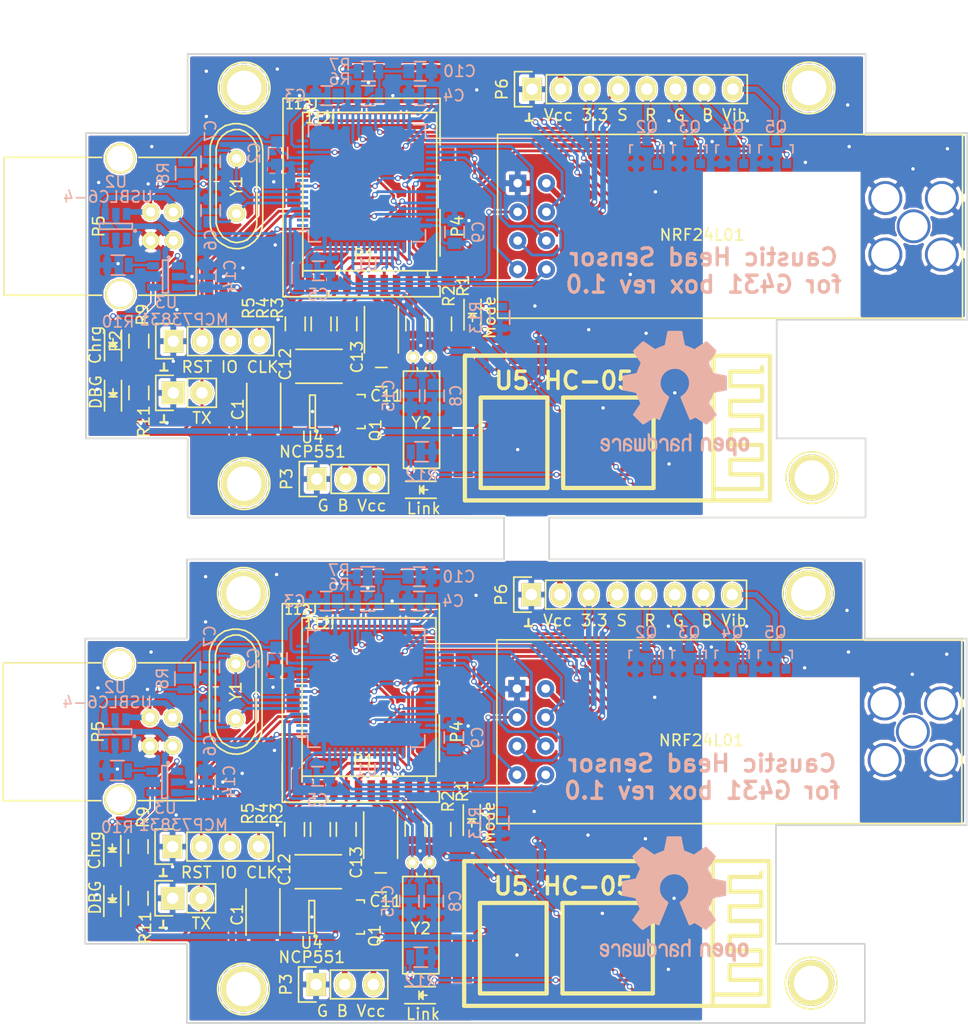
<source format=kicad_pcb>
(kicad_pcb (version 4) (host pcbnew 4.0.4-stable)
  (layers (0 F.Cu signal) (31 B.Cu signal) (34 B.Paste user) (35 F.Paste user) (36 B.SilkS user) (37 F.SilkS user) (38 B.Mask user) (39 F.Mask user) (44 Edge.Cuts user))
  (net 0 "")
  (net 1 GND)
  (net 2 +3V3)
  (net 3 "Net-(C6-Pad1)")
  (net 4 "Net-(C7-Pad1)")
  (net 5 "Net-(C8-Pad1)")
  (net 6 VCC_ADC)
  (net 7 VCC)
  (net 8 +CHARGE)
  (net 9 "Net-(C15-Pad1)")
  (net 10 "Net-(D1-Pad2)")
  (net 11 "Net-(D1-Pad1)")
  (net 12 "Net-(P1-PadCD2)")
  (net 13 /SDIO_2)
  (net 14 /SDIO_3)
  (net 15 /SDIO_CMD)
  (net 16 /SDIO_CLK)
  (net 17 /SDIO_0)
  (net 18 /SDIO_1)
  (net 19 "Net-(P1-PadCD1)")
  (net 20 NRST)
  (net 21 SWDIO)
  (net 22 SWCLK)
  (net 23 "Net-(P3-Pad3)")
  (net 24 /NRF_CE)
  (net 25 /NRF_CSN)
  (net 26 /NRF_SCK)
  (net 27 /NRF_MOSI)
  (net 28 /NRF_MISO)
  (net 29 /NRF_IRQ)
  (net 30 USBDM)
  (net 31 USBDP)
  (net 32 "Net-(P5-Pad5)")
  (net 33 "Net-(P6-Pad4)")
  (net 34 "Net-(P6-Pad5)")
  (net 35 "Net-(P6-Pad6)")
  (net 36 "Net-(P6-Pad7)")
  (net 37 "Net-(P6-Pad8)")
  (net 38 "Net-(Q2-Pad1)")
  (net 39 "Net-(Q3-Pad1)")
  (net 40 "Net-(Q4-Pad1)")
  (net 41 "Net-(Q5-Pad1)")
  (net 42 "Net-(R9-Pad1)")
  (net 43 "Net-(R10-Pad1)")
  (net 44 "Net-(U1-Pad1)")
  (net 45 "Net-(U1-Pad2)")
  (net 46 "Net-(U1-Pad9)")
  (net 47 "Net-(U1-Pad10)")
  (net 48 "Net-(U1-Pad11)")
  (net 49 "Net-(U1-Pad20)")
  (net 50 "Net-(U1-Pad21)")
  (net 51 "Net-(U1-Pad25)")
  (net 52 "Net-(U1-Pad27)")
  (net 53 "Net-(U1-Pad28)")
  (net 54 "Net-(U1-Pad29)")
  (net 55 "Net-(U1-Pad30)")
  (net 56 "Net-(U1-Pad37)")
  (net 57 "Net-(U1-Pad38)")
  (net 58 "Net-(U1-Pad41)")
  (net 59 UART_DBG_TX)
  (net 60 "Net-(U1-Pad43)")
  (net 61 "Net-(U1-Pad50)")
  (net 62 "Net-(U1-Pad55)")
  (net 63 "Net-(U1-Pad56)")
  (net 64 "Net-(U1-Pad57)")
  (net 65 "Net-(U1-Pad58)")
  (net 66 "Net-(U1-Pad60)")
  (net 67 "Net-(U1-Pad62)")
  (net 68 "Net-(U2-Pad1)")
  (net 69 "Net-(U2-Pad3)")
  (net 70 "Net-(D2-Pad2)")
  (net 71 "Net-(D3-Pad2)")
  (net 72 "Net-(D3-Pad1)")
  (net 73 "Net-(D4-Pad2)")
  (net 74 "Net-(D4-Pad1)")
  (net 75 BT_KEY)
  (net 76 BT_RX)
  (net 77 BT_TX)
  (net 78 "Net-(U5-Pad11)")
  (net 79 "Net-(U5-Pad10)")
  (net 80 "Net-(U5-Pad9)")
  (net 81 "Net-(U5-Pad8)")
  (net 82 "Net-(U5-Pad7)")
  (net 83 "Net-(U5-Pad6)")
  (net 84 "Net-(U5-Pad5)")
  (net 85 "Net-(U5-Pad4)")
  (net 86 "Net-(U5-Pad3)")
  (net 87 "Net-(U5-Pad15)")
  (net 88 "Net-(U5-Pad16)")
  (net 89 "Net-(U5-Pad17)")
  (net 90 "Net-(U5-Pad18)")
  (net 91 "Net-(U5-Pad19)")
  (net 92 "Net-(U5-Pad20)")
  (net 93 "Net-(U5-Pad23)")
  (net 94 "Net-(U5-Pad24)")
  (net 95 "Net-(U5-Pad25)")
  (net 96 "Net-(U5-Pad26)")
  (net 97 "Net-(U5-Pad27)")
  (net 98 "Net-(U5-Pad28)")
  (net 99 "Net-(U5-Pad29)")
  (net 100 "Net-(U5-Pad30)")
  (net 101 "Net-(U5-Pad33)")
  (module Symbols:OSHW-Logo2_14.6x12mm_SilkScreen (layer B.Cu) (at 78.613 52.07 180)
    (fp_text reference REF*** hide)
    (fp_text value OSHW-Logo2_14.6x12mm_SilkScreen hide)
  )
  (module w_rf_modules:ITEAD_HC-05 (layer F.Cu) (at 73.4695 99.822 270)
    (fp_text reference U5 (at -4.191 9.3345 360) (layer F.SilkS) (effects (font (thickness 0.3048))))
    (fp_text value HC-05 (at -4.191 2.54 360) (layer F.SilkS) (effects (font (thickness 0.3048))))
    (pad 11 smd rect (at -6.49986 8.99922 270) (size 1.69926 1.19888) (layers F.Cu F.Paste F.Mask) (net 78 "Net-(U5-Pad11)"))
    (pad 12 smd rect (at -6.49986 10.50036 270) (size 1.69926 1.19888) (layers F.Cu F.Paste F.Mask) (net 2 +3V3))
    (pad 13 smd rect (at -6.49986 11.99896 270) (size 1.69926 1.19888) (layers F.Cu F.Paste F.Mask) (net 1 GND))
    (pad 10 smd rect (at -6.49986 7.50062 270) (size 1.69926 1.19888) (layers F.Cu F.Paste F.Mask) (net 79 "Net-(U5-Pad10)"))
    (pad 9 smd rect (at -6.49986 5.99948 270) (size 1.69926 1.19888) (layers F.Cu F.Paste F.Mask) (net 80 "Net-(U5-Pad9)"))
    (pad 8 smd rect (at -6.49986 4.50088 270) (size 1.69926 1.19888) (layers F.Cu F.Paste F.Mask) (net 81 "Net-(U5-Pad8)"))
    (pad 7 smd rect (at -6.49986 2.99974 270) (size 1.69926 1.19888) (layers F.Cu F.Paste F.Mask) (net 82 "Net-(U5-Pad7)"))
    (pad 6 smd rect (at -6.49986 1.50114 270) (size 1.69926 1.19888) (layers F.Cu F.Paste F.Mask) (net 83 "Net-(U5-Pad6)"))
    (pad 5 smd rect (at -6.49986 0 270) (size 1.69926 1.19888) (layers F.Cu F.Paste F.Mask) (net 84 "Net-(U5-Pad5)"))
    (pad 4 smd rect (at -6.49986 -1.50114 270) (size 1.69926 1.19888) (layers F.Cu F.Paste F.Mask) (net 85 "Net-(U5-Pad4)"))
    (pad 3 smd rect (at -6.49986 -2.99974 270) (size 1.69926 1.19888) (layers F.Cu F.Paste F.Mask) (net 86 "Net-(U5-Pad3)"))
    (pad 2 smd rect (at -6.49986 -4.50088 270) (size 1.69926 1.19888) (layers F.Cu F.Paste F.Mask) (net 76 BT_RX))
    (pad 1 smd rect (at -6.49986 -5.99948 270) (size 1.69926 1.19888) (layers F.Cu F.Paste F.Mask) (net 77 BT_TX))
    (pad 14 smd rect (at -5.25018 13.69568 270) (size 1.19888 1.59766) (layers F.Cu F.Paste F.Mask))
    (pad 15 smd rect (at -3.7465 13.64996 270) (size 1.19888 1.69926) (layers F.Cu F.Paste F.Mask) (net 87 "Net-(U5-Pad15)"))
    (pad 16 smd rect (at -2.2479 13.64996 270) (size 1.19888 1.69926) (layers F.Cu F.Paste F.Mask) (net 88 "Net-(U5-Pad16)"))
    (pad 17 smd rect (at -0.7493 13.64996 270) (size 1.19888 1.69926) (layers F.Cu F.Paste F.Mask) (net 89 "Net-(U5-Pad17)"))
    (pad 18 smd rect (at 0.7493 13.64996 270) (size 1.19888 1.69926) (layers F.Cu F.Paste F.Mask) (net 90 "Net-(U5-Pad18)"))
    (pad 19 smd rect (at 2.2479 13.64996 270) (size 1.19888 1.69926) (layers F.Cu F.Paste F.Mask) (net 91 "Net-(U5-Pad19)"))
    (pad 20 smd rect (at 3.7465 13.64996 270) (size 1.19888 1.69926) (layers F.Cu F.Paste F.Mask) (net 92 "Net-(U5-Pad20)"))
    (pad 21 smd rect (at 5.2451 13.69822 270) (size 1.19888 1.59766) (layers F.Cu F.Paste F.Mask) (net 1 GND))
    (pad 22 smd rect (at 6.49986 11.99896 270) (size 1.69926 1.19888) (layers F.Cu F.Paste F.Mask) (net 1 GND))
    (pad 23 smd rect (at 6.49986 10.50036 270) (size 1.69926 1.19888) (layers F.Cu F.Paste F.Mask) (net 93 "Net-(U5-Pad23)"))
    (pad 24 smd rect (at 6.49986 8.99668 270) (size 1.69926 1.19888) (layers F.Cu F.Paste F.Mask) (net 94 "Net-(U5-Pad24)"))
    (pad 25 smd rect (at 6.49986 7.50062 270) (size 1.69926 1.19888) (layers F.Cu F.Paste F.Mask) (net 95 "Net-(U5-Pad25)"))
    (pad 26 smd rect (at 6.49986 5.99948 270) (size 1.69926 1.19888) (layers F.Cu F.Paste F.Mask) (net 96 "Net-(U5-Pad26)"))
    (pad 27 smd rect (at 6.49986 4.50088 270) (size 1.69926 1.19888) (layers F.Cu F.Paste F.Mask) (net 97 "Net-(U5-Pad27)"))
    (pad 28 smd rect (at 6.49986 2.99974 270) (size 1.69926 1.19888) (layers F.Cu F.Paste F.Mask) (net 98 "Net-(U5-Pad28)"))
    (pad 29 smd rect (at 6.49986 1.50114 270) (size 1.69926 1.19888) (layers F.Cu F.Paste F.Mask) (net 99 "Net-(U5-Pad29)"))
    (pad 30 smd rect (at 6.49986 0 270) (size 1.69926 1.19888) (layers F.Cu F.Paste F.Mask) (net 100 "Net-(U5-Pad30)"))
    (pad 31 smd rect (at 6.49986 -1.50114 270) (size 1.69926 1.19888) (layers F.Cu F.Paste F.Mask) (net 73 "Net-(D4-Pad2)"))
    (pad 32 smd rect (at 6.49986 -2.99974 270) (size 1.69926 1.19888) (layers F.Cu F.Paste F.Mask) (net 71 "Net-(D3-Pad2)"))
    (pad 33 smd rect (at 6.49986 -4.50088 270) (size 1.69926 1.19888) (layers F.Cu F.Paste F.Mask) (net 101 "Net-(U5-Pad33)"))
    (pad 34 smd rect (at 6.49986 -5.99948 270) (size 1.69926 1.19888) (layers F.Cu F.Paste F.Mask) (net 75 BT_KEY))
  )
  (module Resistors_SMD:R_0805 (layer B.Cu) (at 63.0555 90.043 270)
    (fp_text reference R13 (at 0 2.1 270) (layer B.SilkS) (effects (justify mirror)))
    (fp_text value 470)
    (pad 1 smd rect (at -0.95 0 270) (size 0.7 1.3) (layers B.Cu B.Paste B.Mask) (net 74 "Net-(D4-Pad1)"))
    (pad 2 smd rect (at 0.95 0 270) (size 0.7 1.3) (layers B.Cu B.Paste B.Mask) (net 1 GND))
  )
  (module Resistors_SMD:R_0805 (layer B.Cu) (at 56.134 101.9175)
    (fp_text reference R12 (at 0 2.1) (layer B.SilkS) (effects (justify mirror)))
    (fp_text value 470)
    (pad 1 smd rect (at -0.95 0) (size 0.7 1.3) (layers B.Cu B.Paste B.Mask) (net 72 "Net-(D3-Pad1)"))
    (pad 2 smd rect (at 0.95 0) (size 0.7 1.3) (layers B.Cu B.Paste B.Mask) (net 1 GND))
  )
  (module LEDs:LED_0805 (layer F.Cu) (at 60.6425 90.043 270)
    (fp_text reference D4 hide)
    (fp_text value Mode (at 0 -1.524 270) (layer F.SilkS))
    (pad 2 smd rect (at 1.04902 0 90) (size 1.19888 1.19888) (layers F.Cu F.Paste F.Mask) (net 73 "Net-(D4-Pad2)"))
    (pad 1 smd rect (at -1.04902 0 90) (size 1.19888 1.19888) (layers F.Cu F.Paste F.Mask) (net 74 "Net-(D4-Pad1)"))
  )
  (module LEDs:LED_0805 (layer F.Cu) (at 56.3245 105.283)
    (fp_text reference D3 hide)
    (fp_text value Link (at 0 1.651) (layer F.SilkS))
    (pad 2 smd rect (at 1.04902 0 180) (size 1.19888 1.19888) (layers F.Cu F.Paste F.Mask) (net 71 "Net-(D3-Pad2)"))
    (pad 1 smd rect (at -1.04902 0 180) (size 1.19888 1.19888) (layers F.Cu F.Paste F.Mask) (net 72 "Net-(D3-Pad1)"))
  )
  (module Pin_Headers:Pin_Header_Straight_1x02 (layer F.Cu) (at 34.163 96.7105 90)
    (fp_text reference P7 hide)
    (fp_text value DEBUG_TX)
    (pad 1 thru_hole rect (at 0 0 90) (size 2.032 2.032) (drill 1.016) (layers *.Cu *.Mask F.SilkS) (net 1 GND))
    (pad 2 thru_hole oval (at 0 2.54 90) (size 2.032 2.032) (drill 1.016) (layers *.Cu *.Mask F.SilkS) (net 59 UART_DBG_TX))
  )
  (module Resistors_SMD:R_0805 (layer F.Cu) (at 31.115 96.7105 90)
    (fp_text reference R11 (at -2.6035 0.635 90) (layer F.SilkS))
    (fp_text value 470)
    (pad 1 smd rect (at -0.95 0 90) (size 0.7 1.3) (layers F.Cu F.Paste F.Mask) (net 7 VCC))
    (pad 2 smd rect (at 0.95 0 90) (size 0.7 1.3) (layers F.Cu F.Paste F.Mask) (net 70 "Net-(D2-Pad2)"))
  )
  (module LEDs:LED_0805 (layer F.Cu) (at 28.829 96.7105 90)
    (fp_text reference D2 hide)
    (fp_text value DBG (at 0.0635 -1.524 90) (layer F.SilkS))
    (pad 2 smd rect (at 1.04902 0 270) (size 1.19888 1.19888) (layers F.Cu F.Paste F.Mask) (net 70 "Net-(D2-Pad2)"))
    (pad 1 smd rect (at -1.04902 0 270) (size 1.19888 1.19888) (layers F.Cu F.Paste F.Mask) (net 59 UART_DBG_TX))
  )
  (module Connect:1pin (layer F.Cu) (at 90.678 104.2035)
    (fp_text reference REF** hide)
    (fp_text value 1pin hide)
    (pad 1 thru_hole circle (at 0 0) (size 4.064 4.064) (drill 3.048) (layers *.Cu *.Mask F.SilkS))
  )
  (module Connect:1pin (layer F.Cu) (at 40.433 104.7385)
    (fp_text reference REF** hide)
    (fp_text value 1pin hide)
    (pad 1 thru_hole circle (at 0 0) (size 4.064 4.064) (drill 3.048) (layers *.Cu *.Mask F.SilkS))
  )
  (module Connect:1pin (layer F.Cu) (at 90.433 69.7385)
    (fp_text reference REF** hide)
    (fp_text value 1pin hide)
    (pad 1 thru_hole circle (at 0 0) (size 4.064 4.064) (drill 3.048) (layers *.Cu *.Mask F.SilkS))
  )
  (module Connect:1pin (layer F.Cu) (at 40.433 69.7385)
    (fp_text reference REF** hide)
    (fp_text value 1pin hide)
    (pad 1 thru_hole circle (at 0 0) (size 4.064 4.064) (drill 3.048) (layers *.Cu *.Mask F.SilkS))
  )
  (module Crystals:Crystal_Round_Horizontal_3mm (layer F.Cu) (at 56.134 93.5355 180)
    (fp_text reference Y2 (at 0 -5.842 360) (layer F.SilkS))
    (fp_text value 32768Hz)
    (pad 1 thru_hole circle (at -0.7493 0 180) (size 1.00076 1.00076) (drill 0.59944) (layers *.Cu *.Mask F.SilkS) (net 5 "Net-(C8-Pad1)"))
    (pad 2 thru_hole circle (at 0.7493 0 180) (size 1.00076 1.00076) (drill 0.59944) (layers *.Cu *.Mask F.SilkS) (net 9 "Net-(C15-Pad1)"))
  )
  (module Crystals:Crystal_HC49-U_Vertical (layer F.Cu) (at 39.751 78.4225 270)
    (fp_text reference Y1 (at 0 0 270) (layer F.SilkS))
    (fp_text value 8MHz)
    (pad 1 thru_hole circle (at -2.44094 0 270) (size 1.50114 1.50114) (drill 0.8001) (layers *.Cu *.Mask F.SilkS) (net 4 "Net-(C7-Pad1)"))
    (pad 2 thru_hole circle (at 2.44094 0 270) (size 1.50114 1.50114) (drill 0.8001) (layers *.Cu *.Mask F.SilkS) (net 3 "Net-(C6-Pad1)"))
  )
  (module TO_SOT_Packages_SMD:SOT-23-5 (layer F.Cu) (at 46.482 98.3615 180)
    (fp_text reference U4 (at 0 -2.286 180) (layer F.SilkS))
    (fp_text value NCP551 (at 0 -3.556 180) (layer F.SilkS))
    (pad 1 smd rect (at -1.1 -0.95 180) (size 1.06 0.65) (layers F.Cu F.Paste F.Mask) (net 7 VCC))
    (pad 2 smd rect (at -1.1 0 180) (size 1.06 0.65) (layers F.Cu F.Paste F.Mask) (net 1 GND))
    (pad 3 smd rect (at -1.1 0.95 180) (size 1.06 0.65) (layers F.Cu F.Paste F.Mask) (net 7 VCC))
    (pad 4 smd rect (at 1.1 0.95 180) (size 1.06 0.65) (layers F.Cu F.Paste F.Mask))
    (pad 5 smd rect (at 1.1 -0.95 180) (size 1.06 0.65) (layers F.Cu F.Paste F.Mask) (net 2 +3V3))
  )
  (module TO_SOT_Packages_SMD:SOT-23-5 (layer B.Cu) (at 33.4645 86.4235 180)
    (fp_text reference U3 (at -0.0635 -2.286 180) (layer B.SilkS) (effects (justify mirror)))
    (fp_text value MCP73831 (at -1.651 -3.81 180) (layer B.SilkS) (effects (justify mirror)))
    (pad 1 smd rect (at -1.1 0.95 180) (size 1.06 0.65) (layers B.Cu B.Paste B.Mask) (net 42 "Net-(R9-Pad1)"))
    (pad 2 smd rect (at -1.1 0 180) (size 1.06 0.65) (layers B.Cu B.Paste B.Mask) (net 1 GND))
    (pad 3 smd rect (at -1.1 -0.95 180) (size 1.06 0.65) (layers B.Cu B.Paste B.Mask) (net 8 +CHARGE))
    (pad 4 smd rect (at 1.1 -0.95 180) (size 1.06 0.65) (layers B.Cu B.Paste B.Mask) (net 10 "Net-(D1-Pad2)"))
    (pad 5 smd rect (at 1.1 0.95 180) (size 1.06 0.65) (layers B.Cu B.Paste B.Mask) (net 43 "Net-(R10-Pad1)"))
  )
  (module TO_SOT_Packages_SMD:SOT-23-6 (layer B.Cu) (at 29.083 81.9785 90)
    (fp_text reference U2 (at 3.937 0 180) (layer B.SilkS) (effects (justify mirror)))
    (fp_text value USBLC6-4 (at 2.6035 -0.6985 180) (layer B.SilkS) (effects (justify mirror)))
    (pad 1 smd rect (at -1.1 0.95 90) (size 1.06 0.65) (layers B.Cu B.Paste B.Mask) (net 68 "Net-(U2-Pad1)"))
    (pad 2 smd rect (at -1.1 0 90) (size 1.06 0.65) (layers B.Cu B.Paste B.Mask) (net 1 GND))
    (pad 3 smd rect (at -1.1 -0.95 90) (size 1.06 0.65) (layers B.Cu B.Paste B.Mask) (net 69 "Net-(U2-Pad3)"))
    (pad 4 smd rect (at 1.1 -0.95 90) (size 1.06 0.65) (layers B.Cu B.Paste B.Mask) (net 30 USBDM))
    (pad 6 smd rect (at 1.1 0.95 90) (size 1.06 0.65) (layers B.Cu B.Paste B.Mask) (net 31 USBDP))
    (pad 5 smd rect (at 1.1 0 90) (size 1.06 0.65) (layers B.Cu B.Paste B.Mask) (net 10 "Net-(D1-Pad2)"))
  )
  (module Resistors_SMD:R_0805 (layer B.Cu) (at 29.2735 85.4075 180)
    (fp_text reference R10 (at 0 -5.0165 180) (layer B.SilkS) (effects (justify mirror)))
    (fp_text value 2k)
    (pad 1 smd rect (at -0.95 0 180) (size 0.7 1.3) (layers B.Cu B.Paste B.Mask) (net 43 "Net-(R10-Pad1)"))
    (pad 2 smd rect (at 0.95 0 180) (size 0.7 1.3) (layers B.Cu B.Paste B.Mask) (net 1 GND))
  )
  (module Resistors_SMD:R_0805 (layer F.Cu) (at 31.115 92.1385 270)
    (fp_text reference R9 (at -2.6035 -0.4445 270) (layer F.SilkS))
    (fp_text value 470)
    (pad 1 smd rect (at -0.95 0 270) (size 0.7 1.3) (layers F.Cu F.Paste F.Mask) (net 42 "Net-(R9-Pad1)"))
    (pad 2 smd rect (at 0.95 0 270) (size 0.7 1.3) (layers F.Cu F.Paste F.Mask) (net 11 "Net-(D1-Pad1)"))
  )
  (module Resistors_SMD:R_0805 (layer B.Cu) (at 35.2425 77.2795 90)
    (fp_text reference R8 (at 0 -1.9685 90) (layer B.SilkS) (effects (justify mirror)))
    (fp_text value 1.5k)
    (pad 1 smd rect (at -0.95 0 90) (size 0.7 1.3) (layers B.Cu B.Paste B.Mask) (net 31 USBDP))
    (pad 2 smd rect (at 0.95 0 90) (size 0.7 1.3) (layers B.Cu B.Paste B.Mask) (net 2 +3V3))
  )
  (module Resistors_SMD:R_0805 (layer B.Cu) (at 51.435 68.2625)
    (fp_text reference R7 (at -2.54 -0.5715) (layer B.SilkS) (effects (justify mirror)))
    (fp_text value 10k)
    (pad 1 smd rect (at -0.95 0) (size 0.7 1.3) (layers B.Cu B.Paste B.Mask) (net 7 VCC))
    (pad 2 smd rect (at 0.95 0) (size 0.7 1.3) (layers B.Cu B.Paste B.Mask) (net 6 VCC_ADC))
  )
  (module Resistors_SMD:R_0805 (layer B.Cu) (at 51.435 70.4215 180)
    (fp_text reference R6 (at 2.54 1.4605 180) (layer B.SilkS) (effects (justify mirror)))
    (fp_text value 10k)
    (pad 1 smd rect (at -0.95 0 180) (size 0.7 1.3) (layers B.Cu B.Paste B.Mask) (net 6 VCC_ADC))
    (pad 2 smd rect (at 0.95 0 180) (size 0.7 1.3) (layers B.Cu B.Paste B.Mask) (net 1 GND))
  )
  (module Resistors_SMD:R_0805 (layer F.Cu) (at 44.958 90.6145 90)
    (fp_text reference R5 (at 1.397 -4.1275 90) (layer F.SilkS))
    (fp_text value 47k)
    (pad 1 smd rect (at -0.95 0 90) (size 0.7 1.3) (layers F.Cu F.Paste F.Mask) (net 2 +3V3))
    (pad 2 smd rect (at 0.95 0 90) (size 0.7 1.3) (layers F.Cu F.Paste F.Mask) (net 13 /SDIO_2))
  )
  (module Resistors_SMD:R_0805 (layer F.Cu) (at 47.244 90.6145 90)
    (fp_text reference R4 (at 1.397 -5.1435 270) (layer F.SilkS))
    (fp_text value 47k)
    (pad 1 smd rect (at -0.95 0 90) (size 0.7 1.3) (layers F.Cu F.Paste F.Mask) (net 2 +3V3))
    (pad 2 smd rect (at 0.95 0 90) (size 0.7 1.3) (layers F.Cu F.Paste F.Mask) (net 14 /SDIO_3))
  )
  (module Resistors_SMD:R_0805 (layer F.Cu) (at 49.53 90.6145 90)
    (fp_text reference R3 (at 1.397 -6.1595 270) (layer F.SilkS))
    (fp_text value 47k)
    (pad 1 smd rect (at -0.95 0 90) (size 0.7 1.3) (layers F.Cu F.Paste F.Mask) (net 2 +3V3))
    (pad 2 smd rect (at 0.95 0 90) (size 0.7 1.3) (layers F.Cu F.Paste F.Mask) (net 15 /SDIO_CMD))
  )
  (module Resistors_SMD:R_0805 (layer F.Cu) (at 55.626 90.6145 90)
    (fp_text reference R2 (at 2.4765 2.921 90) (layer F.SilkS))
    (fp_text value 47k)
    (pad 1 smd rect (at -0.95 0 90) (size 0.7 1.3) (layers F.Cu F.Paste F.Mask) (net 2 +3V3))
    (pad 2 smd rect (at 0.95 0 90) (size 0.7 1.3) (layers F.Cu F.Paste F.Mask) (net 17 /SDIO_0))
  )
  (module Resistors_SMD:R_0805 (layer F.Cu) (at 57.912 90.6145 90)
    (fp_text reference R1 (at 3.3655 1.905 90) (layer F.SilkS))
    (fp_text value 47k)
    (pad 1 smd rect (at -0.95 0 90) (size 0.7 1.3) (layers F.Cu F.Paste F.Mask) (net 2 +3V3))
    (pad 2 smd rect (at 0.95 0 90) (size 0.7 1.3) (layers F.Cu F.Paste F.Mask) (net 18 /SDIO_1))
  )
  (module TO_SOT_Packages_SMD:SOT-23 (layer B.Cu) (at 87.503 75.438 180)
    (fp_text reference Q5 (at 0 2.25 180) (layer B.SilkS) (effects (justify mirror)))
    (fp_text value IRLML2502)
    (pad 1 smd rect (at -0.95 -1.00076 180) (size 0.8001 0.8001) (layers B.Cu B.Paste B.Mask) (net 41 "Net-(Q5-Pad1)"))
    (pad 2 smd rect (at 0.95 -1.00076 180) (size 0.8001 0.8001) (layers B.Cu B.Paste B.Mask) (net 1 GND))
    (pad 3 smd rect (at 0 0.99822 180) (size 0.8001 0.8001) (layers B.Cu B.Paste B.Mask) (net 37 "Net-(P6-Pad8)"))
  )
  (module TO_SOT_Packages_SMD:SOT-23 (layer B.Cu) (at 83.693 75.438 180)
    (fp_text reference Q4 (at 0 2.25 180) (layer B.SilkS) (effects (justify mirror)))
    (fp_text value IRLML2502)
    (pad 1 smd rect (at -0.95 -1.00076 180) (size 0.8001 0.8001) (layers B.Cu B.Paste B.Mask) (net 40 "Net-(Q4-Pad1)"))
    (pad 2 smd rect (at 0.95 -1.00076 180) (size 0.8001 0.8001) (layers B.Cu B.Paste B.Mask) (net 1 GND))
    (pad 3 smd rect (at 0 0.99822 180) (size 0.8001 0.8001) (layers B.Cu B.Paste B.Mask) (net 36 "Net-(P6-Pad7)"))
  )
  (module TO_SOT_Packages_SMD:SOT-23 (layer B.Cu) (at 79.883 75.438 180)
    (fp_text reference Q3 (at 0 2.25 180) (layer B.SilkS) (effects (justify mirror)))
    (fp_text value IRLML2502)
    (pad 1 smd rect (at -0.95 -1.00076 180) (size 0.8001 0.8001) (layers B.Cu B.Paste B.Mask) (net 39 "Net-(Q3-Pad1)"))
    (pad 2 smd rect (at 0.95 -1.00076 180) (size 0.8001 0.8001) (layers B.Cu B.Paste B.Mask) (net 1 GND))
    (pad 3 smd rect (at 0 0.99822 180) (size 0.8001 0.8001) (layers B.Cu B.Paste B.Mask) (net 35 "Net-(P6-Pad6)"))
  )
  (module TO_SOT_Packages_SMD:SOT-23 (layer B.Cu) (at 76.073 75.438 180)
    (fp_text reference Q2 (at 0 2.25 180) (layer B.SilkS) (effects (justify mirror)))
    (fp_text value IRLML2502)
    (pad 1 smd rect (at -0.95 -1.00076 180) (size 0.8001 0.8001) (layers B.Cu B.Paste B.Mask) (net 38 "Net-(Q2-Pad1)"))
    (pad 2 smd rect (at 0.95 -1.00076 180) (size 0.8001 0.8001) (layers B.Cu B.Paste B.Mask) (net 1 GND))
    (pad 3 smd rect (at 0 0.99822 180) (size 0.8001 0.8001) (layers B.Cu B.Paste B.Mask) (net 34 "Net-(P6-Pad5)"))
  )
  (module TO_SOT_Packages_SMD:SOT-23 (layer F.Cu) (at 50.4825 98.3615 270)
    (fp_text reference Q1 (at 1.651 -1.5875 270) (layer F.SilkS))
    (fp_text value IRLML6402)
    (pad 1 smd rect (at -0.95 1.00076 270) (size 0.8001 0.8001) (layers F.Cu F.Paste F.Mask) (net 1 GND))
    (pad 2 smd rect (at 0.95 1.00076 270) (size 0.8001 0.8001) (layers F.Cu F.Paste F.Mask) (net 7 VCC))
    (pad 3 smd rect (at 0 -0.99822 270) (size 0.8001 0.8001) (layers F.Cu F.Paste F.Mask) (net 23 "Net-(P3-Pad3)"))
  )
  (module Pin_Headers:Pin_Header_Straight_1x08 (layer F.Cu) (at 65.913 69.85 90)
    (fp_text reference P6 (at 0 -2.667 90) (layer F.SilkS))
    (fp_text value SENSOR_CONNECTOR)
    (pad 1 thru_hole rect (at 0 0 90) (size 2.032 1.7272) (drill 1.016) (layers *.Cu *.Mask F.SilkS) (net 1 GND))
    (pad 2 thru_hole oval (at 0 2.54 90) (size 2.032 1.7272) (drill 1.016) (layers *.Cu *.Mask F.SilkS) (net 7 VCC))
    (pad 3 thru_hole oval (at 0 5.08 90) (size 2.032 1.7272) (drill 1.016) (layers *.Cu *.Mask F.SilkS) (net 2 +3V3))
    (pad 4 thru_hole oval (at 0 7.62 90) (size 2.032 1.7272) (drill 1.016) (layers *.Cu *.Mask F.SilkS) (net 33 "Net-(P6-Pad4)"))
    (pad 5 thru_hole oval (at 0 10.16 90) (size 2.032 1.7272) (drill 1.016) (layers *.Cu *.Mask F.SilkS) (net 34 "Net-(P6-Pad5)"))
    (pad 6 thru_hole oval (at 0 12.7 90) (size 2.032 1.7272) (drill 1.016) (layers *.Cu *.Mask F.SilkS) (net 35 "Net-(P6-Pad6)"))
    (pad 7 thru_hole oval (at 0 15.24 90) (size 2.032 1.7272) (drill 1.016) (layers *.Cu *.Mask F.SilkS) (net 36 "Net-(P6-Pad7)"))
    (pad 8 thru_hole oval (at 0 17.78 90) (size 2.032 1.7272) (drill 1.016) (layers *.Cu *.Mask F.SilkS) (net 37 "Net-(P6-Pad8)"))
  )
  (module Connect:USB_B (layer F.Cu) (at 34.163 83.2485 180)
    (fp_text reference P5 (at 6.604 1.27 270) (layer F.SilkS))
    (fp_text value USB_A)
    (pad 2 thru_hole circle (at 0 2.54 90) (size 1.524 1.524) (drill 0.8128) (layers *.Cu *.Mask F.SilkS) (net 30 USBDM))
    (pad 1 thru_hole circle (at 0 0 90) (size 1.524 1.524) (drill 0.8128) (layers *.Cu *.Mask F.SilkS) (net 10 "Net-(D1-Pad2)"))
    (pad 4 thru_hole circle (at 1.99898 0 90) (size 1.524 1.524) (drill 0.8128) (layers *.Cu *.Mask F.SilkS) (net 1 GND))
    (pad 3 thru_hole circle (at 1.99898 2.54 90) (size 1.524 1.524) (drill 0.8128) (layers *.Cu *.Mask F.SilkS) (net 31 USBDP))
    (pad 5 thru_hole circle (at 4.699 7.26948 90) (size 2.70002 2.70002) (drill 2.30124) (layers *.Cu *.Mask F.SilkS) (net 32 "Net-(P5-Pad5)"))
    (pad 5 thru_hole circle (at 4.699 -4.72948 90) (size 2.70002 2.70002) (drill 2.30124) (layers *.Cu *.Mask F.SilkS) (net 32 "Net-(P5-Pad5)"))
  )
  (module components:NRF25L01-universal (layer F.Cu) (at 65.913 81.9785 270)
    (fp_text reference P4 (at 0 6.604 270) (layer F.SilkS))
    (fp_text value NRF24L01 (at 0.762 -15.0495 360) (layer F.SilkS))
    (pad 1 thru_hole rect (at -3.81 1.27 270) (size 1.524 1.524) (drill 0.762) (layers *.Cu *.Mask) (net 1 GND))
    (pad 2 thru_hole circle (at -3.81 -1.27 270) (size 1.524 1.524) (drill 0.762) (layers *.Cu *.Mask) (net 2 +3V3))
    (pad 3 thru_hole circle (at -1.27 1.27 270) (size 1.524 1.524) (drill 0.762) (layers *.Cu *.Mask) (net 24 /NRF_CE))
    (pad 4 thru_hole circle (at -1.27 -1.27 270) (size 1.524 1.524) (drill 0.762) (layers *.Cu *.Mask) (net 25 /NRF_CSN))
    (pad 5 thru_hole circle (at 1.27 1.27 270) (size 1.524 1.524) (drill 0.762) (layers *.Cu *.Mask) (net 26 /NRF_SCK))
    (pad 6 thru_hole circle (at 1.27 -1.27 270) (size 1.524 1.524) (drill 0.762) (layers *.Cu *.Mask) (net 27 /NRF_MOSI))
    (pad 7 thru_hole circle (at 3.81 1.27 270) (size 1.524 1.524) (drill 0.762) (layers *.Cu *.Mask) (net 28 /NRF_MISO))
    (pad 8 thru_hole circle (at 3.81 -1.27 270) (size 1.524 1.524) (drill 0.762) (layers *.Cu *.Mask) (net 29 /NRF_IRQ))
    (pad 1 thru_hole circle (at 2.5 -31.27 270) (size 3 3) (drill 2.5) (layers *.Cu *.Mask) (net 1 GND))
    (pad 1 thru_hole circle (at -2.5 -31.27 270) (size 3 3) (drill 2.5) (layers *.Cu *.Mask) (net 1 GND))
    (pad 9 thru_hole circle (at 0 -33.77 270) (size 3 3) (drill 2.5) (layers *.Cu *.Mask))
    (pad 1 thru_hole circle (at -2.5 -36.27 270) (size 3 3) (drill 2.5) (layers *.Cu *.Mask) (net 1 GND))
    (pad 1 thru_hole circle (at 2.5 -36.27 270) (size 3 3) (drill 2.5) (layers *.Cu *.Mask) (net 1 GND))
  )
  (module Pin_Headers:Pin_Header_Straight_1x03 (layer F.Cu) (at 46.863 104.3305 90)
    (fp_text reference P3 (at 0 -2.667 90) (layer F.SilkS))
    (fp_text value "G B Vcc" (at -2.3495 3.1115 180) (layer F.SilkS))
    (pad 1 thru_hole rect (at 0 0 90) (size 2.032 1.7272) (drill 1.016) (layers *.Cu *.Mask F.SilkS) (net 1 GND))
    (pad 2 thru_hole oval (at 0 2.54 90) (size 2.032 1.7272) (drill 1.016) (layers *.Cu *.Mask F.SilkS) (net 8 +CHARGE))
    (pad 3 thru_hole oval (at 0 5.08 90) (size 2.032 1.7272) (drill 1.016) (layers *.Cu *.Mask F.SilkS) (net 23 "Net-(P3-Pad3)"))
  )
  (module Pin_Headers:Pin_Header_Straight_1x04 (layer F.Cu) (at 34.163 92.1385 90)
    (fp_text reference P2 hide)
    (fp_text value SWD)
    (pad 1 thru_hole rect (at 0 0 90) (size 2.032 1.7272) (drill 1.016) (layers *.Cu *.Mask F.SilkS) (net 1 GND))
    (pad 2 thru_hole oval (at 0 2.54 90) (size 2.032 1.7272) (drill 1.016) (layers *.Cu *.Mask F.SilkS) (net 20 NRST))
    (pad 3 thru_hole oval (at 0 5.08 90) (size 2.032 1.7272) (drill 1.016) (layers *.Cu *.Mask F.SilkS) (net 21 SWDIO))
    (pad 4 thru_hole oval (at 0 7.62 90) (size 2.032 1.7272) (drill 1.016) (layers *.Cu *.Mask F.SilkS) (net 22 SWCLK))
  )
  (module micro-sd-112I-J:MICROSD-CD-112IJ (layer F.Cu) (at 50.673 87.0585 180)
    (fp_text reference P1 (at -0.4 2.55 180) (layer F.SilkS))
    (fp_text value MICROSD-SDIO-CD hide)
    (fp_text user 112J (at 5.15 15.85 180) (layer F.SilkS) (effects (font (size 0.8 0.8))))
    (fp_text user 112I (at 3.5 14.6 180) (layer F.SilkS) (effects (font (size 0.8 0.8))))
    (pad CD2 smd rect (at 4.445 0 180) (size 0.6604 1.5748) (layers F.Cu F.Paste F.Mask) (net 12 "Net-(P1-PadCD2)"))
    (pad 1 smd rect (at 2.2352 0 180) (size 0.6604 1.5748) (layers F.Cu F.Paste F.Mask) (net 13 /SDIO_2))
    (pad 2 smd rect (at 1.143 0 180) (size 0.6604 1.5748) (layers F.Cu F.Paste F.Mask) (net 14 /SDIO_3))
    (pad 3 smd rect (at 0.0508 0 180) (size 0.6604 1.5748) (layers F.Cu F.Paste F.Mask) (net 15 /SDIO_CMD))
    (pad 4 smd rect (at -1.0668 0 180) (size 0.6604 1.5748) (layers F.Cu F.Paste F.Mask) (net 2 +3V3))
    (pad 5 smd rect (at -2.159 0 180) (size 0.6604 1.5748) (layers F.Cu F.Paste F.Mask) (net 16 /SDIO_CLK))
    (pad 6 smd rect (at -3.2512 0 180) (size 0.6604 1.5748) (layers F.Cu F.Paste F.Mask) (net 1 GND))
    (pad 7 smd rect (at -4.3688 0 180) (size 0.6604 1.5748) (layers F.Cu F.Paste F.Mask) (net 17 /SDIO_0))
    (pad 8 smd rect (at -5.461 0 180) (size 0.6604 1.5748) (layers F.Cu F.Paste F.Mask) (net 18 /SDIO_1))
    (pad CD1 smd rect (at 3.31724 0 180) (size 0.6604 1.5748) (layers F.Cu F.Paste F.Mask) (net 19 "Net-(P1-PadCD1)"))
    (pad CASE smd rect (at 5.842 7.874 180) (size 1.1684 2.1844) (layers F.Cu F.Paste F.Mask))
    (pad CASE smd rect (at -7.62 7.874 180) (size 1.1684 2.1844) (layers F.Cu F.Paste F.Mask))
    (pad CD3 smd rect (at -6.5532 0 180) (size 0.6604 1.5748) (layers F.Cu F.Paste F.Mask))
    (pad CASE smd rect (at -7.8 10.9 180) (size 1.1684 2.1844) (layers F.Cu F.Paste F.Mask))
    (pad CASE smd rect (at 7.55 10.9 180) (size 1.1684 2.1844) (layers F.Cu F.Paste F.Mask))
    (pad CASE smd rect (at -7.8 1.1 180) (size 1.1684 2.1844) (layers F.Cu F.Paste F.Mask))
    (pad CASE smd rect (at 7.55 1.1 180) (size 1.1684 2.1844) (layers F.Cu F.Paste F.Mask))
  )
  (module LEDs:LED_0805 (layer F.Cu) (at 28.829 92.2655 90)
    (fp_text reference D1 hide)
    (fp_text value Chrg (at -0.1905 -1.5875 90) (layer F.SilkS))
    (pad 2 smd rect (at 1.04902 0 270) (size 1.19888 1.19888) (layers F.Cu F.Paste F.Mask) (net 10 "Net-(D1-Pad2)"))
    (pad 1 smd rect (at -1.04902 0 270) (size 1.19888 1.19888) (layers F.Cu F.Paste F.Mask) (net 11 "Net-(D1-Pad1)"))
  )
  (module Capacitors_SMD:C_0805 (layer B.Cu) (at 55.118 96.9645 270)
    (fp_text reference C15 (at 0 1.905 270) (layer B.SilkS) (effects (justify mirror)))
    (fp_text value 20pF)
    (pad 1 smd rect (at -1 0 270) (size 1 1.25) (layers B.Cu B.Paste B.Mask) (net 9 "Net-(C15-Pad1)"))
    (pad 2 smd rect (at 1 0 270) (size 1 1.25) (layers B.Cu B.Paste B.Mask) (net 1 GND))
  )
  (module Capacitors_SMD:C_0805 (layer B.Cu) (at 37.084 86.36 90)
    (fp_text reference C14 (at 0 2.1 90) (layer B.SilkS) (effects (justify mirror)))
    (fp_text value 4.7uF)
    (pad 1 smd rect (at -1 0 90) (size 1 1.25) (layers B.Cu B.Paste B.Mask) (net 8 +CHARGE))
    (pad 2 smd rect (at 1 0 90) (size 1 1.25) (layers B.Cu B.Paste B.Mask) (net 1 GND))
  )
  (module Capacitors_Tantalum_SMD:TantalC_SizeB_EIA-3528_Reflow (layer F.Cu) (at 52.578 91.3765 270)
    (fp_text reference C13 (at 2.159 2.159 450) (layer F.SilkS))
    (fp_text value 100uF)
    (pad 2 smd rect (at 1.46 0 270) (size 1.8 2.23) (layers F.Cu F.Paste F.Mask) (net 1 GND))
    (pad 1 smd rect (at -1.46 0 270) (size 1.8 2.23) (layers F.Cu F.Paste F.Mask) (net 2 +3V3))
  )
  (module Capacitors_Tantalum_SMD:TantalC_SizeB_EIA-3528_Reflow (layer F.Cu) (at 47.3075 94.361)
    (fp_text reference C12 (at -3.2385 -0.1905 90) (layer F.SilkS))
    (fp_text value 100uF)
    (pad 2 smd rect (at 1.46 0) (size 1.8 2.23) (layers F.Cu F.Paste F.Mask) (net 1 GND))
    (pad 1 smd rect (at -1.46 0) (size 1.8 2.23) (layers F.Cu F.Paste F.Mask) (net 7 VCC))
  )
  (module Capacitors_SMD:C_0805 (layer F.Cu) (at 52.578 95.3135 180)
    (fp_text reference C11 (at -0.4445 -1.651 180) (layer F.SilkS))
    (fp_text value 0.1uF)
    (pad 1 smd rect (at -1 0 180) (size 1 1.25) (layers F.Cu F.Paste F.Mask) (net 7 VCC))
    (pad 2 smd rect (at 1 0 180) (size 1 1.25) (layers F.Cu F.Paste F.Mask) (net 1 GND))
  )
  (module Capacitors_SMD:C_0805 (layer B.Cu) (at 56.007 68.2625)
    (fp_text reference C10 (at 3.4925 0) (layer B.SilkS) (effects (justify mirror)))
    (fp_text value 0.1uF)
    (pad 1 smd rect (at -1 0) (size 1 1.25) (layers B.Cu B.Paste B.Mask) (net 6 VCC_ADC))
    (pad 2 smd rect (at 1 0) (size 1 1.25) (layers B.Cu B.Paste B.Mask) (net 1 GND))
  )
  (module Capacitors_SMD:C_0805 (layer B.Cu) (at 59.055 82.4865 90)
    (fp_text reference C9 (at 0 2.1 90) (layer B.SilkS) (effects (justify mirror)))
    (fp_text value 0.1)
    (pad 1 smd rect (at -1 0 90) (size 1 1.25) (layers B.Cu B.Paste B.Mask) (net 2 +3V3))
    (pad 2 smd rect (at 1 0 90) (size 1 1.25) (layers B.Cu B.Paste B.Mask) (net 1 GND))
  )
  (module Capacitors_SMD:C_0805 (layer B.Cu) (at 57.277 96.9645 270)
    (fp_text reference C8 (at 0 -1.905 270) (layer B.SilkS) (effects (justify mirror)))
    (fp_text value 20pF)
    (pad 1 smd rect (at -1 0 270) (size 1 1.25) (layers B.Cu B.Paste B.Mask) (net 5 "Net-(C8-Pad1)"))
    (pad 2 smd rect (at 1 0 270) (size 1 1.25) (layers B.Cu B.Paste B.Mask) (net 1 GND))
  )
  (module Capacitors_SMD:C_0805 (layer B.Cu) (at 37.465 76.2635 270)
    (fp_text reference C7 (at -2.7305 0 270) (layer B.SilkS) (effects (justify mirror)))
    (fp_text value 20pF)
    (pad 1 smd rect (at -1 0 270) (size 1 1.25) (layers B.Cu B.Paste B.Mask) (net 4 "Net-(C7-Pad1)"))
    (pad 2 smd rect (at 1 0 270) (size 1 1.25) (layers B.Cu B.Paste B.Mask) (net 1 GND))
  )
  (module Capacitors_SMD:C_0805 (layer B.Cu) (at 37.465 80.5815 90)
    (fp_text reference C6 (at -2.6035 0 90) (layer B.SilkS) (effects (justify mirror)))
    (fp_text value 20pF)
    (pad 1 smd rect (at -1 0 90) (size 1 1.25) (layers B.Cu B.Paste B.Mask) (net 3 "Net-(C6-Pad1)"))
    (pad 2 smd rect (at 1 0 90) (size 1 1.25) (layers B.Cu B.Paste B.Mask) (net 1 GND))
  )
  (module Capacitors_SMD:C_0805 (layer B.Cu) (at 46.99 85.9155)
    (fp_text reference C5 (at 0 2.1) (layer B.SilkS) (effects (justify mirror)))
    (fp_text value 0.1)
    (pad 1 smd rect (at -1 0) (size 1 1.25) (layers B.Cu B.Paste B.Mask) (net 2 +3V3))
    (pad 2 smd rect (at 1 0) (size 1 1.25) (layers B.Cu B.Paste B.Mask) (net 1 GND))
  )
  (module Capacitors_SMD:C_0805 (layer B.Cu) (at 56.007 70.4215 180)
    (fp_text reference C4 (at -2.9845 0 180) (layer B.SilkS) (effects (justify mirror)))
    (fp_text value 0.1)
    (pad 1 smd rect (at -1 0 180) (size 1 1.25) (layers B.Cu B.Paste B.Mask) (net 2 +3V3))
    (pad 2 smd rect (at 1 0 180) (size 1 1.25) (layers B.Cu B.Paste B.Mask) (net 1 GND))
  )
  (module Capacitors_SMD:C_0805 (layer B.Cu) (at 47.752 70.4215 180)
    (fp_text reference C3 (at 2.794 0 180) (layer B.SilkS) (effects (justify mirror)))
    (fp_text value 0.1)
    (pad 1 smd rect (at -1 0 180) (size 1 1.25) (layers B.Cu B.Paste B.Mask) (net 2 +3V3))
    (pad 2 smd rect (at 1 0 180) (size 1 1.25) (layers B.Cu B.Paste B.Mask) (net 1 GND))
  )
  (module Capacitors_SMD:C_0805 (layer B.Cu) (at 43.434 75.5015 270)
    (fp_text reference C2 (at 0 2.1 270) (layer B.SilkS) (effects (justify mirror)))
    (fp_text value 0.1)
    (pad 1 smd rect (at -1 0 270) (size 1 1.25) (layers B.Cu B.Paste B.Mask) (net 2 +3V3))
    (pad 2 smd rect (at 1 0 270) (size 1 1.25) (layers B.Cu B.Paste B.Mask) (net 1 GND))
  )
  (module Capacitors_Tantalum_SMD:TantalC_SizeB_EIA-3528_Reflow (layer F.Cu) (at 42.164 98.171 270)
    (fp_text reference C1 (at 0 2.286 270) (layer F.SilkS))
    (fp_text value 100uF)
    (pad 2 smd rect (at 1.46 0 270) (size 1.8 2.23) (layers F.Cu F.Paste F.Mask) (net 1 GND))
    (pad 1 smd rect (at -1.46 0 270) (size 1.8 2.23) (layers F.Cu F.Paste F.Mask) (net 2 +3V3))
  )
  (module Housings_QFP:LQFP-64_10x10mm_Pitch0.5mm (layer B.Cu) (at 51.308 78.1685)
    (fp_text reference U1 (at 0 7.2) (layer B.SilkS) (effects (justify mirror)))
    (fp_text value STM32F103RE)
    (pad 1 smd rect (at -5.7 3.75) (size 1 0.25) (layers B.Cu B.Paste B.Mask) (net 44 "Net-(U1-Pad1)"))
    (pad 2 smd rect (at -5.7 3.25) (size 1 0.25) (layers B.Cu B.Paste B.Mask) (net 45 "Net-(U1-Pad2)"))
    (pad 3 smd rect (at -5.7 2.75) (size 1 0.25) (layers B.Cu B.Paste B.Mask) (net 5 "Net-(C8-Pad1)"))
    (pad 4 smd rect (at -5.7 2.25) (size 1 0.25) (layers B.Cu B.Paste B.Mask) (net 9 "Net-(C15-Pad1)"))
    (pad 5 smd rect (at -5.7 1.75) (size 1 0.25) (layers B.Cu B.Paste B.Mask) (net 3 "Net-(C6-Pad1)"))
    (pad 6 smd rect (at -5.7 1.25) (size 1 0.25) (layers B.Cu B.Paste B.Mask) (net 4 "Net-(C7-Pad1)"))
    (pad 7 smd rect (at -5.7 0.75) (size 1 0.25) (layers B.Cu B.Paste B.Mask) (net 20 NRST))
    (pad 8 smd rect (at -5.7 0.25) (size 1 0.25) (layers B.Cu B.Paste B.Mask) (net 41 "Net-(Q5-Pad1)"))
    (pad 9 smd rect (at -5.7 -0.25) (size 1 0.25) (layers B.Cu B.Paste B.Mask) (net 46 "Net-(U1-Pad9)"))
    (pad 10 smd rect (at -5.7 -0.75) (size 1 0.25) (layers B.Cu B.Paste B.Mask) (net 47 "Net-(U1-Pad10)"))
    (pad 11 smd rect (at -5.7 -1.25) (size 1 0.25) (layers B.Cu B.Paste B.Mask) (net 48 "Net-(U1-Pad11)"))
    (pad 12 smd rect (at -5.7 -1.75) (size 1 0.25) (layers B.Cu B.Paste B.Mask) (net 1 GND))
    (pad 13 smd rect (at -5.7 -2.25) (size 1 0.25) (layers B.Cu B.Paste B.Mask) (net 2 +3V3))
    (pad 14 smd rect (at -5.7 -2.75) (size 1 0.25) (layers B.Cu B.Paste B.Mask) (net 33 "Net-(P6-Pad4)"))
    (pad 15 smd rect (at -5.7 -3.25) (size 1 0.25) (layers B.Cu B.Paste B.Mask) (net 75 BT_KEY))
    (pad 16 smd rect (at -5.7 -3.75) (size 1 0.25) (layers B.Cu B.Paste B.Mask) (net 76 BT_RX))
    (pad 17 smd rect (at -3.75 -5.7 270) (size 1 0.25) (layers B.Cu B.Paste B.Mask) (net 77 BT_TX))
    (pad 18 smd rect (at -3.25 -5.7 270) (size 1 0.25) (layers B.Cu B.Paste B.Mask) (net 1 GND))
    (pad 19 smd rect (at -2.75 -5.7 270) (size 1 0.25) (layers B.Cu B.Paste B.Mask) (net 2 +3V3))
    (pad 20 smd rect (at -2.25 -5.7 270) (size 1 0.25) (layers B.Cu B.Paste B.Mask) (net 49 "Net-(U1-Pad20)"))
    (pad 21 smd rect (at -1.75 -5.7 270) (size 1 0.25) (layers B.Cu B.Paste B.Mask) (net 50 "Net-(U1-Pad21)"))
    (pad 22 smd rect (at -1.25 -5.7 270) (size 1 0.25) (layers B.Cu B.Paste B.Mask) (net 38 "Net-(Q2-Pad1)"))
    (pad 23 smd rect (at -0.75 -5.7 270) (size 1 0.25) (layers B.Cu B.Paste B.Mask) (net 39 "Net-(Q3-Pad1)"))
    (pad 24 smd rect (at -0.25 -5.7 270) (size 1 0.25) (layers B.Cu B.Paste B.Mask) (net 6 VCC_ADC))
    (pad 25 smd rect (at 0.25 -5.7 270) (size 1 0.25) (layers B.Cu B.Paste B.Mask) (net 51 "Net-(U1-Pad25)"))
    (pad 26 smd rect (at 0.75 -5.7 270) (size 1 0.25) (layers B.Cu B.Paste B.Mask) (net 40 "Net-(Q4-Pad1)"))
    (pad 27 smd rect (at 1.25 -5.7 270) (size 1 0.25) (layers B.Cu B.Paste B.Mask) (net 52 "Net-(U1-Pad27)"))
    (pad 28 smd rect (at 1.75 -5.7 270) (size 1 0.25) (layers B.Cu B.Paste B.Mask) (net 53 "Net-(U1-Pad28)"))
    (pad 29 smd rect (at 2.25 -5.7 270) (size 1 0.25) (layers B.Cu B.Paste B.Mask) (net 54 "Net-(U1-Pad29)"))
    (pad 30 smd rect (at 2.75 -5.7 270) (size 1 0.25) (layers B.Cu B.Paste B.Mask) (net 55 "Net-(U1-Pad30)"))
    (pad 31 smd rect (at 3.25 -5.7 270) (size 1 0.25) (layers B.Cu B.Paste B.Mask) (net 1 GND))
    (pad 32 smd rect (at 3.75 -5.7 270) (size 1 0.25) (layers B.Cu B.Paste B.Mask) (net 2 +3V3))
    (pad 33 smd rect (at 5.7 -3.75) (size 1 0.25) (layers B.Cu B.Paste B.Mask) (net 25 /NRF_CSN))
    (pad 34 smd rect (at 5.7 -3.25) (size 1 0.25) (layers B.Cu B.Paste B.Mask) (net 26 /NRF_SCK))
    (pad 35 smd rect (at 5.7 -2.75) (size 1 0.25) (layers B.Cu B.Paste B.Mask) (net 28 /NRF_MISO))
    (pad 36 smd rect (at 5.7 -2.25) (size 1 0.25) (layers B.Cu B.Paste B.Mask) (net 27 /NRF_MOSI))
    (pad 37 smd rect (at 5.7 -1.75) (size 1 0.25) (layers B.Cu B.Paste B.Mask) (net 56 "Net-(U1-Pad37)"))
    (pad 38 smd rect (at 5.7 -1.25) (size 1 0.25) (layers B.Cu B.Paste B.Mask) (net 57 "Net-(U1-Pad38)"))
    (pad 39 smd rect (at 5.7 -0.75) (size 1 0.25) (layers B.Cu B.Paste B.Mask) (net 17 /SDIO_0))
    (pad 40 smd rect (at 5.7 -0.25) (size 1 0.25) (layers B.Cu B.Paste B.Mask) (net 18 /SDIO_1))
    (pad 41 smd rect (at 5.7 0.25) (size 1 0.25) (layers B.Cu B.Paste B.Mask) (net 58 "Net-(U1-Pad41)"))
    (pad 42 smd rect (at 5.7 0.75) (size 1 0.25) (layers B.Cu B.Paste B.Mask) (net 59 UART_DBG_TX))
    (pad 43 smd rect (at 5.7 1.25) (size 1 0.25) (layers B.Cu B.Paste B.Mask) (net 60 "Net-(U1-Pad43)"))
    (pad 44 smd rect (at 5.7 1.75) (size 1 0.25) (layers B.Cu B.Paste B.Mask) (net 30 USBDM))
    (pad 45 smd rect (at 5.7 2.25) (size 1 0.25) (layers B.Cu B.Paste B.Mask) (net 31 USBDP))
    (pad 46 smd rect (at 5.7 2.75) (size 1 0.25) (layers B.Cu B.Paste B.Mask) (net 21 SWDIO))
    (pad 47 smd rect (at 5.7 3.25) (size 1 0.25) (layers B.Cu B.Paste B.Mask) (net 1 GND))
    (pad 48 smd rect (at 5.7 3.75) (size 1 0.25) (layers B.Cu B.Paste B.Mask) (net 2 +3V3))
    (pad 49 smd rect (at 3.75 5.7 270) (size 1 0.25) (layers B.Cu B.Paste B.Mask) (net 22 SWCLK))
    (pad 50 smd rect (at 3.25 5.7 270) (size 1 0.25) (layers B.Cu B.Paste B.Mask) (net 61 "Net-(U1-Pad50)"))
    (pad 51 smd rect (at 2.75 5.7 270) (size 1 0.25) (layers B.Cu B.Paste B.Mask) (net 13 /SDIO_2))
    (pad 52 smd rect (at 2.25 5.7 270) (size 1 0.25) (layers B.Cu B.Paste B.Mask) (net 14 /SDIO_3))
    (pad 53 smd rect (at 1.75 5.7 270) (size 1 0.25) (layers B.Cu B.Paste B.Mask) (net 16 /SDIO_CLK))
    (pad 54 smd rect (at 1.25 5.7 270) (size 1 0.25) (layers B.Cu B.Paste B.Mask) (net 15 /SDIO_CMD))
    (pad 55 smd rect (at 0.75 5.7 270) (size 1 0.25) (layers B.Cu B.Paste B.Mask) (net 62 "Net-(U1-Pad55)"))
    (pad 56 smd rect (at 0.25 5.7 270) (size 1 0.25) (layers B.Cu B.Paste B.Mask) (net 63 "Net-(U1-Pad56)"))
    (pad 57 smd rect (at -0.25 5.7 270) (size 1 0.25) (layers B.Cu B.Paste B.Mask) (net 64 "Net-(U1-Pad57)"))
    (pad 58 smd rect (at -0.75 5.7 270) (size 1 0.25) (layers B.Cu B.Paste B.Mask) (net 65 "Net-(U1-Pad58)"))
    (pad 59 smd rect (at -1.25 5.7 270) (size 1 0.25) (layers B.Cu B.Paste B.Mask) (net 24 /NRF_CE))
    (pad 60 smd rect (at -1.75 5.7 270) (size 1 0.25) (layers B.Cu B.Paste B.Mask) (net 66 "Net-(U1-Pad60)"))
    (pad 61 smd rect (at -2.25 5.7 270) (size 1 0.25) (layers B.Cu B.Paste B.Mask) (net 29 /NRF_IRQ))
    (pad 62 smd rect (at -2.75 5.7 270) (size 1 0.25) (layers B.Cu B.Paste B.Mask) (net 67 "Net-(U1-Pad62)"))
    (pad 63 smd rect (at -3.25 5.7 270) (size 1 0.25) (layers B.Cu B.Paste B.Mask) (net 1 GND))
    (pad 64 smd rect (at -3.75 5.7 270) (size 1 0.25) (layers B.Cu B.Paste B.Mask) (net 2 +3V3))
  )
  (module Housings_QFP:LQFP-64_10x10mm_Pitch0.5mm (layer B.Cu) (at 51.3715 33.4645)
    (fp_text reference U1 (at 0 7.2) (layer B.SilkS) (effects (justify mirror)))
    (fp_text value STM32F103RE)
    (pad 1 smd rect (at -5.7 3.75) (size 1 0.25) (layers B.Cu B.Paste B.Mask) (net 44 "Net-(U1-Pad1)"))
    (pad 2 smd rect (at -5.7 3.25) (size 1 0.25) (layers B.Cu B.Paste B.Mask) (net 45 "Net-(U1-Pad2)"))
    (pad 3 smd rect (at -5.7 2.75) (size 1 0.25) (layers B.Cu B.Paste B.Mask) (net 5 "Net-(C8-Pad1)"))
    (pad 4 smd rect (at -5.7 2.25) (size 1 0.25) (layers B.Cu B.Paste B.Mask) (net 9 "Net-(C15-Pad1)"))
    (pad 5 smd rect (at -5.7 1.75) (size 1 0.25) (layers B.Cu B.Paste B.Mask) (net 3 "Net-(C6-Pad1)"))
    (pad 6 smd rect (at -5.7 1.25) (size 1 0.25) (layers B.Cu B.Paste B.Mask) (net 4 "Net-(C7-Pad1)"))
    (pad 7 smd rect (at -5.7 0.75) (size 1 0.25) (layers B.Cu B.Paste B.Mask) (net 20 NRST))
    (pad 8 smd rect (at -5.7 0.25) (size 1 0.25) (layers B.Cu B.Paste B.Mask) (net 41 "Net-(Q5-Pad1)"))
    (pad 9 smd rect (at -5.7 -0.25) (size 1 0.25) (layers B.Cu B.Paste B.Mask) (net 46 "Net-(U1-Pad9)"))
    (pad 10 smd rect (at -5.7 -0.75) (size 1 0.25) (layers B.Cu B.Paste B.Mask) (net 47 "Net-(U1-Pad10)"))
    (pad 11 smd rect (at -5.7 -1.25) (size 1 0.25) (layers B.Cu B.Paste B.Mask) (net 48 "Net-(U1-Pad11)"))
    (pad 12 smd rect (at -5.7 -1.75) (size 1 0.25) (layers B.Cu B.Paste B.Mask) (net 1 GND))
    (pad 13 smd rect (at -5.7 -2.25) (size 1 0.25) (layers B.Cu B.Paste B.Mask) (net 2 +3V3))
    (pad 14 smd rect (at -5.7 -2.75) (size 1 0.25) (layers B.Cu B.Paste B.Mask) (net 33 "Net-(P6-Pad4)"))
    (pad 15 smd rect (at -5.7 -3.25) (size 1 0.25) (layers B.Cu B.Paste B.Mask) (net 75 BT_KEY))
    (pad 16 smd rect (at -5.7 -3.75) (size 1 0.25) (layers B.Cu B.Paste B.Mask) (net 76 BT_RX))
    (pad 17 smd rect (at -3.75 -5.7 270) (size 1 0.25) (layers B.Cu B.Paste B.Mask) (net 77 BT_TX))
    (pad 18 smd rect (at -3.25 -5.7 270) (size 1 0.25) (layers B.Cu B.Paste B.Mask) (net 1 GND))
    (pad 19 smd rect (at -2.75 -5.7 270) (size 1 0.25) (layers B.Cu B.Paste B.Mask) (net 2 +3V3))
    (pad 20 smd rect (at -2.25 -5.7 270) (size 1 0.25) (layers B.Cu B.Paste B.Mask) (net 49 "Net-(U1-Pad20)"))
    (pad 21 smd rect (at -1.75 -5.7 270) (size 1 0.25) (layers B.Cu B.Paste B.Mask) (net 50 "Net-(U1-Pad21)"))
    (pad 22 smd rect (at -1.25 -5.7 270) (size 1 0.25) (layers B.Cu B.Paste B.Mask) (net 38 "Net-(Q2-Pad1)"))
    (pad 23 smd rect (at -0.75 -5.7 270) (size 1 0.25) (layers B.Cu B.Paste B.Mask) (net 39 "Net-(Q3-Pad1)"))
    (pad 24 smd rect (at -0.25 -5.7 270) (size 1 0.25) (layers B.Cu B.Paste B.Mask) (net 6 VCC_ADC))
    (pad 25 smd rect (at 0.25 -5.7 270) (size 1 0.25) (layers B.Cu B.Paste B.Mask) (net 51 "Net-(U1-Pad25)"))
    (pad 26 smd rect (at 0.75 -5.7 270) (size 1 0.25) (layers B.Cu B.Paste B.Mask) (net 40 "Net-(Q4-Pad1)"))
    (pad 27 smd rect (at 1.25 -5.7 270) (size 1 0.25) (layers B.Cu B.Paste B.Mask) (net 52 "Net-(U1-Pad27)"))
    (pad 28 smd rect (at 1.75 -5.7 270) (size 1 0.25) (layers B.Cu B.Paste B.Mask) (net 53 "Net-(U1-Pad28)"))
    (pad 29 smd rect (at 2.25 -5.7 270) (size 1 0.25) (layers B.Cu B.Paste B.Mask) (net 54 "Net-(U1-Pad29)"))
    (pad 30 smd rect (at 2.75 -5.7 270) (size 1 0.25) (layers B.Cu B.Paste B.Mask) (net 55 "Net-(U1-Pad30)"))
    (pad 31 smd rect (at 3.25 -5.7 270) (size 1 0.25) (layers B.Cu B.Paste B.Mask) (net 1 GND))
    (pad 32 smd rect (at 3.75 -5.7 270) (size 1 0.25) (layers B.Cu B.Paste B.Mask) (net 2 +3V3))
    (pad 33 smd rect (at 5.7 -3.75) (size 1 0.25) (layers B.Cu B.Paste B.Mask) (net 25 /NRF_CSN))
    (pad 34 smd rect (at 5.7 -3.25) (size 1 0.25) (layers B.Cu B.Paste B.Mask) (net 26 /NRF_SCK))
    (pad 35 smd rect (at 5.7 -2.75) (size 1 0.25) (layers B.Cu B.Paste B.Mask) (net 28 /NRF_MISO))
    (pad 36 smd rect (at 5.7 -2.25) (size 1 0.25) (layers B.Cu B.Paste B.Mask) (net 27 /NRF_MOSI))
    (pad 37 smd rect (at 5.7 -1.75) (size 1 0.25) (layers B.Cu B.Paste B.Mask) (net 56 "Net-(U1-Pad37)"))
    (pad 38 smd rect (at 5.7 -1.25) (size 1 0.25) (layers B.Cu B.Paste B.Mask) (net 57 "Net-(U1-Pad38)"))
    (pad 39 smd rect (at 5.7 -0.75) (size 1 0.25) (layers B.Cu B.Paste B.Mask) (net 17 /SDIO_0))
    (pad 40 smd rect (at 5.7 -0.25) (size 1 0.25) (layers B.Cu B.Paste B.Mask) (net 18 /SDIO_1))
    (pad 41 smd rect (at 5.7 0.25) (size 1 0.25) (layers B.Cu B.Paste B.Mask) (net 58 "Net-(U1-Pad41)"))
    (pad 42 smd rect (at 5.7 0.75) (size 1 0.25) (layers B.Cu B.Paste B.Mask) (net 59 UART_DBG_TX))
    (pad 43 smd rect (at 5.7 1.25) (size 1 0.25) (layers B.Cu B.Paste B.Mask) (net 60 "Net-(U1-Pad43)"))
    (pad 44 smd rect (at 5.7 1.75) (size 1 0.25) (layers B.Cu B.Paste B.Mask) (net 30 USBDM))
    (pad 45 smd rect (at 5.7 2.25) (size 1 0.25) (layers B.Cu B.Paste B.Mask) (net 31 USBDP))
    (pad 46 smd rect (at 5.7 2.75) (size 1 0.25) (layers B.Cu B.Paste B.Mask) (net 21 SWDIO))
    (pad 47 smd rect (at 5.7 3.25) (size 1 0.25) (layers B.Cu B.Paste B.Mask) (net 1 GND))
    (pad 48 smd rect (at 5.7 3.75) (size 1 0.25) (layers B.Cu B.Paste B.Mask) (net 2 +3V3))
    (pad 49 smd rect (at 3.75 5.7 270) (size 1 0.25) (layers B.Cu B.Paste B.Mask) (net 22 SWCLK))
    (pad 50 smd rect (at 3.25 5.7 270) (size 1 0.25) (layers B.Cu B.Paste B.Mask) (net 61 "Net-(U1-Pad50)"))
    (pad 51 smd rect (at 2.75 5.7 270) (size 1 0.25) (layers B.Cu B.Paste B.Mask) (net 13 /SDIO_2))
    (pad 52 smd rect (at 2.25 5.7 270) (size 1 0.25) (layers B.Cu B.Paste B.Mask) (net 14 /SDIO_3))
    (pad 53 smd rect (at 1.75 5.7 270) (size 1 0.25) (layers B.Cu B.Paste B.Mask) (net 16 /SDIO_CLK))
    (pad 54 smd rect (at 1.25 5.7 270) (size 1 0.25) (layers B.Cu B.Paste B.Mask) (net 15 /SDIO_CMD))
    (pad 55 smd rect (at 0.75 5.7 270) (size 1 0.25) (layers B.Cu B.Paste B.Mask) (net 62 "Net-(U1-Pad55)"))
    (pad 56 smd rect (at 0.25 5.7 270) (size 1 0.25) (layers B.Cu B.Paste B.Mask) (net 63 "Net-(U1-Pad56)"))
    (pad 57 smd rect (at -0.25 5.7 270) (size 1 0.25) (layers B.Cu B.Paste B.Mask) (net 64 "Net-(U1-Pad57)"))
    (pad 58 smd rect (at -0.75 5.7 270) (size 1 0.25) (layers B.Cu B.Paste B.Mask) (net 65 "Net-(U1-Pad58)"))
    (pad 59 smd rect (at -1.25 5.7 270) (size 1 0.25) (layers B.Cu B.Paste B.Mask) (net 24 /NRF_CE))
    (pad 60 smd rect (at -1.75 5.7 270) (size 1 0.25) (layers B.Cu B.Paste B.Mask) (net 66 "Net-(U1-Pad60)"))
    (pad 61 smd rect (at -2.25 5.7 270) (size 1 0.25) (layers B.Cu B.Paste B.Mask) (net 29 /NRF_IRQ))
    (pad 62 smd rect (at -2.75 5.7 270) (size 1 0.25) (layers B.Cu B.Paste B.Mask) (net 67 "Net-(U1-Pad62)"))
    (pad 63 smd rect (at -3.25 5.7 270) (size 1 0.25) (layers B.Cu B.Paste B.Mask) (net 1 GND))
    (pad 64 smd rect (at -3.75 5.7 270) (size 1 0.25) (layers B.Cu B.Paste B.Mask) (net 2 +3V3))
  )
  (module Capacitors_Tantalum_SMD:TantalC_SizeB_EIA-3528_Reflow (layer F.Cu) (at 42.2275 53.467 270)
    (fp_text reference C1 (at 0 2.286 270) (layer F.SilkS))
    (fp_text value 100uF)
    (pad 2 smd rect (at 1.46 0 270) (size 1.8 2.23) (layers F.Cu F.Paste F.Mask) (net 1 GND))
    (pad 1 smd rect (at -1.46 0 270) (size 1.8 2.23) (layers F.Cu F.Paste F.Mask) (net 2 +3V3))
  )
  (module Capacitors_SMD:C_0805 (layer B.Cu) (at 43.4975 30.7975 270)
    (fp_text reference C2 (at 0 2.1 270) (layer B.SilkS) (effects (justify mirror)))
    (fp_text value 0.1)
    (pad 1 smd rect (at -1 0 270) (size 1 1.25) (layers B.Cu B.Paste B.Mask) (net 2 +3V3))
    (pad 2 smd rect (at 1 0 270) (size 1 1.25) (layers B.Cu B.Paste B.Mask) (net 1 GND))
  )
  (module Capacitors_SMD:C_0805 (layer B.Cu) (at 47.8155 25.7175 180)
    (fp_text reference C3 (at 2.794 0 180) (layer B.SilkS) (effects (justify mirror)))
    (fp_text value 0.1)
    (pad 1 smd rect (at -1 0 180) (size 1 1.25) (layers B.Cu B.Paste B.Mask) (net 2 +3V3))
    (pad 2 smd rect (at 1 0 180) (size 1 1.25) (layers B.Cu B.Paste B.Mask) (net 1 GND))
  )
  (module Capacitors_SMD:C_0805 (layer B.Cu) (at 56.0705 25.7175 180)
    (fp_text reference C4 (at -2.9845 0 180) (layer B.SilkS) (effects (justify mirror)))
    (fp_text value 0.1)
    (pad 1 smd rect (at -1 0 180) (size 1 1.25) (layers B.Cu B.Paste B.Mask) (net 2 +3V3))
    (pad 2 smd rect (at 1 0 180) (size 1 1.25) (layers B.Cu B.Paste B.Mask) (net 1 GND))
  )
  (module Capacitors_SMD:C_0805 (layer B.Cu) (at 47.0535 41.2115)
    (fp_text reference C5 (at 0 2.1) (layer B.SilkS) (effects (justify mirror)))
    (fp_text value 0.1)
    (pad 1 smd rect (at -1 0) (size 1 1.25) (layers B.Cu B.Paste B.Mask) (net 2 +3V3))
    (pad 2 smd rect (at 1 0) (size 1 1.25) (layers B.Cu B.Paste B.Mask) (net 1 GND))
  )
  (module Capacitors_SMD:C_0805 (layer B.Cu) (at 37.5285 35.8775 90)
    (fp_text reference C6 (at -2.6035 0 90) (layer B.SilkS) (effects (justify mirror)))
    (fp_text value 20pF)
    (pad 1 smd rect (at -1 0 90) (size 1 1.25) (layers B.Cu B.Paste B.Mask) (net 3 "Net-(C6-Pad1)"))
    (pad 2 smd rect (at 1 0 90) (size 1 1.25) (layers B.Cu B.Paste B.Mask) (net 1 GND))
  )
  (module Capacitors_SMD:C_0805 (layer B.Cu) (at 37.5285 31.5595 270)
    (fp_text reference C7 (at -2.7305 0 270) (layer B.SilkS) (effects (justify mirror)))
    (fp_text value 20pF)
    (pad 1 smd rect (at -1 0 270) (size 1 1.25) (layers B.Cu B.Paste B.Mask) (net 4 "Net-(C7-Pad1)"))
    (pad 2 smd rect (at 1 0 270) (size 1 1.25) (layers B.Cu B.Paste B.Mask) (net 1 GND))
  )
  (module Capacitors_SMD:C_0805 (layer B.Cu) (at 57.3405 52.2605 270)
    (fp_text reference C8 (at 0 -1.905 270) (layer B.SilkS) (effects (justify mirror)))
    (fp_text value 20pF)
    (pad 1 smd rect (at -1 0 270) (size 1 1.25) (layers B.Cu B.Paste B.Mask) (net 5 "Net-(C8-Pad1)"))
    (pad 2 smd rect (at 1 0 270) (size 1 1.25) (layers B.Cu B.Paste B.Mask) (net 1 GND))
  )
  (module Capacitors_SMD:C_0805 (layer B.Cu) (at 59.1185 37.7825 90)
    (fp_text reference C9 (at 0 2.1 90) (layer B.SilkS) (effects (justify mirror)))
    (fp_text value 0.1)
    (pad 1 smd rect (at -1 0 90) (size 1 1.25) (layers B.Cu B.Paste B.Mask) (net 2 +3V3))
    (pad 2 smd rect (at 1 0 90) (size 1 1.25) (layers B.Cu B.Paste B.Mask) (net 1 GND))
  )
  (module Capacitors_SMD:C_0805 (layer B.Cu) (at 56.0705 23.5585)
    (fp_text reference C10 (at 3.4925 0) (layer B.SilkS) (effects (justify mirror)))
    (fp_text value 0.1uF)
    (pad 1 smd rect (at -1 0) (size 1 1.25) (layers B.Cu B.Paste B.Mask) (net 6 VCC_ADC))
    (pad 2 smd rect (at 1 0) (size 1 1.25) (layers B.Cu B.Paste B.Mask) (net 1 GND))
  )
  (module Capacitors_SMD:C_0805 (layer F.Cu) (at 52.6415 50.6095 180)
    (fp_text reference C11 (at -0.4445 -1.651 180) (layer F.SilkS))
    (fp_text value 0.1uF)
    (pad 1 smd rect (at -1 0 180) (size 1 1.25) (layers F.Cu F.Paste F.Mask) (net 7 VCC))
    (pad 2 smd rect (at 1 0 180) (size 1 1.25) (layers F.Cu F.Paste F.Mask) (net 1 GND))
  )
  (module Capacitors_Tantalum_SMD:TantalC_SizeB_EIA-3528_Reflow (layer F.Cu) (at 47.371 49.657)
    (fp_text reference C12 (at -3.2385 -0.1905 90) (layer F.SilkS))
    (fp_text value 100uF)
    (pad 2 smd rect (at 1.46 0) (size 1.8 2.23) (layers F.Cu F.Paste F.Mask) (net 1 GND))
    (pad 1 smd rect (at -1.46 0) (size 1.8 2.23) (layers F.Cu F.Paste F.Mask) (net 7 VCC))
  )
  (module Capacitors_Tantalum_SMD:TantalC_SizeB_EIA-3528_Reflow (layer F.Cu) (at 52.6415 46.6725 270)
    (fp_text reference C13 (at 2.159 2.159 450) (layer F.SilkS))
    (fp_text value 100uF)
    (pad 2 smd rect (at 1.46 0 270) (size 1.8 2.23) (layers F.Cu F.Paste F.Mask) (net 1 GND))
    (pad 1 smd rect (at -1.46 0 270) (size 1.8 2.23) (layers F.Cu F.Paste F.Mask) (net 2 +3V3))
  )
  (module Capacitors_SMD:C_0805 (layer B.Cu) (at 37.1475 41.656 90)
    (fp_text reference C14 (at 0 2.1 90) (layer B.SilkS) (effects (justify mirror)))
    (fp_text value 4.7uF)
    (pad 1 smd rect (at -1 0 90) (size 1 1.25) (layers B.Cu B.Paste B.Mask) (net 8 +CHARGE))
    (pad 2 smd rect (at 1 0 90) (size 1 1.25) (layers B.Cu B.Paste B.Mask) (net 1 GND))
  )
  (module Capacitors_SMD:C_0805 (layer B.Cu) (at 55.1815 52.2605 270)
    (fp_text reference C15 (at 0 1.905 270) (layer B.SilkS) (effects (justify mirror)))
    (fp_text value 20pF)
    (pad 1 smd rect (at -1 0 270) (size 1 1.25) (layers B.Cu B.Paste B.Mask) (net 9 "Net-(C15-Pad1)"))
    (pad 2 smd rect (at 1 0 270) (size 1 1.25) (layers B.Cu B.Paste B.Mask) (net 1 GND))
  )
  (module LEDs:LED_0805 (layer F.Cu) (at 28.8925 47.5615 90)
    (fp_text reference D1 hide)
    (fp_text value Chrg (at -0.1905 -1.5875 90) (layer F.SilkS))
    (pad 2 smd rect (at 1.04902 0 270) (size 1.19888 1.19888) (layers F.Cu F.Paste F.Mask) (net 10 "Net-(D1-Pad2)"))
    (pad 1 smd rect (at -1.04902 0 270) (size 1.19888 1.19888) (layers F.Cu F.Paste F.Mask) (net 11 "Net-(D1-Pad1)"))
  )
  (module micro-sd-112I-J:MICROSD-CD-112IJ (layer F.Cu) (at 50.7365 42.3545 180)
    (fp_text reference P1 (at -0.4 2.55 180) (layer F.SilkS))
    (fp_text value MICROSD-SDIO-CD hide)
    (fp_text user 112J (at 5.15 15.85 180) (layer F.SilkS) (effects (font (size 0.8 0.8))))
    (fp_text user 112I (at 3.5 14.6 180) (layer F.SilkS) (effects (font (size 0.8 0.8))))
    (pad CD2 smd rect (at 4.445 0 180) (size 0.6604 1.5748) (layers F.Cu F.Paste F.Mask) (net 12 "Net-(P1-PadCD2)"))
    (pad 1 smd rect (at 2.2352 0 180) (size 0.6604 1.5748) (layers F.Cu F.Paste F.Mask) (net 13 /SDIO_2))
    (pad 2 smd rect (at 1.143 0 180) (size 0.6604 1.5748) (layers F.Cu F.Paste F.Mask) (net 14 /SDIO_3))
    (pad 3 smd rect (at 0.0508 0 180) (size 0.6604 1.5748) (layers F.Cu F.Paste F.Mask) (net 15 /SDIO_CMD))
    (pad 4 smd rect (at -1.0668 0 180) (size 0.6604 1.5748) (layers F.Cu F.Paste F.Mask) (net 2 +3V3))
    (pad 5 smd rect (at -2.159 0 180) (size 0.6604 1.5748) (layers F.Cu F.Paste F.Mask) (net 16 /SDIO_CLK))
    (pad 6 smd rect (at -3.2512 0 180) (size 0.6604 1.5748) (layers F.Cu F.Paste F.Mask) (net 1 GND))
    (pad 7 smd rect (at -4.3688 0 180) (size 0.6604 1.5748) (layers F.Cu F.Paste F.Mask) (net 17 /SDIO_0))
    (pad 8 smd rect (at -5.461 0 180) (size 0.6604 1.5748) (layers F.Cu F.Paste F.Mask) (net 18 /SDIO_1))
    (pad CD1 smd rect (at 3.31724 0 180) (size 0.6604 1.5748) (layers F.Cu F.Paste F.Mask) (net 19 "Net-(P1-PadCD1)"))
    (pad CASE smd rect (at 5.842 7.874 180) (size 1.1684 2.1844) (layers F.Cu F.Paste F.Mask))
    (pad CASE smd rect (at -7.62 7.874 180) (size 1.1684 2.1844) (layers F.Cu F.Paste F.Mask))
    (pad CD3 smd rect (at -6.5532 0 180) (size 0.6604 1.5748) (layers F.Cu F.Paste F.Mask))
    (pad CASE smd rect (at -7.8 10.9 180) (size 1.1684 2.1844) (layers F.Cu F.Paste F.Mask))
    (pad CASE smd rect (at 7.55 10.9 180) (size 1.1684 2.1844) (layers F.Cu F.Paste F.Mask))
    (pad CASE smd rect (at -7.8 1.1 180) (size 1.1684 2.1844) (layers F.Cu F.Paste F.Mask))
    (pad CASE smd rect (at 7.55 1.1 180) (size 1.1684 2.1844) (layers F.Cu F.Paste F.Mask))
  )
  (module Pin_Headers:Pin_Header_Straight_1x04 (layer F.Cu) (at 34.2265 47.4345 90)
    (fp_text reference P2 (at 0 -5.1 90) (layer F.SilkS))
    (fp_text value SWD)
    (pad 1 thru_hole rect (at 0 0 90) (size 2.032 1.7272) (drill 1.016) (layers *.Cu *.Mask F.SilkS) (net 1 GND))
    (pad 2 thru_hole oval (at 0 2.54 90) (size 2.032 1.7272) (drill 1.016) (layers *.Cu *.Mask F.SilkS) (net 20 NRST))
    (pad 3 thru_hole oval (at 0 5.08 90) (size 2.032 1.7272) (drill 1.016) (layers *.Cu *.Mask F.SilkS) (net 21 SWDIO))
    (pad 4 thru_hole oval (at 0 7.62 90) (size 2.032 1.7272) (drill 1.016) (layers *.Cu *.Mask F.SilkS) (net 22 SWCLK))
  )
  (module Pin_Headers:Pin_Header_Straight_1x03 (layer F.Cu) (at 46.9265 59.6265 90)
    (fp_text reference P3 (at 0 -2.667 90) (layer F.SilkS))
    (fp_text value "G B Vcc" (at -2.3495 3.1115 180) (layer F.SilkS))
    (pad 1 thru_hole rect (at 0 0 90) (size 2.032 1.7272) (drill 1.016) (layers *.Cu *.Mask F.SilkS) (net 1 GND))
    (pad 2 thru_hole oval (at 0 2.54 90) (size 2.032 1.7272) (drill 1.016) (layers *.Cu *.Mask F.SilkS) (net 8 +CHARGE))
    (pad 3 thru_hole oval (at 0 5.08 90) (size 2.032 1.7272) (drill 1.016) (layers *.Cu *.Mask F.SilkS) (net 23 "Net-(P3-Pad3)"))
  )
  (module components:NRF25L01-universal (layer F.Cu) (at 65.9765 37.2745 270)
    (fp_text reference P4 (at 0 6.604 270) (layer F.SilkS))
    (fp_text value NRF24L01 (at 0.762 -15.0495 360) (layer F.SilkS))
    (pad 1 thru_hole rect (at -3.81 1.27 270) (size 1.524 1.524) (drill 0.762) (layers *.Cu *.Mask) (net 1 GND))
    (pad 2 thru_hole circle (at -3.81 -1.27 270) (size 1.524 1.524) (drill 0.762) (layers *.Cu *.Mask) (net 2 +3V3))
    (pad 3 thru_hole circle (at -1.27 1.27 270) (size 1.524 1.524) (drill 0.762) (layers *.Cu *.Mask) (net 24 /NRF_CE))
    (pad 4 thru_hole circle (at -1.27 -1.27 270) (size 1.524 1.524) (drill 0.762) (layers *.Cu *.Mask) (net 25 /NRF_CSN))
    (pad 5 thru_hole circle (at 1.27 1.27 270) (size 1.524 1.524) (drill 0.762) (layers *.Cu *.Mask) (net 26 /NRF_SCK))
    (pad 6 thru_hole circle (at 1.27 -1.27 270) (size 1.524 1.524) (drill 0.762) (layers *.Cu *.Mask) (net 27 /NRF_MOSI))
    (pad 7 thru_hole circle (at 3.81 1.27 270) (size 1.524 1.524) (drill 0.762) (layers *.Cu *.Mask) (net 28 /NRF_MISO))
    (pad 8 thru_hole circle (at 3.81 -1.27 270) (size 1.524 1.524) (drill 0.762) (layers *.Cu *.Mask) (net 29 /NRF_IRQ))
    (pad 1 thru_hole circle (at 2.5 -31.27 270) (size 3 3) (drill 2.5) (layers *.Cu *.Mask) (net 1 GND))
    (pad 1 thru_hole circle (at -2.5 -31.27 270) (size 3 3) (drill 2.5) (layers *.Cu *.Mask) (net 1 GND))
    (pad 9 thru_hole circle (at 0 -33.77 270) (size 3 3) (drill 2.5) (layers *.Cu *.Mask))
    (pad 1 thru_hole circle (at -2.5 -36.27 270) (size 3 3) (drill 2.5) (layers *.Cu *.Mask) (net 1 GND))
    (pad 1 thru_hole circle (at 2.5 -36.27 270) (size 3 3) (drill 2.5) (layers *.Cu *.Mask) (net 1 GND))
  )
  (module Connect:USB_B (layer F.Cu) (at 34.2265 38.5445 180)
    (fp_text reference P5 (at 6.604 1.27 270) (layer F.SilkS))
    (fp_text value USB_A)
    (pad 2 thru_hole circle (at 0 2.54 90) (size 1.524 1.524) (drill 0.8128) (layers *.Cu *.Mask F.SilkS) (net 30 USBDM))
    (pad 1 thru_hole circle (at 0 0 90) (size 1.524 1.524) (drill 0.8128) (layers *.Cu *.Mask F.SilkS) (net 10 "Net-(D1-Pad2)"))
    (pad 4 thru_hole circle (at 1.99898 0 90) (size 1.524 1.524) (drill 0.8128) (layers *.Cu *.Mask F.SilkS) (net 1 GND))
    (pad 3 thru_hole circle (at 1.99898 2.54 90) (size 1.524 1.524) (drill 0.8128) (layers *.Cu *.Mask F.SilkS) (net 31 USBDP))
    (pad 5 thru_hole circle (at 4.699 7.26948 90) (size 2.70002 2.70002) (drill 2.30124) (layers *.Cu *.Mask F.SilkS) (net 32 "Net-(P5-Pad5)"))
    (pad 5 thru_hole circle (at 4.699 -4.72948 90) (size 2.70002 2.70002) (drill 2.30124) (layers *.Cu *.Mask F.SilkS) (net 32 "Net-(P5-Pad5)"))
  )
  (module Pin_Headers:Pin_Header_Straight_1x08 (layer F.Cu) (at 65.9765 25.146 90)
    (fp_text reference P6 (at 0 -2.667 90) (layer F.SilkS))
    (fp_text value SENSOR_CONNECTOR)
    (pad 1 thru_hole rect (at 0 0 90) (size 2.032 1.7272) (drill 1.016) (layers *.Cu *.Mask F.SilkS) (net 1 GND))
    (pad 2 thru_hole oval (at 0 2.54 90) (size 2.032 1.7272) (drill 1.016) (layers *.Cu *.Mask F.SilkS) (net 7 VCC))
    (pad 3 thru_hole oval (at 0 5.08 90) (size 2.032 1.7272) (drill 1.016) (layers *.Cu *.Mask F.SilkS) (net 2 +3V3))
    (pad 4 thru_hole oval (at 0 7.62 90) (size 2.032 1.7272) (drill 1.016) (layers *.Cu *.Mask F.SilkS) (net 33 "Net-(P6-Pad4)"))
    (pad 5 thru_hole oval (at 0 10.16 90) (size 2.032 1.7272) (drill 1.016) (layers *.Cu *.Mask F.SilkS) (net 34 "Net-(P6-Pad5)"))
    (pad 6 thru_hole oval (at 0 12.7 90) (size 2.032 1.7272) (drill 1.016) (layers *.Cu *.Mask F.SilkS) (net 35 "Net-(P6-Pad6)"))
    (pad 7 thru_hole oval (at 0 15.24 90) (size 2.032 1.7272) (drill 1.016) (layers *.Cu *.Mask F.SilkS) (net 36 "Net-(P6-Pad7)"))
    (pad 8 thru_hole oval (at 0 17.78 90) (size 2.032 1.7272) (drill 1.016) (layers *.Cu *.Mask F.SilkS) (net 37 "Net-(P6-Pad8)"))
  )
  (module TO_SOT_Packages_SMD:SOT-23 (layer F.Cu) (at 50.546 53.6575 270)
    (fp_text reference Q1 (at 1.651 -1.5875 270) (layer F.SilkS))
    (fp_text value IRLML6402)
    (pad 1 smd rect (at -0.95 1.00076 270) (size 0.8001 0.8001) (layers F.Cu F.Paste F.Mask) (net 1 GND))
    (pad 2 smd rect (at 0.95 1.00076 270) (size 0.8001 0.8001) (layers F.Cu F.Paste F.Mask) (net 7 VCC))
    (pad 3 smd rect (at 0 -0.99822 270) (size 0.8001 0.8001) (layers F.Cu F.Paste F.Mask) (net 23 "Net-(P3-Pad3)"))
  )
  (module TO_SOT_Packages_SMD:SOT-23 (layer B.Cu) (at 76.1365 30.734 180)
    (fp_text reference Q2 (at 0 2.25 180) (layer B.SilkS) (effects (justify mirror)))
    (fp_text value IRLML2502)
    (pad 1 smd rect (at -0.95 -1.00076 180) (size 0.8001 0.8001) (layers B.Cu B.Paste B.Mask) (net 38 "Net-(Q2-Pad1)"))
    (pad 2 smd rect (at 0.95 -1.00076 180) (size 0.8001 0.8001) (layers B.Cu B.Paste B.Mask) (net 1 GND))
    (pad 3 smd rect (at 0 0.99822 180) (size 0.8001 0.8001) (layers B.Cu B.Paste B.Mask) (net 34 "Net-(P6-Pad5)"))
  )
  (module TO_SOT_Packages_SMD:SOT-23 (layer B.Cu) (at 79.9465 30.734 180)
    (fp_text reference Q3 (at 0 2.25 180) (layer B.SilkS) (effects (justify mirror)))
    (fp_text value IRLML2502)
    (pad 1 smd rect (at -0.95 -1.00076 180) (size 0.8001 0.8001) (layers B.Cu B.Paste B.Mask) (net 39 "Net-(Q3-Pad1)"))
    (pad 2 smd rect (at 0.95 -1.00076 180) (size 0.8001 0.8001) (layers B.Cu B.Paste B.Mask) (net 1 GND))
    (pad 3 smd rect (at 0 0.99822 180) (size 0.8001 0.8001) (layers B.Cu B.Paste B.Mask) (net 35 "Net-(P6-Pad6)"))
  )
  (module TO_SOT_Packages_SMD:SOT-23 (layer B.Cu) (at 83.7565 30.734 180)
    (fp_text reference Q4 (at 0 2.25 180) (layer B.SilkS) (effects (justify mirror)))
    (fp_text value IRLML2502)
    (pad 1 smd rect (at -0.95 -1.00076 180) (size 0.8001 0.8001) (layers B.Cu B.Paste B.Mask) (net 40 "Net-(Q4-Pad1)"))
    (pad 2 smd rect (at 0.95 -1.00076 180) (size 0.8001 0.8001) (layers B.Cu B.Paste B.Mask) (net 1 GND))
    (pad 3 smd rect (at 0 0.99822 180) (size 0.8001 0.8001) (layers B.Cu B.Paste B.Mask) (net 36 "Net-(P6-Pad7)"))
  )
  (module TO_SOT_Packages_SMD:SOT-23 (layer B.Cu) (at 87.5665 30.734 180)
    (fp_text reference Q5 (at 0 2.25 180) (layer B.SilkS) (effects (justify mirror)))
    (fp_text value IRLML2502)
    (pad 1 smd rect (at -0.95 -1.00076 180) (size 0.8001 0.8001) (layers B.Cu B.Paste B.Mask) (net 41 "Net-(Q5-Pad1)"))
    (pad 2 smd rect (at 0.95 -1.00076 180) (size 0.8001 0.8001) (layers B.Cu B.Paste B.Mask) (net 1 GND))
    (pad 3 smd rect (at 0 0.99822 180) (size 0.8001 0.8001) (layers B.Cu B.Paste B.Mask) (net 37 "Net-(P6-Pad8)"))
  )
  (module Resistors_SMD:R_0805 (layer F.Cu) (at 57.9755 45.9105 90)
    (fp_text reference R1 (at 3.3655 1.905 90) (layer F.SilkS))
    (fp_text value 47k)
    (pad 1 smd rect (at -0.95 0 90) (size 0.7 1.3) (layers F.Cu F.Paste F.Mask) (net 2 +3V3))
    (pad 2 smd rect (at 0.95 0 90) (size 0.7 1.3) (layers F.Cu F.Paste F.Mask) (net 18 /SDIO_1))
  )
  (module Resistors_SMD:R_0805 (layer F.Cu) (at 55.6895 45.9105 90)
    (fp_text reference R2 (at 2.4765 2.921 90) (layer F.SilkS))
    (fp_text value 47k)
    (pad 1 smd rect (at -0.95 0 90) (size 0.7 1.3) (layers F.Cu F.Paste F.Mask) (net 2 +3V3))
    (pad 2 smd rect (at 0.95 0 90) (size 0.7 1.3) (layers F.Cu F.Paste F.Mask) (net 17 /SDIO_0))
  )
  (module Resistors_SMD:R_0805 (layer F.Cu) (at 49.5935 45.9105 90)
    (fp_text reference R3 (at 1.397 -6.1595 270) (layer F.SilkS))
    (fp_text value 47k)
    (pad 1 smd rect (at -0.95 0 90) (size 0.7 1.3) (layers F.Cu F.Paste F.Mask) (net 2 +3V3))
    (pad 2 smd rect (at 0.95 0 90) (size 0.7 1.3) (layers F.Cu F.Paste F.Mask) (net 15 /SDIO_CMD))
  )
  (module Resistors_SMD:R_0805 (layer F.Cu) (at 47.3075 45.9105 90)
    (fp_text reference R4 (at 1.397 -5.1435 270) (layer F.SilkS))
    (fp_text value 47k)
    (pad 1 smd rect (at -0.95 0 90) (size 0.7 1.3) (layers F.Cu F.Paste F.Mask) (net 2 +3V3))
    (pad 2 smd rect (at 0.95 0 90) (size 0.7 1.3) (layers F.Cu F.Paste F.Mask) (net 14 /SDIO_3))
  )
  (module Resistors_SMD:R_0805 (layer F.Cu) (at 45.0215 45.9105 90)
    (fp_text reference R5 (at 1.397 -4.1275 90) (layer F.SilkS))
    (fp_text value 47k)
    (pad 1 smd rect (at -0.95 0 90) (size 0.7 1.3) (layers F.Cu F.Paste F.Mask) (net 2 +3V3))
    (pad 2 smd rect (at 0.95 0 90) (size 0.7 1.3) (layers F.Cu F.Paste F.Mask) (net 13 /SDIO_2))
  )
  (module Resistors_SMD:R_0805 (layer B.Cu) (at 51.4985 25.7175 180)
    (fp_text reference R6 (at 2.54 1.4605 180) (layer B.SilkS) (effects (justify mirror)))
    (fp_text value 10k)
    (pad 1 smd rect (at -0.95 0 180) (size 0.7 1.3) (layers B.Cu B.Paste B.Mask) (net 6 VCC_ADC))
    (pad 2 smd rect (at 0.95 0 180) (size 0.7 1.3) (layers B.Cu B.Paste B.Mask) (net 1 GND))
  )
  (module Resistors_SMD:R_0805 (layer B.Cu) (at 51.4985 23.5585)
    (fp_text reference R7 (at -2.54 -0.5715) (layer B.SilkS) (effects (justify mirror)))
    (fp_text value 10k)
    (pad 1 smd rect (at -0.95 0) (size 0.7 1.3) (layers B.Cu B.Paste B.Mask) (net 7 VCC))
    (pad 2 smd rect (at 0.95 0) (size 0.7 1.3) (layers B.Cu B.Paste B.Mask) (net 6 VCC_ADC))
  )
  (module Resistors_SMD:R_0805 (layer B.Cu) (at 35.306 32.5755 90)
    (fp_text reference R8 (at 0 -1.9685 90) (layer B.SilkS) (effects (justify mirror)))
    (fp_text value 1.5k)
    (pad 1 smd rect (at -0.95 0 90) (size 0.7 1.3) (layers B.Cu B.Paste B.Mask) (net 31 USBDP))
    (pad 2 smd rect (at 0.95 0 90) (size 0.7 1.3) (layers B.Cu B.Paste B.Mask) (net 2 +3V3))
  )
  (module Resistors_SMD:R_0805 (layer F.Cu) (at 31.1785 47.4345 270)
    (fp_text reference R9 (at -2.3495 -0.3175 270) (layer F.SilkS))
    (fp_text value 470)
    (pad 1 smd rect (at -0.95 0 270) (size 0.7 1.3) (layers F.Cu F.Paste F.Mask) (net 42 "Net-(R9-Pad1)"))
    (pad 2 smd rect (at 0.95 0 270) (size 0.7 1.3) (layers F.Cu F.Paste F.Mask) (net 11 "Net-(D1-Pad1)"))
  )
  (module Resistors_SMD:R_0805 (layer B.Cu) (at 29.337 40.7035 180)
    (fp_text reference R10 (at 0 -5.0165 180) (layer B.SilkS) (effects (justify mirror)))
    (fp_text value 2k)
    (pad 1 smd rect (at -0.95 0 180) (size 0.7 1.3) (layers B.Cu B.Paste B.Mask) (net 43 "Net-(R10-Pad1)"))
    (pad 2 smd rect (at 0.95 0 180) (size 0.7 1.3) (layers B.Cu B.Paste B.Mask) (net 1 GND))
  )
  (module TO_SOT_Packages_SMD:SOT-23-6 (layer B.Cu) (at 29.1465 37.2745 90)
    (fp_text reference U2 (at 3.937 0 180) (layer B.SilkS) (effects (justify mirror)))
    (fp_text value USBLC6-4 (at 2.6035 -0.6985 180) (layer B.SilkS) (effects (justify mirror)))
    (pad 1 smd rect (at -1.1 0.95 90) (size 1.06 0.65) (layers B.Cu B.Paste B.Mask) (net 68 "Net-(U2-Pad1)"))
    (pad 2 smd rect (at -1.1 0 90) (size 1.06 0.65) (layers B.Cu B.Paste B.Mask) (net 1 GND))
    (pad 3 smd rect (at -1.1 -0.95 90) (size 1.06 0.65) (layers B.Cu B.Paste B.Mask) (net 69 "Net-(U2-Pad3)"))
    (pad 4 smd rect (at 1.1 -0.95 90) (size 1.06 0.65) (layers B.Cu B.Paste B.Mask) (net 30 USBDM))
    (pad 6 smd rect (at 1.1 0.95 90) (size 1.06 0.65) (layers B.Cu B.Paste B.Mask) (net 31 USBDP))
    (pad 5 smd rect (at 1.1 0 90) (size 1.06 0.65) (layers B.Cu B.Paste B.Mask) (net 10 "Net-(D1-Pad2)"))
  )
  (module TO_SOT_Packages_SMD:SOT-23-5 (layer B.Cu) (at 33.528 41.7195 180)
    (fp_text reference U3 (at -0.0635 -2.286 180) (layer B.SilkS) (effects (justify mirror)))
    (fp_text value MCP73831 (at -1.651 -3.81 180) (layer B.SilkS) (effects (justify mirror)))
    (pad 1 smd rect (at -1.1 0.95 180) (size 1.06 0.65) (layers B.Cu B.Paste B.Mask) (net 42 "Net-(R9-Pad1)"))
    (pad 2 smd rect (at -1.1 0 180) (size 1.06 0.65) (layers B.Cu B.Paste B.Mask) (net 1 GND))
    (pad 3 smd rect (at -1.1 -0.95 180) (size 1.06 0.65) (layers B.Cu B.Paste B.Mask) (net 8 +CHARGE))
    (pad 4 smd rect (at 1.1 -0.95 180) (size 1.06 0.65) (layers B.Cu B.Paste B.Mask) (net 10 "Net-(D1-Pad2)"))
    (pad 5 smd rect (at 1.1 0.95 180) (size 1.06 0.65) (layers B.Cu B.Paste B.Mask) (net 43 "Net-(R10-Pad1)"))
  )
  (module TO_SOT_Packages_SMD:SOT-23-5 (layer F.Cu) (at 46.5455 53.6575 180)
    (fp_text reference U4 (at 0 -2.286 180) (layer F.SilkS))
    (fp_text value NCP551 (at 0 -3.556 180) (layer F.SilkS))
    (pad 1 smd rect (at -1.1 -0.95 180) (size 1.06 0.65) (layers F.Cu F.Paste F.Mask) (net 7 VCC))
    (pad 2 smd rect (at -1.1 0 180) (size 1.06 0.65) (layers F.Cu F.Paste F.Mask) (net 1 GND))
    (pad 3 smd rect (at -1.1 0.95 180) (size 1.06 0.65) (layers F.Cu F.Paste F.Mask) (net 7 VCC))
    (pad 4 smd rect (at 1.1 0.95 180) (size 1.06 0.65) (layers F.Cu F.Paste F.Mask))
    (pad 5 smd rect (at 1.1 -0.95 180) (size 1.06 0.65) (layers F.Cu F.Paste F.Mask) (net 2 +3V3))
  )
  (module Crystals:Crystal_HC49-U_Vertical (layer F.Cu) (at 39.8145 33.7185 270)
    (fp_text reference Y1 (at 0 0 270) (layer F.SilkS))
    (fp_text value 8MHz)
    (pad 1 thru_hole circle (at -2.44094 0 270) (size 1.50114 1.50114) (drill 0.8001) (layers *.Cu *.Mask F.SilkS) (net 4 "Net-(C7-Pad1)"))
    (pad 2 thru_hole circle (at 2.44094 0 270) (size 1.50114 1.50114) (drill 0.8001) (layers *.Cu *.Mask F.SilkS) (net 3 "Net-(C6-Pad1)"))
  )
  (module Crystals:Crystal_Round_Horizontal_3mm (layer F.Cu) (at 56.1975 48.8315 180)
    (fp_text reference Y2 (at 0 -5.842 360) (layer F.SilkS))
    (fp_text value 32768Hz)
    (pad 1 thru_hole circle (at -0.7493 0 180) (size 1.00076 1.00076) (drill 0.59944) (layers *.Cu *.Mask F.SilkS) (net 5 "Net-(C8-Pad1)"))
    (pad 2 thru_hole circle (at 0.7493 0 180) (size 1.00076 1.00076) (drill 0.59944) (layers *.Cu *.Mask F.SilkS) (net 9 "Net-(C15-Pad1)"))
  )
  (module Connect:1pin (layer F.Cu) (at 40.4965 25.0345)
    (fp_text reference REF** hide)
    (fp_text value 1pin hide)
    (pad 1 thru_hole circle (at 0 0) (size 4.064 4.064) (drill 3.048) (layers *.Cu *.Mask F.SilkS))
  )
  (module Connect:1pin (layer F.Cu) (at 90.4965 25.0345)
    (fp_text reference REF** hide)
    (fp_text value 1pin hide)
    (pad 1 thru_hole circle (at 0 0) (size 4.064 4.064) (drill 3.048) (layers *.Cu *.Mask F.SilkS))
  )
  (module Connect:1pin (layer F.Cu) (at 40.4965 60.0345)
    (fp_text reference REF** hide)
    (fp_text value 1pin hide)
    (pad 1 thru_hole circle (at 0 0) (size 4.064 4.064) (drill 3.048) (layers *.Cu *.Mask F.SilkS))
  )
  (module Connect:1pin (layer F.Cu) (at 90.7415 59.4995)
    (fp_text reference REF** hide)
    (fp_text value 1pin hide)
    (pad 1 thru_hole circle (at 0 0) (size 4.064 4.064) (drill 3.048) (layers *.Cu *.Mask F.SilkS))
  )
  (module LEDs:LED_0805 (layer F.Cu) (at 28.8925 52.0065 90)
    (fp_text reference D2 hide)
    (fp_text value DBG (at 0.0635 -1.524 90) (layer F.SilkS))
    (pad 2 smd rect (at 1.04902 0 270) (size 1.19888 1.19888) (layers F.Cu F.Paste F.Mask) (net 70 "Net-(D2-Pad2)"))
    (pad 1 smd rect (at -1.04902 0 270) (size 1.19888 1.19888) (layers F.Cu F.Paste F.Mask) (net 59 UART_DBG_TX))
  )
  (module Resistors_SMD:R_0805 (layer F.Cu) (at 31.1785 52.0065 90)
    (fp_text reference R11 (at -2.54 0.4445 90) (layer F.SilkS))
    (fp_text value 470)
    (pad 1 smd rect (at -0.95 0 90) (size 0.7 1.3) (layers F.Cu F.Paste F.Mask) (net 7 VCC))
    (pad 2 smd rect (at 0.95 0 90) (size 0.7 1.3) (layers F.Cu F.Paste F.Mask) (net 70 "Net-(D2-Pad2)"))
  )
  (module Pin_Headers:Pin_Header_Straight_1x02 (layer F.Cu) (at 34.2265 52.0065 90)
    (fp_text reference P7 hide)
    (fp_text value DEBUG_TX)
    (pad 1 thru_hole rect (at 0 0 90) (size 2.032 2.032) (drill 1.016) (layers *.Cu *.Mask F.SilkS) (net 1 GND))
    (pad 2 thru_hole oval (at 0 2.54 90) (size 2.032 2.032) (drill 1.016) (layers *.Cu *.Mask F.SilkS) (net 59 UART_DBG_TX))
  )
  (module LEDs:LED_0805 (layer F.Cu) (at 56.388 60.579)
    (fp_text reference D3 hide)
    (fp_text value Link (at 0 1.651) (layer F.SilkS))
    (pad 2 smd rect (at 1.04902 0 180) (size 1.19888 1.19888) (layers F.Cu F.Paste F.Mask) (net 71 "Net-(D3-Pad2)"))
    (pad 1 smd rect (at -1.04902 0 180) (size 1.19888 1.19888) (layers F.Cu F.Paste F.Mask) (net 72 "Net-(D3-Pad1)"))
  )
  (module LEDs:LED_0805 (layer F.Cu) (at 60.706 45.339 270)
    (fp_text reference D4 hide)
    (fp_text value Mode (at 0 -1.524 270) (layer F.SilkS))
    (pad 2 smd rect (at 1.04902 0 90) (size 1.19888 1.19888) (layers F.Cu F.Paste F.Mask) (net 73 "Net-(D4-Pad2)"))
    (pad 1 smd rect (at -1.04902 0 90) (size 1.19888 1.19888) (layers F.Cu F.Paste F.Mask) (net 74 "Net-(D4-Pad1)"))
  )
  (module Resistors_SMD:R_0805 (layer B.Cu) (at 56.1975 57.2135)
    (fp_text reference R12 (at 0 2.1) (layer B.SilkS) (effects (justify mirror)))
    (fp_text value 470)
    (pad 1 smd rect (at -0.95 0) (size 0.7 1.3) (layers B.Cu B.Paste B.Mask) (net 72 "Net-(D3-Pad1)"))
    (pad 2 smd rect (at 0.95 0) (size 0.7 1.3) (layers B.Cu B.Paste B.Mask) (net 1 GND))
  )
  (module Resistors_SMD:R_0805 (layer B.Cu) (at 63.119 45.339 270)
    (fp_text reference R13 (at 0 2.1 270) (layer B.SilkS) (effects (justify mirror)))
    (fp_text value 470)
    (pad 1 smd rect (at -0.95 0 270) (size 0.7 1.3) (layers B.Cu B.Paste B.Mask) (net 74 "Net-(D4-Pad1)"))
    (pad 2 smd rect (at 0.95 0 270) (size 0.7 1.3) (layers B.Cu B.Paste B.Mask) (net 1 GND))
  )
  (module w_rf_modules:ITEAD_HC-05 (layer F.Cu) (at 73.533 55.118 270)
    (fp_text reference U5 (at -4.191 9.3345 360) (layer F.SilkS) (effects (font (thickness 0.3048))))
    (fp_text value HC-05 (at -4.191 2.54 360) (layer F.SilkS) (effects (font (thickness 0.3048))))
    (pad 11 smd rect (at -6.49986 8.99922 270) (size 1.69926 1.19888) (layers F.Cu F.Paste F.Mask) (net 78 "Net-(U5-Pad11)"))
    (pad 12 smd rect (at -6.49986 10.50036 270) (size 1.69926 1.19888) (layers F.Cu F.Paste F.Mask) (net 2 +3V3))
    (pad 13 smd rect (at -6.49986 11.99896 270) (size 1.69926 1.19888) (layers F.Cu F.Paste F.Mask) (net 1 GND))
    (pad 10 smd rect (at -6.49986 7.50062 270) (size 1.69926 1.19888) (layers F.Cu F.Paste F.Mask) (net 79 "Net-(U5-Pad10)"))
    (pad 9 smd rect (at -6.49986 5.99948 270) (size 1.69926 1.19888) (layers F.Cu F.Paste F.Mask) (net 80 "Net-(U5-Pad9)"))
    (pad 8 smd rect (at -6.49986 4.50088 270) (size 1.69926 1.19888) (layers F.Cu F.Paste F.Mask) (net 81 "Net-(U5-Pad8)"))
    (pad 7 smd rect (at -6.49986 2.99974 270) (size 1.69926 1.19888) (layers F.Cu F.Paste F.Mask) (net 82 "Net-(U5-Pad7)"))
    (pad 6 smd rect (at -6.49986 1.50114 270) (size 1.69926 1.19888) (layers F.Cu F.Paste F.Mask) (net 83 "Net-(U5-Pad6)"))
    (pad 5 smd rect (at -6.49986 0 270) (size 1.69926 1.19888) (layers F.Cu F.Paste F.Mask) (net 84 "Net-(U5-Pad5)"))
    (pad 4 smd rect (at -6.49986 -1.50114 270) (size 1.69926 1.19888) (layers F.Cu F.Paste F.Mask) (net 85 "Net-(U5-Pad4)"))
    (pad 3 smd rect (at -6.49986 -2.99974 270) (size 1.69926 1.19888) (layers F.Cu F.Paste F.Mask) (net 86 "Net-(U5-Pad3)"))
    (pad 2 smd rect (at -6.49986 -4.50088 270) (size 1.69926 1.19888) (layers F.Cu F.Paste F.Mask) (net 76 BT_RX))
    (pad 1 smd rect (at -6.49986 -5.99948 270) (size 1.69926 1.19888) (layers F.Cu F.Paste F.Mask) (net 77 BT_TX))
    (pad 14 smd rect (at -5.25018 13.69568 270) (size 1.19888 1.59766) (layers F.Cu F.Paste F.Mask))
    (pad 15 smd rect (at -3.7465 13.64996 270) (size 1.19888 1.69926) (layers F.Cu F.Paste F.Mask) (net 87 "Net-(U5-Pad15)"))
    (pad 16 smd rect (at -2.2479 13.64996 270) (size 1.19888 1.69926) (layers F.Cu F.Paste F.Mask) (net 88 "Net-(U5-Pad16)"))
    (pad 17 smd rect (at -0.7493 13.64996 270) (size 1.19888 1.69926) (layers F.Cu F.Paste F.Mask) (net 89 "Net-(U5-Pad17)"))
    (pad 18 smd rect (at 0.7493 13.64996 270) (size 1.19888 1.69926) (layers F.Cu F.Paste F.Mask) (net 90 "Net-(U5-Pad18)"))
    (pad 19 smd rect (at 2.2479 13.64996 270) (size 1.19888 1.69926) (layers F.Cu F.Paste F.Mask) (net 91 "Net-(U5-Pad19)"))
    (pad 20 smd rect (at 3.7465 13.64996 270) (size 1.19888 1.69926) (layers F.Cu F.Paste F.Mask) (net 92 "Net-(U5-Pad20)"))
    (pad 21 smd rect (at 5.2451 13.69822 270) (size 1.19888 1.59766) (layers F.Cu F.Paste F.Mask) (net 1 GND))
    (pad 22 smd rect (at 6.49986 11.99896 270) (size 1.69926 1.19888) (layers F.Cu F.Paste F.Mask) (net 1 GND))
    (pad 23 smd rect (at 6.49986 10.50036 270) (size 1.69926 1.19888) (layers F.Cu F.Paste F.Mask) (net 93 "Net-(U5-Pad23)"))
    (pad 24 smd rect (at 6.49986 8.99668 270) (size 1.69926 1.19888) (layers F.Cu F.Paste F.Mask) (net 94 "Net-(U5-Pad24)"))
    (pad 25 smd rect (at 6.49986 7.50062 270) (size 1.69926 1.19888) (layers F.Cu F.Paste F.Mask) (net 95 "Net-(U5-Pad25)"))
    (pad 26 smd rect (at 6.49986 5.99948 270) (size 1.69926 1.19888) (layers F.Cu F.Paste F.Mask) (net 96 "Net-(U5-Pad26)"))
    (pad 27 smd rect (at 6.49986 4.50088 270) (size 1.69926 1.19888) (layers F.Cu F.Paste F.Mask) (net 97 "Net-(U5-Pad27)"))
    (pad 28 smd rect (at 6.49986 2.99974 270) (size 1.69926 1.19888) (layers F.Cu F.Paste F.Mask) (net 98 "Net-(U5-Pad28)"))
    (pad 29 smd rect (at 6.49986 1.50114 270) (size 1.69926 1.19888) (layers F.Cu F.Paste F.Mask) (net 99 "Net-(U5-Pad29)"))
    (pad 30 smd rect (at 6.49986 0 270) (size 1.69926 1.19888) (layers F.Cu F.Paste F.Mask) (net 100 "Net-(U5-Pad30)"))
    (pad 31 smd rect (at 6.49986 -1.50114 270) (size 1.69926 1.19888) (layers F.Cu F.Paste F.Mask) (net 73 "Net-(D4-Pad2)"))
    (pad 32 smd rect (at 6.49986 -2.99974 270) (size 1.69926 1.19888) (layers F.Cu F.Paste F.Mask) (net 71 "Net-(D3-Pad2)"))
    (pad 33 smd rect (at 6.49986 -4.50088 270) (size 1.69926 1.19888) (layers F.Cu F.Paste F.Mask) (net 101 "Net-(U5-Pad33)"))
    (pad 34 smd rect (at 6.49986 -5.99948 270) (size 1.69926 1.19888) (layers F.Cu F.Paste F.Mask) (net 75 BT_KEY))
  )
  (module Symbols:OSHW-Logo2_14.6x12mm_SilkScreen (layer B.Cu) (at 78.5495 96.774 180)
    (fp_text reference REF*** hide)
    (fp_text value OSHW-Logo2_14.6x12mm_SilkScreen hide)
  )
  (gr_text "Caustic Head Sensor\nfor G431 box rev 1.0" (at 81.026 85.979) (layer B.SilkS) (effects (font (size 1.5 1.5) (thickness 0.3)) (justify mirror)))
  (gr_text "Caustic Head Sensor\nfor G431 box rev 1.0" (at 81.153 41.2115) (layer B.SilkS) (effects (font (size 1.5 1.5) (thickness 0.3)) (justify mirror)))
  (gr_line (start 67.4965 63.0345) (end 67.4965 66.7385) (angle 90) (layer Edge.Cuts) (width 0.15))
  (gr_line (start 63.4965 63.0345) (end 63.4965 66.7385) (angle 90) (layer Edge.Cuts) (width 0.15))
  (gr_line (start 67.4965 66.7385) (end 95.433 66.7385) (angle 90) (layer Edge.Cuts) (width 0.15))
  (gr_line (start 67.4965 63.0345) (end 95.4965 63.0345) (angle 90) (layer Edge.Cuts) (width 0.15))
  (gr_line (start 35.433 66.7385) (end 63.4965 66.7385) (angle 90) (layer Edge.Cuts) (width 0.15))
  (gr_line (start 35.433 107.7385) (end 95.433 107.7385) (angle 90) (layer Edge.Cuts) (width 0.15))
  (gr_line (start 104.433 73.7385) (end 104.433 90.2385) (angle 90) (layer Edge.Cuts) (width 0.15))
  (gr_line (start 95.433 66.7385) (end 95.433 73.7385) (angle 90) (layer Edge.Cuts) (width 0.15))
  (gr_line (start 95.433 73.7385) (end 104.433 73.7385) (angle 90) (layer Edge.Cuts) (width 0.15))
  (gr_line (start 95.433 100.7385) (end 95.433 107.7385) (angle 90) (layer Edge.Cuts) (width 0.15))
  (gr_line (start 26.433 73.7385) (end 26.433 100.7385) (angle 90) (layer Edge.Cuts) (width 0.15))
  (gr_line (start 26.433 73.7385) (end 35.433 73.7385) (angle 90) (layer Edge.Cuts) (width 0.15))
  (gr_line (start 35.433 66.7385) (end 35.433 73.7385) (angle 90) (layer Edge.Cuts) (width 0.15))
  (gr_line (start 26.433 100.7385) (end 35.433 100.7385) (angle 90) (layer Edge.Cuts) (width 0.15))
  (gr_line (start 35.433 100.7385) (end 35.433 107.7385) (angle 90) (layer Edge.Cuts) (width 0.15))
  (gr_line (start 104.433 90.2385) (end 87.5665 90.2385) (angle 90) (layer Edge.Cuts) (width 0.15))
  (gr_line (start 87.5665 90.2385) (end 87.5665 100.7385) (angle 90) (layer Edge.Cuts) (width 0.15))
  (gr_line (start 87.5665 100.7385) (end 95.433 100.7385) (angle 90) (layer Edge.Cuts) (width 0.15))
  (gr_line (start 33.3375 94.107) (end 33.3375 94.742) (angle 90) (layer F.SilkS) (width 0.2))
  (gr_line (start 33.02 94.742) (end 33.655 94.742) (angle 90) (layer F.SilkS) (width 0.2))
  (gr_line (start 33.02 99.314) (end 33.655 99.314) (angle 90) (layer F.SilkS) (width 0.2))
  (gr_line (start 33.3375 98.679) (end 33.3375 99.314) (angle 90) (layer F.SilkS) (width 0.2))
  (gr_text "RST IO CLK" (at 39.1795 94.4245) (layer F.SilkS) (effects (font (size 1 1))))
  (gr_text TX (at 36.703 98.933) (layer F.SilkS) (effects (font (size 1 1))))
  (gr_line (start 65.3415 72.644) (end 65.9765 72.644) (angle 90) (layer F.SilkS) (width 0.2))
  (gr_line (start 65.659 72.009) (end 65.659 72.644) (angle 90) (layer F.SilkS) (width 0.2))
  (gr_text "Vcc 3.3 S  R  G  B Vib" (at 66.8655 72.136) (layer F.SilkS) (effects (font (size 1 1)) (justify left)))
  (gr_text "Vcc 3.3 S  R  G  B Vib" (at 66.929 27.432) (layer F.SilkS) (effects (font (size 1 1)) (justify left)))
  (gr_line (start 65.7225 27.305) (end 65.7225 27.94) (angle 90) (layer F.SilkS) (width 0.2))
  (gr_line (start 65.405 27.94) (end 66.04 27.94) (angle 90) (layer F.SilkS) (width 0.2))
  (gr_text TX (at 36.7665 54.229) (layer F.SilkS) (effects (font (size 1 1))))
  (gr_text "RST IO CLK" (at 39.243 49.7205) (layer F.SilkS) (effects (font (size 1 1))))
  (gr_line (start 33.401 53.975) (end 33.401 54.61) (angle 90) (layer F.SilkS) (width 0.2))
  (gr_line (start 33.0835 54.61) (end 33.7185 54.61) (angle 90) (layer F.SilkS) (width 0.2))
  (gr_line (start 33.0835 50.038) (end 33.7185 50.038) (angle 90) (layer F.SilkS) (width 0.2))
  (gr_line (start 33.401 49.403) (end 33.401 50.038) (angle 90) (layer F.SilkS) (width 0.2))
  (gr_line (start 87.63 56.0345) (end 95.4965 56.0345) (angle 90) (layer Edge.Cuts) (width 0.15))
  (gr_line (start 87.63 45.5345) (end 87.63 56.0345) (angle 90) (layer Edge.Cuts) (width 0.15))
  (gr_line (start 104.4965 45.5345) (end 87.63 45.5345) (angle 90) (layer Edge.Cuts) (width 0.15))
  (gr_line (start 35.4965 56.0345) (end 35.4965 63.0345) (angle 90) (layer Edge.Cuts) (width 0.15))
  (gr_line (start 26.4965 56.0345) (end 35.4965 56.0345) (angle 90) (layer Edge.Cuts) (width 0.15))
  (gr_line (start 35.4965 22.0345) (end 35.4965 29.0345) (angle 90) (layer Edge.Cuts) (width 0.15))
  (gr_line (start 26.4965 29.0345) (end 35.4965 29.0345) (angle 90) (layer Edge.Cuts) (width 0.15))
  (gr_line (start 26.4965 29.0345) (end 26.4965 56.0345) (angle 90) (layer Edge.Cuts) (width 0.15))
  (gr_line (start 95.4965 56.0345) (end 95.4965 63.0345) (angle 90) (layer Edge.Cuts) (width 0.15))
  (gr_line (start 95.4965 29.0345) (end 104.4965 29.0345) (angle 90) (layer Edge.Cuts) (width 0.15))
  (gr_line (start 95.4965 22.0345) (end 95.4965 29.0345) (angle 90) (layer Edge.Cuts) (width 0.15))
  (gr_line (start 104.4965 29.0345) (end 104.4965 45.5345) (angle 90) (layer Edge.Cuts) (width 0.15))
  (gr_line (start 35.4965 63.0345) (end 63.4965 63.0345) (angle 90) (layer Edge.Cuts) (width 0.15))
  (gr_line (start 35.4965 22.0345) (end 95.4965 22.0345) (angle 90) (layer Edge.Cuts) (width 0.15))
  (segment (start 48.058 85.8475) (end 47.99 85.9155) (width 0.25) (layer B.Cu) (net 1))
  (segment (start 48.058 83.8685) (end 48.058 85.8475) (width 0.25) (layer B.Cu) (net 1))
  (segment (start 43.517 76.4185) (end 43.434 76.5015) (width 0.25) (layer B.Cu) (net 1))
  (segment (start 45.608 76.4185) (end 43.517 76.4185) (width 0.25) (layer B.Cu) (net 1))
  (segment (start 55.118 97.9645) (end 57.277 97.9645) (width 0.25) (layer B.Cu) (net 1))
  (segment (start 37.465 77.2635) (end 37.465 79.5815) (width 0.25) (layer B.Cu) (net 1))
  (segment (start 58.987 81.4185) (end 59.055 81.4865) (width 0.25) (layer B.Cu) (net 1))
  (segment (start 57.008 81.4185) (end 58.987 81.4185) (width 0.25) (layer B.Cu) (net 1))
  (segment (start 46.752 71.1995) (end 46.752 70.4215) (width 0.25) (layer B.Cu) (net 1))
  (segment (start 46.863 71.3105) (end 46.752 71.1995) (width 0.25) (layer B.Cu) (net 1))
  (segment (start 47.752 71.3105) (end 46.863 71.3105) (width 0.25) (layer B.Cu) (net 1))
  (segment (start 48.058 71.6165) (end 47.752 71.3105) (width 0.25) (layer B.Cu) (net 1))
  (segment (start 48.058 72.4685) (end 48.058 71.6165) (width 0.25) (layer B.Cu) (net 1))
  (segment (start 55.007 71.2945) (end 55.007 70.4215) (width 0.25) (layer B.Cu) (net 1))
  (segment (start 54.864 71.4375) (end 55.007 71.2945) (width 0.25) (layer B.Cu) (net 1))
  (segment (start 54.737 71.4375) (end 54.864 71.4375) (width 0.25) (layer B.Cu) (net 1))
  (segment (start 54.558 71.6165) (end 54.737 71.4375) (width 0.25) (layer B.Cu) (net 1))
  (segment (start 54.558 72.4685) (end 54.558 71.6165) (width 0.25) (layer B.Cu) (net 1))
  (segment (start 43.434 77.6605) (end 43.053 78.0415) (width 0.25) (layer B.Cu) (net 1))
  (via (at 43.053 78.0415) (size 0.5) (drill 0.3) (layers F.Cu B.Cu) (net 1))
  (segment (start 43.434 76.5015) (end 43.434 77.6605) (width 0.25) (layer B.Cu) (net 1))
  (via (at 53.594 70.4215) (size 0.5) (drill 0.3) (layers F.Cu B.Cu) (net 1))
  (segment (start 55.007 70.4215) (end 53.594 70.4215) (width 0.25) (layer B.Cu) (net 1))
  (segment (start 60.309 81.4865) (end 60.325 81.4705) (width 0.25) (layer B.Cu) (net 1))
  (via (at 60.325 81.4705) (size 0.5) (drill 0.3) (layers F.Cu B.Cu) (net 1))
  (segment (start 59.055 81.4865) (end 60.309 81.4865) (width 0.25) (layer B.Cu) (net 1))
  (segment (start 34.5915 77.2635) (end 32.258 74.93) (width 0.25) (layer B.Cu) (net 1))
  (via (at 32.258 74.93) (size 0.5) (drill 0.3) (layers F.Cu B.Cu) (net 1))
  (segment (start 34.6075 77.2635) (end 34.5915 77.2635) (width 0.25) (layer B.Cu) (net 1))
  (segment (start 37.465 77.2635) (end 34.6075 77.2635) (width 0.25) (layer B.Cu) (net 1))
  (segment (start 32.909 77.2635) (end 31.9405 78.232) (width 0.25) (layer B.Cu) (net 1))
  (via (at 31.9405 78.232) (size 0.5) (drill 0.3) (layers F.Cu B.Cu) (net 1))
  (segment (start 34.6075 77.2635) (end 32.909 77.2635) (width 0.25) (layer B.Cu) (net 1))
  (segment (start 31.5755 77.2635) (end 30.734 78.105) (width 0.25) (layer B.Cu) (net 1))
  (segment (start 30.734 78.105) (end 27.559 78.105) (width 0.25) (layer B.Cu) (net 1))
  (via (at 27.559 78.105) (size 0.5) (drill 0.3) (layers F.Cu B.Cu) (net 1))
  (segment (start 32.909 77.2635) (end 31.5755 77.2635) (width 0.25) (layer B.Cu) (net 1))
  (segment (start 34.163 98.806) (end 33.5915 99.3775) (width 0.25) (layer B.Cu) (net 1))
  (via (at 33.5915 99.3775) (size 0.5) (drill 0.3) (layers F.Cu B.Cu) (net 1))
  (segment (start 34.163 98.7425) (end 34.163 98.806) (width 0.25) (layer B.Cu) (net 1))
  (segment (start 34.163 96.7105) (end 34.163 98.7425) (width 0.25) (layer B.Cu) (net 1))
  (segment (start 29.7815 98.7425) (end 27.432 96.393) (width 0.25) (layer B.Cu) (net 1))
  (via (at 27.432 96.393) (size 0.5) (drill 0.3) (layers F.Cu B.Cu) (net 1))
  (segment (start 34.163 98.7425) (end 29.7815 98.7425) (width 0.25) (layer B.Cu) (net 1))
  (segment (start 28.4505 85.2805) (end 28.3235 85.4075) (width 0.25) (layer B.Cu) (net 1))
  (segment (start 29.083 85.09) (end 29.2735 85.2805) (width 0.25) (layer B.Cu) (net 1))
  (via (at 29.2735 85.2805) (size 0.5) (drill 0.3) (layers F.Cu B.Cu) (net 1))
  (segment (start 29.083 85.09) (end 29.083 84.074) (width 0.25) (layer B.Cu) (net 1))
  (segment (start 28.4505 85.2805) (end 29.2735 85.2805) (width 0.25) (layer B.Cu) (net 1))
  (segment (start 29.083 84.074) (end 29.083 83.0785) (width 0.25) (layer B.Cu) (net 1))
  (segment (start 28.3235 85.4075) (end 28.3235 84.4525) (width 0.25) (layer B.Cu) (net 1))
  (segment (start 28.3235 84.4525) (end 28.702 84.074) (width 0.25) (layer B.Cu) (net 1))
  (segment (start 28.702 84.074) (end 29.083 84.074) (width 0.25) (layer B.Cu) (net 1))
  (via (at 46.482 98.3615) (size 0.5) (drill 0.3) (layers F.Cu B.Cu) (net 1))
  (segment (start 47.582 98.3615) (end 46.482 98.3615) (width 0.5) (layer F.Cu) (net 1))
  (via (at 34.163 93.9165) (size 0.5) (drill 0.3) (layers F.Cu B.Cu) (net 1))
  (segment (start 34.163 92.1385) (end 34.163 93.9165) (width 0.25) (layer B.Cu) (net 1))
  (segment (start 54.1025 92.8365) (end 52.578 92.8365) (width 0.25) (layer F.Cu) (net 1))
  (via (at 56.0705 92.5195) (size 0.5) (drill 0.3) (layers F.Cu B.Cu) (net 1))
  (segment (start 54.4195 92.5195) (end 56.0705 92.5195) (width 0.25) (layer F.Cu) (net 1))
  (segment (start 54.1025 92.8365) (end 54.4195 92.5195) (width 0.25) (layer F.Cu) (net 1))
  (via (at 54.5465 88.646) (size 0.5) (drill 0.3) (layers F.Cu B.Cu) (net 1))
  (segment (start 53.9242 88.0237) (end 54.5465 88.646) (width 0.25) (layer F.Cu) (net 1))
  (segment (start 53.9242 87.0585) (end 53.9242 88.0237) (width 0.25) (layer F.Cu) (net 1))
  (segment (start 53.1655 97.9645) (end 53.1495 97.9805) (width 0.5) (layer B.Cu) (net 1))
  (via (at 53.1495 97.9805) (size 0.5) (drill 0.3) (layers F.Cu B.Cu) (net 1))
  (segment (start 55.118 97.9645) (end 53.1655 97.9645) (width 0.5) (layer B.Cu) (net 1))
  (segment (start 37.084 85.36) (end 38.608 85.36) (width 0.25) (layer B.Cu) (net 1))
  (via (at 38.608 86.4235) (size 0.5) (drill 0.3) (layers F.Cu B.Cu) (net 1))
  (segment (start 38.608 85.36) (end 38.608 86.4235) (width 0.25) (layer B.Cu) (net 1))
  (segment (start 34.5645 86.4235) (end 35.814 86.4235) (width 0.25) (layer B.Cu) (net 1))
  (via (at 35.814 86.4235) (size 0.5) (drill 0.3) (layers F.Cu B.Cu) (net 1))
  (segment (start 50.485 70.4215) (end 50.485 69.535) (width 0.25) (layer B.Cu) (net 1))
  (segment (start 50.485 69.535) (end 50.2285 69.2785) (width 0.25) (layer B.Cu) (net 1))
  (segment (start 50.2285 69.2785) (end 49.0855 69.2785) (width 0.25) (layer B.Cu) (net 1))
  (segment (start 49.0855 69.2785) (end 48.7045 68.8975) (width 0.25) (layer B.Cu) (net 1))
  (via (at 48.7045 68.8975) (size 0.5) (drill 0.3) (layers F.Cu B.Cu) (net 1))
  (segment (start 50.485 69.535) (end 50.485 69.53) (width 0.25) (layer B.Cu) (net 1))
  (segment (start 50.485 69.53) (end 50.7365 69.2785) (width 0.25) (layer B.Cu) (net 1))
  (segment (start 50.7365 69.2785) (end 51.435 69.2785) (width 0.25) (layer B.Cu) (net 1))
  (via (at 51.435 69.2785) (size 0.5) (drill 0.3) (layers F.Cu B.Cu) (net 1))
  (segment (start 54.5465 85.852) (end 54.5465 85.725) (width 0.25) (layer F.Cu) (net 1))
  (via (at 54.5465 85.725) (size 0.5) (drill 0.3) (layers F.Cu B.Cu) (net 1))
  (segment (start 53.9242 86.4743) (end 54.5465 85.852) (width 0.25) (layer F.Cu) (net 1))
  (segment (start 53.9242 87.0585) (end 53.9242 86.4743) (width 0.25) (layer F.Cu) (net 1))
  (via (at 99.6315 76.8985) (size 0.5) (drill 0.3) (layers F.Cu B.Cu) (net 1))
  (segment (start 100.17125 77.43825) (end 99.6315 76.8985) (width 0.25) (layer B.Cu) (net 1))
  (segment (start 102.183 79.45) (end 100.17125 77.43825) (width 0.25) (layer B.Cu) (net 1))
  (segment (start 102.183 79.4785) (end 102.183 79.45) (width 0.25) (layer B.Cu) (net 1))
  (segment (start 94.742 75.6285) (end 94.0435 74.93) (width 0.25) (layer B.Cu) (net 1))
  (segment (start 96.55175 77.43825) (end 94.742 75.6285) (width 0.25) (layer B.Cu) (net 1))
  (segment (start 94.0435 74.93) (end 93.98 74.93) (width 0.25) (layer B.Cu) (net 1))
  (via (at 93.98 74.93) (size 0.5) (drill 0.3) (layers F.Cu B.Cu) (net 1))
  (segment (start 100.076 77.43825) (end 96.55175 77.43825) (width 0.25) (layer B.Cu) (net 1))
  (segment (start 100.17125 77.43825) (end 100.076 77.43825) (width 0.25) (layer B.Cu) (net 1))
  (segment (start 100.36175 77.43825) (end 102.6795 75.1205) (width 0.25) (layer B.Cu) (net 1))
  (via (at 102.6795 75.1205) (size 0.5) (drill 0.3) (layers F.Cu B.Cu) (net 1))
  (segment (start 100.076 77.43825) (end 100.36175 77.43825) (width 0.25) (layer B.Cu) (net 1))
  (segment (start 90.805 75.6285) (end 90.1065 76.327) (width 0.25) (layer B.Cu) (net 1))
  (via (at 90.1065 76.327) (size 0.5) (drill 0.3) (layers F.Cu B.Cu) (net 1))
  (segment (start 91.3765 75.6285) (end 90.805 75.6285) (width 0.25) (layer B.Cu) (net 1))
  (segment (start 94.742 75.6285) (end 91.3765 75.6285) (width 0.25) (layer B.Cu) (net 1))
  (segment (start 91.3765 73.7235) (end 93.853 71.247) (width 0.25) (layer B.Cu) (net 1))
  (via (at 93.853 71.247) (size 0.5) (drill 0.3) (layers F.Cu B.Cu) (net 1))
  (segment (start 91.3765 75.6285) (end 91.3765 73.7235) (width 0.25) (layer B.Cu) (net 1))
  (segment (start 65.5955 89.5985) (end 66.167 89.027) (width 0.25) (layer B.Cu) (net 1))
  (segment (start 64.201 90.993) (end 65.5955 89.5985) (width 0.25) (layer B.Cu) (net 1))
  (via (at 66.167 89.027) (size 0.5) (drill 0.3) (layers F.Cu B.Cu) (net 1))
  (segment (start 63.0555 90.993) (end 64.201 90.993) (width 0.25) (layer B.Cu) (net 1))
  (segment (start 69.4055 89.5985) (end 70.9295 91.1225) (width 0.25) (layer B.Cu) (net 1))
  (via (at 70.9295 91.1225) (size 0.5) (drill 0.3) (layers F.Cu B.Cu) (net 1))
  (segment (start 65.5955 89.5985) (end 69.4055 89.5985) (width 0.25) (layer B.Cu) (net 1))
  (segment (start 73.31075 87.53475) (end 74.6125 86.233) (width 0.25) (layer B.Cu) (net 1))
  (segment (start 71.247 89.5985) (end 73.31075 87.53475) (width 0.25) (layer B.Cu) (net 1))
  (via (at 74.6125 86.233) (size 0.5) (drill 0.3) (layers F.Cu B.Cu) (net 1))
  (segment (start 69.4055 89.5985) (end 71.247 89.5985) (width 0.25) (layer B.Cu) (net 1))
  (segment (start 75.184 90.6145) (end 76.0095 91.44) (width 0.25) (layer B.Cu) (net 1))
  (segment (start 73.31075 88.74125) (end 75.184 90.6145) (width 0.25) (layer B.Cu) (net 1))
  (via (at 76.0095 91.44) (size 0.5) (drill 0.3) (layers F.Cu B.Cu) (net 1))
  (segment (start 73.31075 87.53475) (end 73.31075 88.74125) (width 0.25) (layer B.Cu) (net 1))
  (segment (start 75.184 94.996) (end 76.8985 96.7105) (width 0.25) (layer B.Cu) (net 1))
  (segment (start 76.8985 96.7105) (end 78.5495 96.7105) (width 0.25) (layer B.Cu) (net 1))
  (via (at 78.5495 96.7105) (size 0.5) (drill 0.3) (layers F.Cu B.Cu) (net 1))
  (segment (start 75.184 90.6145) (end 75.184 94.996) (width 0.25) (layer B.Cu) (net 1))
  (segment (start 76.8985 101.854) (end 78.0415 102.997) (width 0.25) (layer B.Cu) (net 1))
  (via (at 78.0415 102.997) (size 0.5) (drill 0.3) (layers F.Cu B.Cu) (net 1))
  (segment (start 76.8985 96.7105) (end 76.8985 101.854) (width 0.25) (layer B.Cu) (net 1))
  (segment (start 73.62825 99.47275) (end 72.1995 98.044) (width 0.25) (layer B.Cu) (net 1))
  (segment (start 76.0095 101.854) (end 73.62825 99.47275) (width 0.25) (layer B.Cu) (net 1))
  (via (at 72.1995 98.044) (size 0.5) (drill 0.3) (layers F.Cu B.Cu) (net 1))
  (segment (start 76.8985 101.854) (end 76.0095 101.854) (width 0.25) (layer B.Cu) (net 1))
  (segment (start 61.087 69.85) (end 61.0235 69.9135) (width 0.25) (layer B.Cu) (net 1))
  (via (at 61.0235 69.9135) (size 0.5) (drill 0.3) (layers F.Cu B.Cu) (net 1))
  (segment (start 65.913 69.85) (end 61.087 69.85) (width 0.25) (layer B.Cu) (net 1))
  (via (at 37.084 68.2625) (size 0.5) (drill 0.3) (layers F.Cu B.Cu) (net 1))
  (segment (start 45.339 70.4215) (end 44.1325 70.4215) (width 0.25) (layer B.Cu) (net 1))
  (via (at 45.339 70.4215) (size 0.5) (drill 0.3) (layers F.Cu B.Cu) (net 1))
  (segment (start 45.339 70.4215) (end 46.752 70.4215) (width 0.25) (layer B.Cu) (net 1))
  (via (at 37.084 72.263) (size 0.5) (drill 0.3) (layers F.Cu B.Cu) (net 1))
  (segment (start 37.5285 72.7075) (end 37.084 72.263) (width 0.25) (layer B.Cu) (net 1))
  (segment (start 41.8465 72.7075) (end 37.5285 72.7075) (width 0.25) (layer B.Cu) (net 1))
  (segment (start 44.1325 70.4215) (end 41.8465 72.7075) (width 0.25) (layer B.Cu) (net 1))
  (segment (start 37.084 68.2625) (end 37.084 72.263) (width 0.25) (layer B.Cu) (net 1))
  (segment (start 44.1325 68.834) (end 43.3705 68.072) (width 0.25) (layer B.Cu) (net 1))
  (via (at 43.3705 68.072) (size 0.5) (drill 0.3) (layers F.Cu B.Cu) (net 1))
  (segment (start 44.1325 70.4215) (end 44.1325 68.834) (width 0.25) (layer B.Cu) (net 1))
  (segment (start 40.3225 87.122) (end 43.434 90.2335) (width 0.25) (layer B.Cu) (net 1))
  (via (at 43.434 90.2335) (size 0.5) (drill 0.3) (layers F.Cu B.Cu) (net 1))
  (segment (start 38.608 85.36) (end 40.021 85.36) (width 0.25) (layer B.Cu) (net 1))
  (segment (start 40.021 85.36) (end 40.3225 85.6615) (width 0.25) (layer B.Cu) (net 1))
  (segment (start 40.3225 85.6615) (end 40.3225 87.122) (width 0.25) (layer B.Cu) (net 1))
  (segment (start 41.148 85.6615) (end 43.18 83.6295) (width 0.25) (layer B.Cu) (net 1))
  (via (at 43.18 83.6295) (size 0.5) (drill 0.3) (layers F.Cu B.Cu) (net 1))
  (via (at 40.3225 85.6615) (size 0.5) (drill 0.3) (layers F.Cu B.Cu) (net 1))
  (segment (start 40.3225 85.6615) (end 41.148 85.6615) (width 0.25) (layer B.Cu) (net 1))
  (segment (start 34.163 89.662) (end 34.4805 89.3445) (width 0.25) (layer B.Cu) (net 1))
  (via (at 34.4805 89.3445) (size 0.5) (drill 0.3) (layers F.Cu B.Cu) (net 1))
  (segment (start 34.4805 89.3445) (end 34.4805 89.281) (width 0.25) (layer F.Cu) (net 1))
  (segment (start 34.163 92.1385) (end 34.163 89.662) (width 0.25) (layer B.Cu) (net 1))
  (segment (start 75.123 77.2185) (end 76.835 78.9305) (width 0.25) (layer B.Cu) (net 1))
  (via (at 76.835 78.9305) (size 0.5) (drill 0.3) (layers F.Cu B.Cu) (net 1))
  (segment (start 75.123 76.43876) (end 75.123 77.2185) (width 0.25) (layer B.Cu) (net 1))
  (segment (start 78.933 73.5355) (end 78.0415 72.644) (width 0.25) (layer B.Cu) (net 1))
  (via (at 78.0415 72.644) (size 0.5) (drill 0.3) (layers F.Cu B.Cu) (net 1))
  (segment (start 78.933 74.9935) (end 78.933 73.5355) (width 0.25) (layer B.Cu) (net 1))
  (segment (start 78.933 76.43876) (end 78.933 74.9935) (width 0.25) (layer B.Cu) (net 1))
  (segment (start 82.743 73.98) (end 81.407 72.644) (width 0.25) (layer B.Cu) (net 1))
  (via (at 81.407 72.644) (size 0.5) (drill 0.3) (layers F.Cu B.Cu) (net 1))
  (segment (start 82.743 74.93) (end 82.743 73.98) (width 0.25) (layer B.Cu) (net 1))
  (segment (start 82.743 76.43876) (end 82.743 74.93) (width 0.25) (layer B.Cu) (net 1))
  (segment (start 86.553 74.234) (end 84.963 72.644) (width 0.25) (layer B.Cu) (net 1))
  (via (at 84.963 72.644) (size 0.5) (drill 0.3) (layers F.Cu B.Cu) (net 1))
  (segment (start 86.553 76.43876) (end 86.553 74.234) (width 0.25) (layer B.Cu) (net 1))
  (segment (start 82.296 74.93) (end 82.743 74.93) (width 0.25) (layer B.Cu) (net 1))
  (segment (start 81.8515 74.4855) (end 82.296 74.93) (width 0.25) (layer B.Cu) (net 1))
  (via (at 81.8515 74.4855) (size 0.5) (drill 0.3) (layers F.Cu B.Cu) (net 1))
  (segment (start 78.613 74.9935) (end 78.232 74.6125) (width 0.25) (layer B.Cu) (net 1))
  (via (at 78.232 74.6125) (size 0.5) (drill 0.3) (layers F.Cu B.Cu) (net 1))
  (segment (start 78.933 74.9935) (end 78.613 74.9935) (width 0.25) (layer B.Cu) (net 1))
  (segment (start 73.56475 99.47275) (end 71.3105 101.727) (width 0.25) (layer B.Cu) (net 1))
  (segment (start 71.3105 101.727) (end 64.643 101.727) (width 0.25) (layer B.Cu) (net 1))
  (via (at 64.643 101.727) (size 0.5) (drill 0.3) (layers F.Cu B.Cu) (net 1))
  (segment (start 73.62825 99.47275) (end 73.56475 99.47275) (width 0.25) (layer B.Cu) (net 1))
  (segment (start 73.69175 54.76875) (end 73.62825 54.76875) (width 0.25) (layer B.Cu) (net 1))
  (via (at 64.7065 57.023) (size 0.5) (drill 0.3) (layers F.Cu B.Cu) (net 1))
  (segment (start 71.374 57.023) (end 64.7065 57.023) (width 0.25) (layer B.Cu) (net 1))
  (segment (start 73.62825 54.76875) (end 71.374 57.023) (width 0.25) (layer B.Cu) (net 1))
  (segment (start 78.9965 30.2895) (end 78.6765 30.2895) (width 0.25) (layer B.Cu) (net 1))
  (via (at 78.2955 29.9085) (size 0.5) (drill 0.3) (layers F.Cu B.Cu) (net 1))
  (segment (start 78.6765 30.2895) (end 78.2955 29.9085) (width 0.25) (layer B.Cu) (net 1))
  (via (at 81.915 29.7815) (size 0.5) (drill 0.3) (layers F.Cu B.Cu) (net 1))
  (segment (start 81.915 29.7815) (end 82.3595 30.226) (width 0.25) (layer B.Cu) (net 1))
  (segment (start 82.3595 30.226) (end 82.8065 30.226) (width 0.25) (layer B.Cu) (net 1))
  (segment (start 86.6165 31.73476) (end 86.6165 29.53) (width 0.25) (layer B.Cu) (net 1))
  (via (at 85.0265 27.94) (size 0.5) (drill 0.3) (layers F.Cu B.Cu) (net 1))
  (segment (start 86.6165 29.53) (end 85.0265 27.94) (width 0.25) (layer B.Cu) (net 1))
  (segment (start 82.8065 31.73476) (end 82.8065 30.226) (width 0.25) (layer B.Cu) (net 1))
  (segment (start 82.8065 30.226) (end 82.8065 29.276) (width 0.25) (layer B.Cu) (net 1))
  (via (at 81.4705 27.94) (size 0.5) (drill 0.3) (layers F.Cu B.Cu) (net 1))
  (segment (start 82.8065 29.276) (end 81.4705 27.94) (width 0.25) (layer B.Cu) (net 1))
  (segment (start 78.9965 31.73476) (end 78.9965 30.2895) (width 0.25) (layer B.Cu) (net 1))
  (segment (start 78.9965 30.2895) (end 78.9965 28.8315) (width 0.25) (layer B.Cu) (net 1))
  (via (at 78.105 27.94) (size 0.5) (drill 0.3) (layers F.Cu B.Cu) (net 1))
  (segment (start 78.9965 28.8315) (end 78.105 27.94) (width 0.25) (layer B.Cu) (net 1))
  (segment (start 75.1865 31.73476) (end 75.1865 32.5145) (width 0.25) (layer B.Cu) (net 1))
  (via (at 76.8985 34.2265) (size 0.5) (drill 0.3) (layers F.Cu B.Cu) (net 1))
  (segment (start 75.1865 32.5145) (end 76.8985 34.2265) (width 0.25) (layer B.Cu) (net 1))
  (segment (start 34.2265 47.4345) (end 34.2265 44.958) (width 0.25) (layer B.Cu) (net 1))
  (segment (start 34.544 44.6405) (end 34.544 44.577) (width 0.25) (layer F.Cu) (net 1))
  (via (at 34.544 44.6405) (size 0.5) (drill 0.3) (layers F.Cu B.Cu) (net 1))
  (segment (start 34.2265 44.958) (end 34.544 44.6405) (width 0.25) (layer B.Cu) (net 1))
  (segment (start 40.386 40.9575) (end 41.2115 40.9575) (width 0.25) (layer B.Cu) (net 1))
  (via (at 40.386 40.9575) (size 0.5) (drill 0.3) (layers F.Cu B.Cu) (net 1))
  (via (at 43.2435 38.9255) (size 0.5) (drill 0.3) (layers F.Cu B.Cu) (net 1))
  (segment (start 41.2115 40.9575) (end 43.2435 38.9255) (width 0.25) (layer B.Cu) (net 1))
  (segment (start 40.386 40.9575) (end 40.386 42.418) (width 0.25) (layer B.Cu) (net 1))
  (segment (start 40.0845 40.656) (end 40.386 40.9575) (width 0.25) (layer B.Cu) (net 1))
  (segment (start 38.6715 40.656) (end 40.0845 40.656) (width 0.25) (layer B.Cu) (net 1))
  (via (at 43.4975 45.5295) (size 0.5) (drill 0.3) (layers F.Cu B.Cu) (net 1))
  (segment (start 40.386 42.418) (end 43.4975 45.5295) (width 0.25) (layer B.Cu) (net 1))
  (segment (start 44.196 25.7175) (end 44.196 24.13) (width 0.25) (layer B.Cu) (net 1))
  (via (at 43.434 23.368) (size 0.5) (drill 0.3) (layers F.Cu B.Cu) (net 1))
  (segment (start 44.196 24.13) (end 43.434 23.368) (width 0.25) (layer B.Cu) (net 1))
  (segment (start 37.1475 23.5585) (end 37.1475 27.559) (width 0.25) (layer B.Cu) (net 1))
  (segment (start 44.196 25.7175) (end 41.91 28.0035) (width 0.25) (layer B.Cu) (net 1))
  (segment (start 41.91 28.0035) (end 37.592 28.0035) (width 0.25) (layer B.Cu) (net 1))
  (segment (start 37.592 28.0035) (end 37.1475 27.559) (width 0.25) (layer B.Cu) (net 1))
  (via (at 37.1475 27.559) (size 0.5) (drill 0.3) (layers F.Cu B.Cu) (net 1))
  (segment (start 45.4025 25.7175) (end 46.8155 25.7175) (width 0.25) (layer B.Cu) (net 1))
  (via (at 45.4025 25.7175) (size 0.5) (drill 0.3) (layers F.Cu B.Cu) (net 1))
  (segment (start 45.4025 25.7175) (end 44.196 25.7175) (width 0.25) (layer B.Cu) (net 1))
  (via (at 37.1475 23.5585) (size 0.5) (drill 0.3) (layers F.Cu B.Cu) (net 1))
  (segment (start 65.9765 25.146) (end 61.1505 25.146) (width 0.25) (layer B.Cu) (net 1))
  (via (at 61.087 25.2095) (size 0.5) (drill 0.3) (layers F.Cu B.Cu) (net 1))
  (segment (start 61.1505 25.146) (end 61.087 25.2095) (width 0.25) (layer B.Cu) (net 1))
  (segment (start 76.962 57.15) (end 76.073 57.15) (width 0.25) (layer B.Cu) (net 1))
  (via (at 72.263 53.34) (size 0.5) (drill 0.3) (layers F.Cu B.Cu) (net 1))
  (segment (start 76.073 57.15) (end 73.69175 54.76875) (width 0.25) (layer B.Cu) (net 1))
  (segment (start 73.69175 54.76875) (end 72.263 53.34) (width 0.25) (layer B.Cu) (net 1))
  (segment (start 76.962 52.0065) (end 76.962 57.15) (width 0.25) (layer B.Cu) (net 1))
  (via (at 78.105 58.293) (size 0.5) (drill 0.3) (layers F.Cu B.Cu) (net 1))
  (segment (start 76.962 57.15) (end 78.105 58.293) (width 0.25) (layer B.Cu) (net 1))
  (segment (start 75.2475 45.9105) (end 75.2475 50.292) (width 0.25) (layer B.Cu) (net 1))
  (via (at 78.613 52.0065) (size 0.5) (drill 0.3) (layers F.Cu B.Cu) (net 1))
  (segment (start 76.962 52.0065) (end 78.613 52.0065) (width 0.25) (layer B.Cu) (net 1))
  (segment (start 75.2475 50.292) (end 76.962 52.0065) (width 0.25) (layer B.Cu) (net 1))
  (segment (start 73.37425 42.83075) (end 73.37425 44.03725) (width 0.25) (layer B.Cu) (net 1))
  (via (at 76.073 46.736) (size 0.5) (drill 0.3) (layers F.Cu B.Cu) (net 1))
  (segment (start 73.37425 44.03725) (end 75.2475 45.9105) (width 0.25) (layer B.Cu) (net 1))
  (segment (start 75.2475 45.9105) (end 76.073 46.736) (width 0.25) (layer B.Cu) (net 1))
  (segment (start 69.469 44.8945) (end 71.3105 44.8945) (width 0.25) (layer B.Cu) (net 1))
  (via (at 74.676 41.529) (size 0.5) (drill 0.3) (layers F.Cu B.Cu) (net 1))
  (segment (start 71.3105 44.8945) (end 73.37425 42.83075) (width 0.25) (layer B.Cu) (net 1))
  (segment (start 73.37425 42.83075) (end 74.676 41.529) (width 0.25) (layer B.Cu) (net 1))
  (segment (start 65.659 44.8945) (end 69.469 44.8945) (width 0.25) (layer B.Cu) (net 1))
  (via (at 70.993 46.4185) (size 0.5) (drill 0.3) (layers F.Cu B.Cu) (net 1))
  (segment (start 69.469 44.8945) (end 70.993 46.4185) (width 0.25) (layer B.Cu) (net 1))
  (segment (start 63.119 46.289) (end 64.2645 46.289) (width 0.25) (layer B.Cu) (net 1))
  (via (at 66.2305 44.323) (size 0.5) (drill 0.3) (layers F.Cu B.Cu) (net 1))
  (segment (start 64.2645 46.289) (end 65.659 44.8945) (width 0.25) (layer B.Cu) (net 1))
  (segment (start 65.659 44.8945) (end 66.2305 44.323) (width 0.25) (layer B.Cu) (net 1))
  (segment (start 91.44 30.9245) (end 91.44 29.0195) (width 0.25) (layer B.Cu) (net 1))
  (via (at 93.9165 26.543) (size 0.5) (drill 0.3) (layers F.Cu B.Cu) (net 1))
  (segment (start 91.44 29.0195) (end 93.9165 26.543) (width 0.25) (layer B.Cu) (net 1))
  (segment (start 94.8055 30.9245) (end 91.44 30.9245) (width 0.25) (layer B.Cu) (net 1))
  (segment (start 91.44 30.9245) (end 90.8685 30.9245) (width 0.25) (layer B.Cu) (net 1))
  (via (at 90.17 31.623) (size 0.5) (drill 0.3) (layers F.Cu B.Cu) (net 1))
  (segment (start 90.8685 30.9245) (end 90.17 31.623) (width 0.25) (layer B.Cu) (net 1))
  (segment (start 100.1395 32.73425) (end 100.42525 32.73425) (width 0.25) (layer B.Cu) (net 1))
  (via (at 102.743 30.4165) (size 0.5) (drill 0.3) (layers F.Cu B.Cu) (net 1))
  (segment (start 100.42525 32.73425) (end 102.743 30.4165) (width 0.25) (layer B.Cu) (net 1))
  (segment (start 100.23475 32.73425) (end 100.1395 32.73425) (width 0.25) (layer B.Cu) (net 1))
  (segment (start 100.1395 32.73425) (end 96.61525 32.73425) (width 0.25) (layer B.Cu) (net 1))
  (via (at 94.0435 30.226) (size 0.5) (drill 0.3) (layers F.Cu B.Cu) (net 1))
  (segment (start 94.107 30.226) (end 94.0435 30.226) (width 0.25) (layer B.Cu) (net 1))
  (segment (start 96.61525 32.73425) (end 94.8055 30.9245) (width 0.25) (layer B.Cu) (net 1))
  (segment (start 94.8055 30.9245) (end 94.107 30.226) (width 0.25) (layer B.Cu) (net 1))
  (segment (start 102.2465 34.7745) (end 102.2465 34.746) (width 0.25) (layer B.Cu) (net 1))
  (segment (start 102.2465 34.746) (end 100.23475 32.73425) (width 0.25) (layer B.Cu) (net 1))
  (segment (start 100.23475 32.73425) (end 99.695 32.1945) (width 0.25) (layer B.Cu) (net 1))
  (via (at 99.695 32.1945) (size 0.5) (drill 0.3) (layers F.Cu B.Cu) (net 1))
  (segment (start 53.9877 42.3545) (end 53.9877 41.7703) (width 0.25) (layer F.Cu) (net 1))
  (segment (start 53.9877 41.7703) (end 54.61 41.148) (width 0.25) (layer F.Cu) (net 1))
  (via (at 54.61 41.021) (size 0.5) (drill 0.3) (layers F.Cu B.Cu) (net 1))
  (segment (start 54.61 41.148) (end 54.61 41.021) (width 0.25) (layer F.Cu) (net 1))
  (via (at 51.4985 24.5745) (size 0.5) (drill 0.3) (layers F.Cu B.Cu) (net 1))
  (segment (start 50.8 24.5745) (end 51.4985 24.5745) (width 0.25) (layer B.Cu) (net 1))
  (segment (start 50.5485 24.826) (end 50.8 24.5745) (width 0.25) (layer B.Cu) (net 1))
  (segment (start 50.5485 24.831) (end 50.5485 24.826) (width 0.25) (layer B.Cu) (net 1))
  (via (at 48.768 24.1935) (size 0.5) (drill 0.3) (layers F.Cu B.Cu) (net 1))
  (segment (start 49.149 24.5745) (end 48.768 24.1935) (width 0.25) (layer B.Cu) (net 1))
  (segment (start 50.292 24.5745) (end 49.149 24.5745) (width 0.25) (layer B.Cu) (net 1))
  (segment (start 50.5485 24.831) (end 50.292 24.5745) (width 0.25) (layer B.Cu) (net 1))
  (segment (start 50.5485 25.7175) (end 50.5485 24.831) (width 0.25) (layer B.Cu) (net 1))
  (via (at 35.8775 41.7195) (size 0.5) (drill 0.3) (layers F.Cu B.Cu) (net 1))
  (segment (start 34.628 41.7195) (end 35.8775 41.7195) (width 0.25) (layer B.Cu) (net 1))
  (segment (start 38.6715 40.656) (end 38.6715 41.7195) (width 0.25) (layer B.Cu) (net 1))
  (via (at 38.6715 41.7195) (size 0.5) (drill 0.3) (layers F.Cu B.Cu) (net 1))
  (segment (start 37.1475 40.656) (end 38.6715 40.656) (width 0.25) (layer B.Cu) (net 1))
  (segment (start 55.1815 53.2605) (end 53.229 53.2605) (width 0.5) (layer B.Cu) (net 1))
  (via (at 53.213 53.2765) (size 0.5) (drill 0.3) (layers F.Cu B.Cu) (net 1))
  (segment (start 53.229 53.2605) (end 53.213 53.2765) (width 0.5) (layer B.Cu) (net 1))
  (segment (start 53.9877 42.3545) (end 53.9877 43.3197) (width 0.25) (layer F.Cu) (net 1))
  (segment (start 53.9877 43.3197) (end 54.61 43.942) (width 0.25) (layer F.Cu) (net 1))
  (via (at 54.61 43.942) (size 0.5) (drill 0.3) (layers F.Cu B.Cu) (net 1))
  (segment (start 54.166 48.1325) (end 54.483 47.8155) (width 0.25) (layer F.Cu) (net 1))
  (segment (start 54.483 47.8155) (end 56.134 47.8155) (width 0.25) (layer F.Cu) (net 1))
  (via (at 56.134 47.8155) (size 0.5) (drill 0.3) (layers F.Cu B.Cu) (net 1))
  (segment (start 54.166 48.1325) (end 52.6415 48.1325) (width 0.25) (layer F.Cu) (net 1))
  (segment (start 34.2265 47.4345) (end 34.2265 49.2125) (width 0.25) (layer B.Cu) (net 1))
  (via (at 34.2265 49.2125) (size 0.5) (drill 0.3) (layers F.Cu B.Cu) (net 1))
  (segment (start 47.6455 53.6575) (end 46.5455 53.6575) (width 0.5) (layer F.Cu) (net 1))
  (via (at 46.5455 53.6575) (size 0.5) (drill 0.3) (layers F.Cu B.Cu) (net 1))
  (segment (start 28.7655 39.37) (end 29.1465 39.37) (width 0.25) (layer B.Cu) (net 1))
  (segment (start 28.387 39.7485) (end 28.7655 39.37) (width 0.25) (layer B.Cu) (net 1))
  (segment (start 28.387 40.7035) (end 28.387 39.7485) (width 0.25) (layer B.Cu) (net 1))
  (segment (start 29.1465 39.37) (end 29.1465 38.3745) (width 0.25) (layer B.Cu) (net 1))
  (segment (start 28.514 40.5765) (end 29.337 40.5765) (width 0.25) (layer B.Cu) (net 1))
  (segment (start 29.1465 40.386) (end 29.1465 39.37) (width 0.25) (layer B.Cu) (net 1))
  (via (at 29.337 40.5765) (size 0.5) (drill 0.3) (layers F.Cu B.Cu) (net 1))
  (segment (start 29.1465 40.386) (end 29.337 40.5765) (width 0.25) (layer B.Cu) (net 1))
  (segment (start 28.514 40.5765) (end 28.387 40.7035) (width 0.25) (layer B.Cu) (net 1))
  (segment (start 34.2265 54.0385) (end 29.845 54.0385) (width 0.25) (layer B.Cu) (net 1))
  (via (at 27.4955 51.689) (size 0.5) (drill 0.3) (layers F.Cu B.Cu) (net 1))
  (segment (start 29.845 54.0385) (end 27.4955 51.689) (width 0.25) (layer B.Cu) (net 1))
  (segment (start 34.2265 52.0065) (end 34.2265 54.0385) (width 0.25) (layer B.Cu) (net 1))
  (segment (start 34.2265 54.0385) (end 34.2265 54.102) (width 0.25) (layer B.Cu) (net 1))
  (via (at 33.655 54.6735) (size 0.5) (drill 0.3) (layers F.Cu B.Cu) (net 1))
  (segment (start 34.2265 54.102) (end 33.655 54.6735) (width 0.25) (layer B.Cu) (net 1))
  (segment (start 32.9725 32.5595) (end 31.639 32.5595) (width 0.25) (layer B.Cu) (net 1))
  (via (at 27.6225 33.401) (size 0.5) (drill 0.3) (layers F.Cu B.Cu) (net 1))
  (segment (start 30.7975 33.401) (end 27.6225 33.401) (width 0.25) (layer B.Cu) (net 1))
  (segment (start 31.639 32.5595) (end 30.7975 33.401) (width 0.25) (layer B.Cu) (net 1))
  (segment (start 34.671 32.5595) (end 32.9725 32.5595) (width 0.25) (layer B.Cu) (net 1))
  (via (at 32.004 33.528) (size 0.5) (drill 0.3) (layers F.Cu B.Cu) (net 1))
  (segment (start 32.9725 32.5595) (end 32.004 33.528) (width 0.25) (layer B.Cu) (net 1))
  (segment (start 37.5285 32.5595) (end 34.671 32.5595) (width 0.25) (layer B.Cu) (net 1))
  (segment (start 34.671 32.5595) (end 34.655 32.5595) (width 0.25) (layer B.Cu) (net 1))
  (via (at 32.3215 30.226) (size 0.5) (drill 0.3) (layers F.Cu B.Cu) (net 1))
  (segment (start 34.655 32.5595) (end 32.3215 30.226) (width 0.25) (layer B.Cu) (net 1))
  (segment (start 59.1185 36.7825) (end 60.3725 36.7825) (width 0.25) (layer B.Cu) (net 1))
  (via (at 60.3885 36.7665) (size 0.5) (drill 0.3) (layers F.Cu B.Cu) (net 1))
  (segment (start 60.3725 36.7825) (end 60.3885 36.7665) (width 0.25) (layer B.Cu) (net 1))
  (segment (start 55.0705 25.7175) (end 53.6575 25.7175) (width 0.25) (layer B.Cu) (net 1))
  (via (at 53.6575 25.7175) (size 0.5) (drill 0.3) (layers F.Cu B.Cu) (net 1))
  (segment (start 43.4975 31.7975) (end 43.4975 32.9565) (width 0.25) (layer B.Cu) (net 1))
  (via (at 43.1165 33.3375) (size 0.5) (drill 0.3) (layers F.Cu B.Cu) (net 1))
  (segment (start 43.4975 32.9565) (end 43.1165 33.3375) (width 0.25) (layer B.Cu) (net 1))
  (segment (start 54.6215 27.7645) (end 54.6215 26.9125) (width 0.25) (layer B.Cu) (net 1))
  (segment (start 54.6215 26.9125) (end 54.8005 26.7335) (width 0.25) (layer B.Cu) (net 1))
  (segment (start 54.8005 26.7335) (end 54.9275 26.7335) (width 0.25) (layer B.Cu) (net 1))
  (segment (start 54.9275 26.7335) (end 55.0705 26.5905) (width 0.25) (layer B.Cu) (net 1))
  (segment (start 55.0705 26.5905) (end 55.0705 25.7175) (width 0.25) (layer B.Cu) (net 1))
  (segment (start 48.1215 27.7645) (end 48.1215 26.9125) (width 0.25) (layer B.Cu) (net 1))
  (segment (start 48.1215 26.9125) (end 47.8155 26.6065) (width 0.25) (layer B.Cu) (net 1))
  (segment (start 47.8155 26.6065) (end 46.9265 26.6065) (width 0.25) (layer B.Cu) (net 1))
  (segment (start 46.9265 26.6065) (end 46.8155 26.4955) (width 0.25) (layer B.Cu) (net 1))
  (segment (start 46.8155 26.4955) (end 46.8155 25.7175) (width 0.25) (layer B.Cu) (net 1))
  (segment (start 57.0715 36.7145) (end 59.0505 36.7145) (width 0.25) (layer B.Cu) (net 1))
  (segment (start 59.0505 36.7145) (end 59.1185 36.7825) (width 0.25) (layer B.Cu) (net 1))
  (segment (start 37.5285 32.5595) (end 37.5285 34.8775) (width 0.25) (layer B.Cu) (net 1))
  (segment (start 55.1815 53.2605) (end 57.3405 53.2605) (width 0.25) (layer B.Cu) (net 1))
  (segment (start 45.6715 31.7145) (end 43.5805 31.7145) (width 0.25) (layer B.Cu) (net 1))
  (segment (start 43.5805 31.7145) (end 43.4975 31.7975) (width 0.25) (layer B.Cu) (net 1))
  (segment (start 48.1215 39.1645) (end 48.1215 41.1435) (width 0.25) (layer B.Cu) (net 1))
  (segment (start 48.1215 41.1435) (end 48.0535 41.2115) (width 0.25) (layer B.Cu) (net 1))
  (segment (start 46.751 83.8685) (end 45.99 84.6295) (width 0.25) (layer B.Cu) (net 2))
  (segment (start 45.99 84.6295) (end 45.99 85.9155) (width 0.25) (layer B.Cu) (net 2))
  (segment (start 47.558 83.8685) (end 46.751 83.8685) (width 0.25) (layer B.Cu) (net 2))
  (segment (start 44.486 75.9185) (end 44.069 75.5015) (width 0.25) (layer B.Cu) (net 2))
  (segment (start 44.069 75.5015) (end 43.688 75.5015) (width 0.25) (layer B.Cu) (net 2))
  (segment (start 43.688 75.5015) (end 43.434 75.2475) (width 0.25) (layer B.Cu) (net 2))
  (segment (start 43.434 75.2475) (end 43.434 74.5015) (width 0.25) (layer B.Cu) (net 2))
  (segment (start 45.608 75.9185) (end 44.486 75.9185) (width 0.25) (layer B.Cu) (net 2))
  (segment (start 57.725 81.9185) (end 57.912 82.1055) (width 0.25) (layer B.Cu) (net 2))
  (segment (start 57.912 82.1055) (end 57.912 83.2485) (width 0.25) (layer B.Cu) (net 2))
  (segment (start 57.912 83.2485) (end 58.15 83.4865) (width 0.25) (layer B.Cu) (net 2))
  (segment (start 58.15 83.4865) (end 59.055 83.4865) (width 0.25) (layer B.Cu) (net 2))
  (segment (start 57.008 81.9185) (end 57.725 81.9185) (width 0.25) (layer B.Cu) (net 2))
  (segment (start 52.261 90.2335) (end 52.578 89.9165) (width 0.25) (layer F.Cu) (net 2))
  (segment (start 48.558 71.5205) (end 48.752 71.3265) (width 0.25) (layer B.Cu) (net 2))
  (segment (start 48.752 71.3265) (end 48.752 70.4215) (width 0.25) (layer B.Cu) (net 2))
  (segment (start 48.558 72.4685) (end 48.558 71.5205) (width 0.25) (layer B.Cu) (net 2))
  (segment (start 57.007 71.4535) (end 57.007 70.4215) (width 0.25) (layer B.Cu) (net 2))
  (segment (start 55.992 72.4685) (end 57.007 71.4535) (width 0.25) (layer B.Cu) (net 2))
  (segment (start 55.058 72.4685) (end 55.992 72.4685) (width 0.25) (layer B.Cu) (net 2))
  (segment (start 46.7 75.9185) (end 46.736 75.8825) (width 0.25) (layer B.Cu) (net 2))
  (segment (start 45.608 75.9185) (end 46.7 75.9185) (width 0.25) (layer B.Cu) (net 2))
  (segment (start 48.558 73.4255) (end 48.514 73.4695) (width 0.25) (layer B.Cu) (net 2))
  (segment (start 48.558 72.4685) (end 48.558 73.4255) (width 0.25) (layer B.Cu) (net 2))
  (segment (start 55.058 73.4095) (end 55.118 73.4695) (width 0.25) (layer B.Cu) (net 2))
  (segment (start 55.058 72.4685) (end 55.058 73.4095) (width 0.25) (layer B.Cu) (net 2))
  (segment (start 47.558 82.6805) (end 47.625 82.6135) (width 0.25) (layer B.Cu) (net 2))
  (segment (start 47.558 83.8685) (end 47.558 82.6805) (width 0.25) (layer B.Cu) (net 2))
  (segment (start 52.578 88.9) (end 52.578 89.9165) (width 0.5) (layer F.Cu) (net 2))
  (segment (start 51.7398 88.0618) (end 52.578 88.9) (width 0.5) (layer F.Cu) (net 2))
  (segment (start 51.7398 87.0585) (end 51.7398 88.0618) (width 0.5) (layer F.Cu) (net 2))
  (segment (start 51.117 89.9165) (end 52.578 89.9165) (width 0.5) (layer F.Cu) (net 2))
  (segment (start 50.927 90.1065) (end 51.117 89.9165) (width 0.5) (layer F.Cu) (net 2))
  (segment (start 50.927 90.3605) (end 50.927 90.1065) (width 0.5) (layer F.Cu) (net 2))
  (segment (start 50.673 90.6145) (end 50.927 90.3605) (width 0.5) (layer F.Cu) (net 2))
  (segment (start 49.784 90.6145) (end 50.673 90.6145) (width 0.5) (layer F.Cu) (net 2))
  (segment (start 49.53 90.8685) (end 49.784 90.6145) (width 0.5) (layer F.Cu) (net 2))
  (segment (start 49.53 91.5645) (end 49.53 90.8685) (width 0.5) (layer F.Cu) (net 2))
  (segment (start 35.2425 75.692) (end 36.703 74.2315) (width 0.25) (layer B.Cu) (net 2))
  (segment (start 36.703 74.2315) (end 41.9735 74.2315) (width 0.25) (layer B.Cu) (net 2))
  (segment (start 41.9735 74.2315) (end 42.2435 74.5015) (width 0.25) (layer B.Cu) (net 2))
  (segment (start 42.2435 74.5015) (end 43.434 74.5015) (width 0.25) (layer B.Cu) (net 2))
  (segment (start 35.2425 76.3295) (end 35.2425 75.692) (width 0.25) (layer B.Cu) (net 2))
  (segment (start 45.382 98.4455) (end 45.171 98.2345) (width 0.5) (layer F.Cu) (net 2))
  (segment (start 45.171 98.2345) (end 42.4815 98.2345) (width 0.5) (layer F.Cu) (net 2))
  (segment (start 42.4815 98.2345) (end 42.164 97.917) (width 0.5) (layer F.Cu) (net 2))
  (segment (start 42.164 97.917) (end 42.164 96.711) (width 0.5) (layer F.Cu) (net 2))
  (segment (start 45.382 99.3115) (end 45.382 98.4455) (width 0.5) (layer F.Cu) (net 2))
  (segment (start 42.164 94.6785) (end 43.2435 93.599) (width 0.5) (layer F.Cu) (net 2))
  (segment (start 43.2435 93.599) (end 43.2435 92.1385) (width 0.5) (layer F.Cu) (net 2))
  (segment (start 43.2435 92.1385) (end 43.8175 91.5645) (width 0.5) (layer F.Cu) (net 2))
  (segment (start 43.8175 91.5645) (end 44.958 91.5645) (width 0.5) (layer F.Cu) (net 2))
  (segment (start 42.164 96.711) (end 42.164 94.6785) (width 0.5) (layer F.Cu) (net 2))
  (segment (start 44.958 91.5645) (end 47.244 91.5645) (width 0.5) (layer F.Cu) (net 2))
  (segment (start 47.244 91.5645) (end 49.53 91.5645) (width 0.5) (layer F.Cu) (net 2))
  (segment (start 55.626 91.5645) (end 57.912 91.5645) (width 0.5) (layer F.Cu) (net 2))
  (segment (start 62.96914 94.57436) (end 62.611 94.9325) (width 0.5) (layer F.Cu) (net 2))
  (via (at 62.611 94.9325) (size 0.5) (drill 0.3) (layers F.Cu B.Cu) (net 2))
  (segment (start 62.611 94.9325) (end 60.706 93.0275) (width 0.5) (layer B.Cu) (net 2))
  (segment (start 60.706 93.0275) (end 58.42 93.0275) (width 0.5) (layer B.Cu) (net 2))
  (via (at 58.42 93.0275) (size 0.5) (drill 0.3) (layers F.Cu B.Cu) (net 2))
  (segment (start 58.42 93.0275) (end 57.912 92.5195) (width 0.5) (layer F.Cu) (net 2))
  (segment (start 57.912 92.5195) (end 57.912 91.5645) (width 0.5) (layer F.Cu) (net 2))
  (segment (start 62.96914 93.32214) (end 62.96914 94.57436) (width 0.5) (layer F.Cu) (net 2))
  (segment (start 57.912 90.932) (end 58.2295 90.6145) (width 0.5) (layer F.Cu) (net 2))
  (segment (start 58.2295 90.6145) (end 58.8645 90.6145) (width 0.5) (layer F.Cu) (net 2))
  (segment (start 58.8645 90.6145) (end 59.2455 90.2335) (width 0.5) (layer F.Cu) (net 2))
  (segment (start 59.2455 90.2335) (end 59.2455 88.0745) (width 0.5) (layer F.Cu) (net 2))
  (segment (start 59.2455 88.0745) (end 60.5155 86.8045) (width 0.5) (layer F.Cu) (net 2))
  (segment (start 60.5155 86.8045) (end 60.5155 83.8835) (width 0.5) (layer F.Cu) (net 2))
  (segment (start 60.5155 83.8835) (end 60.198 83.566) (width 0.5) (layer F.Cu) (net 2))
  (via (at 60.198 83.566) (size 0.5) (drill 0.3) (layers F.Cu B.Cu) (net 2))
  (segment (start 60.198 83.566) (end 60.1185 83.4865) (width 0.5) (layer B.Cu) (net 2))
  (segment (start 60.1185 83.4865) (end 59.055 83.4865) (width 0.5) (layer B.Cu) (net 2))
  (segment (start 57.912 91.5645) (end 57.912 90.932) (width 0.5) (layer F.Cu) (net 2))
  (segment (start 68.6435 80.645) (end 68.6435 86.1695) (width 0.5) (layer F.Cu) (net 2))
  (segment (start 68.6435 79.629) (end 68.6435 80.645) (width 0.5) (layer F.Cu) (net 2))
  (segment (start 68.6435 86.1695) (end 67.7545 87.0585) (width 0.5) (layer F.Cu) (net 2))
  (segment (start 67.7545 87.0585) (end 60.7695 87.0585) (width 0.5) (layer F.Cu) (net 2))
  (segment (start 60.7695 87.0585) (end 60.5155 86.8045) (width 0.5) (layer F.Cu) (net 2))
  (segment (start 67.183 78.1685) (end 68.6435 79.629) (width 0.5) (layer F.Cu) (net 2))
  (segment (start 70.612 80.645) (end 71.4375 79.8195) (width 0.5) (layer F.Cu) (net 2))
  (via (at 71.4375 79.8195) (size 0.5) (drill 0.3) (layers F.Cu B.Cu) (net 2))
  (segment (start 71.4375 79.8195) (end 71.4375 74.3585) (width 0.5) (layer B.Cu) (net 2))
  (segment (start 71.4375 74.3585) (end 70.993 73.914) (width 0.5) (layer B.Cu) (net 2))
  (segment (start 70.993 73.914) (end 70.993 69.85) (width 0.5) (layer B.Cu) (net 2))
  (segment (start 68.6435 80.645) (end 70.612 80.645) (width 0.5) (layer F.Cu) (net 2))
  (segment (start 56.0105 81.9185) (end 56.007 81.915) (width 0.25) (layer B.Cu) (net 2))
  (segment (start 57.008 81.9185) (end 56.0105 81.9185) (width 0.25) (layer B.Cu) (net 2))
  (segment (start 54.7345 91.5645) (end 55.626 91.5645) (width 0.5) (layer F.Cu) (net 2))
  (segment (start 54.356 91.186) (end 54.7345 91.5645) (width 0.5) (layer F.Cu) (net 2))
  (segment (start 54.356 90.171) (end 54.356 91.186) (width 0.5) (layer F.Cu) (net 2))
  (segment (start 54.1015 89.9165) (end 54.356 90.171) (width 0.5) (layer F.Cu) (net 2))
  (segment (start 52.578 89.9165) (end 54.1015 89.9165) (width 0.5) (layer F.Cu) (net 2))
  (segment (start 52.6415 45.2125) (end 54.165 45.2125) (width 0.5) (layer F.Cu) (net 2))
  (segment (start 54.165 45.2125) (end 54.4195 45.467) (width 0.5) (layer F.Cu) (net 2))
  (segment (start 54.4195 45.467) (end 54.4195 46.482) (width 0.5) (layer F.Cu) (net 2))
  (segment (start 54.4195 46.482) (end 54.798 46.8605) (width 0.5) (layer F.Cu) (net 2))
  (segment (start 54.798 46.8605) (end 55.6895 46.8605) (width 0.5) (layer F.Cu) (net 2))
  (segment (start 57.0715 37.2145) (end 56.074 37.2145) (width 0.25) (layer B.Cu) (net 2))
  (segment (start 56.074 37.2145) (end 56.0705 37.211) (width 0.25) (layer B.Cu) (net 2))
  (segment (start 68.707 35.941) (end 70.6755 35.941) (width 0.5) (layer F.Cu) (net 2))
  (segment (start 71.0565 29.21) (end 71.0565 25.146) (width 0.5) (layer B.Cu) (net 2))
  (segment (start 71.501 29.6545) (end 71.0565 29.21) (width 0.5) (layer B.Cu) (net 2))
  (segment (start 71.501 35.1155) (end 71.501 29.6545) (width 0.5) (layer B.Cu) (net 2))
  (via (at 71.501 35.1155) (size 0.5) (drill 0.3) (layers F.Cu B.Cu) (net 2))
  (segment (start 70.6755 35.941) (end 71.501 35.1155) (width 0.5) (layer F.Cu) (net 2))
  (segment (start 67.2465 33.4645) (end 68.707 34.925) (width 0.5) (layer F.Cu) (net 2))
  (segment (start 60.833 42.3545) (end 60.579 42.1005) (width 0.5) (layer F.Cu) (net 2))
  (segment (start 67.818 42.3545) (end 60.833 42.3545) (width 0.5) (layer F.Cu) (net 2))
  (segment (start 68.707 41.4655) (end 67.818 42.3545) (width 0.5) (layer F.Cu) (net 2))
  (segment (start 68.707 34.925) (end 68.707 35.941) (width 0.5) (layer F.Cu) (net 2))
  (segment (start 68.707 35.941) (end 68.707 41.4655) (width 0.5) (layer F.Cu) (net 2))
  (segment (start 57.9755 46.8605) (end 57.9755 46.228) (width 0.5) (layer F.Cu) (net 2))
  (segment (start 60.182 38.7825) (end 59.1185 38.7825) (width 0.5) (layer B.Cu) (net 2))
  (segment (start 60.2615 38.862) (end 60.182 38.7825) (width 0.5) (layer B.Cu) (net 2))
  (via (at 60.2615 38.862) (size 0.5) (drill 0.3) (layers F.Cu B.Cu) (net 2))
  (segment (start 60.579 39.1795) (end 60.2615 38.862) (width 0.5) (layer F.Cu) (net 2))
  (segment (start 60.579 42.1005) (end 60.579 39.1795) (width 0.5) (layer F.Cu) (net 2))
  (segment (start 59.309 43.3705) (end 60.579 42.1005) (width 0.5) (layer F.Cu) (net 2))
  (segment (start 59.309 45.5295) (end 59.309 43.3705) (width 0.5) (layer F.Cu) (net 2))
  (segment (start 58.928 45.9105) (end 59.309 45.5295) (width 0.5) (layer F.Cu) (net 2))
  (segment (start 58.293 45.9105) (end 58.928 45.9105) (width 0.5) (layer F.Cu) (net 2))
  (segment (start 57.9755 46.228) (end 58.293 45.9105) (width 0.5) (layer F.Cu) (net 2))
  (segment (start 63.03264 48.61814) (end 63.03264 49.87036) (width 0.5) (layer F.Cu) (net 2))
  (segment (start 57.9755 47.8155) (end 57.9755 46.8605) (width 0.5) (layer F.Cu) (net 2))
  (segment (start 58.4835 48.3235) (end 57.9755 47.8155) (width 0.5) (layer F.Cu) (net 2))
  (via (at 58.4835 48.3235) (size 0.5) (drill 0.3) (layers F.Cu B.Cu) (net 2))
  (segment (start 60.7695 48.3235) (end 58.4835 48.3235) (width 0.5) (layer B.Cu) (net 2))
  (segment (start 62.6745 50.2285) (end 60.7695 48.3235) (width 0.5) (layer B.Cu) (net 2))
  (via (at 62.6745 50.2285) (size 0.5) (drill 0.3) (layers F.Cu B.Cu) (net 2))
  (segment (start 63.03264 49.87036) (end 62.6745 50.2285) (width 0.5) (layer F.Cu) (net 2))
  (segment (start 55.6895 46.8605) (end 57.9755 46.8605) (width 0.5) (layer F.Cu) (net 2))
  (segment (start 47.3075 46.8605) (end 49.5935 46.8605) (width 0.5) (layer F.Cu) (net 2))
  (segment (start 45.0215 46.8605) (end 47.3075 46.8605) (width 0.5) (layer F.Cu) (net 2))
  (segment (start 42.2275 52.007) (end 42.2275 49.9745) (width 0.5) (layer F.Cu) (net 2))
  (segment (start 43.881 46.8605) (end 45.0215 46.8605) (width 0.5) (layer F.Cu) (net 2))
  (segment (start 43.307 47.4345) (end 43.881 46.8605) (width 0.5) (layer F.Cu) (net 2))
  (segment (start 43.307 48.895) (end 43.307 47.4345) (width 0.5) (layer F.Cu) (net 2))
  (segment (start 42.2275 49.9745) (end 43.307 48.895) (width 0.5) (layer F.Cu) (net 2))
  (segment (start 45.4455 54.6075) (end 45.4455 53.7415) (width 0.5) (layer F.Cu) (net 2))
  (segment (start 42.2275 53.213) (end 42.2275 52.007) (width 0.5) (layer F.Cu) (net 2))
  (segment (start 42.545 53.5305) (end 42.2275 53.213) (width 0.5) (layer F.Cu) (net 2))
  (segment (start 45.2345 53.5305) (end 42.545 53.5305) (width 0.5) (layer F.Cu) (net 2))
  (segment (start 45.4455 53.7415) (end 45.2345 53.5305) (width 0.5) (layer F.Cu) (net 2))
  (segment (start 35.306 31.6255) (end 35.306 30.988) (width 0.25) (layer B.Cu) (net 2))
  (segment (start 42.307 29.7975) (end 43.4975 29.7975) (width 0.25) (layer B.Cu) (net 2))
  (segment (start 42.037 29.5275) (end 42.307 29.7975) (width 0.25) (layer B.Cu) (net 2))
  (segment (start 36.7665 29.5275) (end 42.037 29.5275) (width 0.25) (layer B.Cu) (net 2))
  (segment (start 35.306 30.988) (end 36.7665 29.5275) (width 0.25) (layer B.Cu) (net 2))
  (segment (start 49.5935 46.8605) (end 49.5935 46.1645) (width 0.5) (layer F.Cu) (net 2))
  (segment (start 49.5935 46.1645) (end 49.8475 45.9105) (width 0.5) (layer F.Cu) (net 2))
  (segment (start 49.8475 45.9105) (end 50.7365 45.9105) (width 0.5) (layer F.Cu) (net 2))
  (segment (start 50.7365 45.9105) (end 50.9905 45.6565) (width 0.5) (layer F.Cu) (net 2))
  (segment (start 50.9905 45.6565) (end 50.9905 45.4025) (width 0.5) (layer F.Cu) (net 2))
  (segment (start 50.9905 45.4025) (end 51.1805 45.2125) (width 0.5) (layer F.Cu) (net 2))
  (segment (start 51.1805 45.2125) (end 52.6415 45.2125) (width 0.5) (layer F.Cu) (net 2))
  (segment (start 51.8033 42.3545) (end 51.8033 43.3578) (width 0.5) (layer F.Cu) (net 2))
  (segment (start 51.8033 43.3578) (end 52.6415 44.196) (width 0.5) (layer F.Cu) (net 2))
  (segment (start 52.6415 44.196) (end 52.6415 45.2125) (width 0.5) (layer F.Cu) (net 2))
  (segment (start 47.6215 39.1645) (end 47.6215 37.9765) (width 0.25) (layer B.Cu) (net 2))
  (segment (start 47.6215 37.9765) (end 47.6885 37.9095) (width 0.25) (layer B.Cu) (net 2))
  (segment (start 55.1215 27.7645) (end 55.1215 28.7055) (width 0.25) (layer B.Cu) (net 2))
  (segment (start 55.1215 28.7055) (end 55.1815 28.7655) (width 0.25) (layer B.Cu) (net 2))
  (segment (start 48.6215 27.7645) (end 48.6215 28.7215) (width 0.25) (layer B.Cu) (net 2))
  (segment (start 48.6215 28.7215) (end 48.5775 28.7655) (width 0.25) (layer B.Cu) (net 2))
  (segment (start 45.6715 31.2145) (end 46.7635 31.2145) (width 0.25) (layer B.Cu) (net 2))
  (segment (start 46.7635 31.2145) (end 46.7995 31.1785) (width 0.25) (layer B.Cu) (net 2))
  (segment (start 55.1215 27.7645) (end 56.0555 27.7645) (width 0.25) (layer B.Cu) (net 2))
  (segment (start 56.0555 27.7645) (end 57.0705 26.7495) (width 0.25) (layer B.Cu) (net 2))
  (segment (start 57.0705 26.7495) (end 57.0705 25.7175) (width 0.25) (layer B.Cu) (net 2))
  (segment (start 48.6215 27.7645) (end 48.6215 26.8165) (width 0.25) (layer B.Cu) (net 2))
  (segment (start 48.8155 26.6225) (end 48.8155 25.7175) (width 0.25) (layer B.Cu) (net 2))
  (segment (start 48.6215 26.8165) (end 48.8155 26.6225) (width 0.25) (layer B.Cu) (net 2))
  (segment (start 52.3245 45.5295) (end 52.6415 45.2125) (width 0.25) (layer F.Cu) (net 2))
  (segment (start 57.0715 37.2145) (end 57.7885 37.2145) (width 0.25) (layer B.Cu) (net 2))
  (segment (start 58.2135 38.7825) (end 59.1185 38.7825) (width 0.25) (layer B.Cu) (net 2))
  (segment (start 57.9755 38.5445) (end 58.2135 38.7825) (width 0.25) (layer B.Cu) (net 2))
  (segment (start 57.9755 37.4015) (end 57.9755 38.5445) (width 0.25) (layer B.Cu) (net 2))
  (segment (start 57.7885 37.2145) (end 57.9755 37.4015) (width 0.25) (layer B.Cu) (net 2))
  (segment (start 45.6715 31.2145) (end 44.5495 31.2145) (width 0.25) (layer B.Cu) (net 2))
  (segment (start 43.4975 30.5435) (end 43.4975 29.7975) (width 0.25) (layer B.Cu) (net 2))
  (segment (start 43.7515 30.7975) (end 43.4975 30.5435) (width 0.25) (layer B.Cu) (net 2))
  (segment (start 44.1325 30.7975) (end 43.7515 30.7975) (width 0.25) (layer B.Cu) (net 2))
  (segment (start 44.5495 31.2145) (end 44.1325 30.7975) (width 0.25) (layer B.Cu) (net 2))
  (segment (start 47.6215 39.1645) (end 46.8145 39.1645) (width 0.25) (layer B.Cu) (net 2))
  (segment (start 46.0535 39.9255) (end 46.0535 41.2115) (width 0.25) (layer B.Cu) (net 2))
  (segment (start 46.8145 39.1645) (end 46.0535 39.9255) (width 0.25) (layer B.Cu) (net 2))
  (segment (start 39.03294 81.5815) (end 39.751 80.86344) (width 0.25) (layer B.Cu) (net 3))
  (segment (start 37.465 81.5815) (end 39.03294 81.5815) (width 0.25) (layer B.Cu) (net 3))
  (segment (start 40.69594 79.9185) (end 39.751 80.86344) (width 0.25) (layer B.Cu) (net 3))
  (segment (start 45.608 79.9185) (end 40.69594 79.9185) (width 0.25) (layer B.Cu) (net 3))
  (segment (start 45.6715 35.2145) (end 40.75944 35.2145) (width 0.25) (layer B.Cu) (net 3))
  (segment (start 40.75944 35.2145) (end 39.8145 36.15944) (width 0.25) (layer B.Cu) (net 3))
  (segment (start 37.5285 36.8775) (end 39.09644 36.8775) (width 0.25) (layer B.Cu) (net 3))
  (segment (start 39.09644 36.8775) (end 39.8145 36.15944) (width 0.25) (layer B.Cu) (net 3))
  (segment (start 39.03294 75.2635) (end 39.751 75.98156) (width 0.25) (layer B.Cu) (net 4))
  (segment (start 37.465 75.2635) (end 39.03294 75.2635) (width 0.25) (layer B.Cu) (net 4))
  (segment (start 40.874 79.4185) (end 39.751 78.2955) (width 0.25) (layer B.Cu) (net 4))
  (segment (start 39.751 78.2955) (end 39.751 75.98156) (width 0.25) (layer B.Cu) (net 4))
  (segment (start 45.608 79.4185) (end 40.874 79.4185) (width 0.25) (layer B.Cu) (net 4))
  (segment (start 45.6715 34.7145) (end 40.9375 34.7145) (width 0.25) (layer B.Cu) (net 4))
  (segment (start 39.8145 33.5915) (end 39.8145 31.27756) (width 0.25) (layer B.Cu) (net 4))
  (segment (start 40.9375 34.7145) (end 39.8145 33.5915) (width 0.25) (layer B.Cu) (net 4))
  (segment (start 37.5285 30.5595) (end 39.09644 30.5595) (width 0.25) (layer B.Cu) (net 4))
  (segment (start 39.09644 30.5595) (end 39.8145 31.27756) (width 0.25) (layer B.Cu) (net 4))
  (segment (start 57.277 95.1865) (end 56.8833 94.7928) (width 0.25) (layer B.Cu) (net 5))
  (segment (start 56.8833 94.7928) (end 56.8833 93.5355) (width 0.25) (layer B.Cu) (net 5))
  (segment (start 57.277 95.9645) (end 57.277 95.1865) (width 0.25) (layer B.Cu) (net 5))
  (segment (start 56.8833 90.2208) (end 54.5465 87.884) (width 0.25) (layer B.Cu) (net 5))
  (segment (start 54.5465 87.884) (end 44.7675 87.884) (width 0.25) (layer B.Cu) (net 5))
  (segment (start 44.7675 87.884) (end 44.5135 87.63) (width 0.25) (layer B.Cu) (net 5))
  (segment (start 44.5135 87.63) (end 44.5135 81.3435) (width 0.25) (layer B.Cu) (net 5))
  (segment (start 44.5135 81.3435) (end 44.9385 80.9185) (width 0.25) (layer B.Cu) (net 5))
  (segment (start 44.9385 80.9185) (end 45.608 80.9185) (width 0.25) (layer B.Cu) (net 5))
  (segment (start 56.8833 93.5355) (end 56.8833 90.2208) (width 0.25) (layer B.Cu) (net 5))
  (segment (start 56.9468 48.8315) (end 56.9468 45.5168) (width 0.25) (layer B.Cu) (net 5))
  (segment (start 45.002 36.2145) (end 45.6715 36.2145) (width 0.25) (layer B.Cu) (net 5))
  (segment (start 44.577 36.6395) (end 45.002 36.2145) (width 0.25) (layer B.Cu) (net 5))
  (segment (start 44.577 42.926) (end 44.577 36.6395) (width 0.25) (layer B.Cu) (net 5))
  (segment (start 44.831 43.18) (end 44.577 42.926) (width 0.25) (layer B.Cu) (net 5))
  (segment (start 54.61 43.18) (end 44.831 43.18) (width 0.25) (layer B.Cu) (net 5))
  (segment (start 56.9468 45.5168) (end 54.61 43.18) (width 0.25) (layer B.Cu) (net 5))
  (segment (start 57.3405 51.2605) (end 57.3405 50.4825) (width 0.25) (layer B.Cu) (net 5))
  (segment (start 56.9468 50.0888) (end 56.9468 48.8315) (width 0.25) (layer B.Cu) (net 5))
  (segment (start 57.3405 50.4825) (end 56.9468 50.0888) (width 0.25) (layer B.Cu) (net 5))
  (segment (start 51.058 71.4335) (end 51.435 71.0565) (width 0.25) (layer B.Cu) (net 6))
  (segment (start 51.435 71.0565) (end 51.435 70.739) (width 0.25) (layer B.Cu) (net 6))
  (segment (start 51.435 70.739) (end 51.7525 70.4215) (width 0.25) (layer B.Cu) (net 6))
  (segment (start 51.7525 70.4215) (end 52.385 70.4215) (width 0.25) (layer B.Cu) (net 6))
  (segment (start 51.058 72.4685) (end 51.058 71.4335) (width 0.25) (layer B.Cu) (net 6))
  (segment (start 52.385 70.4215) (end 52.385 68.2625) (width 0.25) (layer B.Cu) (net 6))
  (segment (start 52.385 68.2625) (end 55.007 68.2625) (width 0.25) (layer B.Cu) (net 6))
  (segment (start 52.4485 23.5585) (end 55.0705 23.5585) (width 0.25) (layer B.Cu) (net 6))
  (segment (start 52.4485 25.7175) (end 52.4485 23.5585) (width 0.25) (layer B.Cu) (net 6))
  (segment (start 51.1215 27.7645) (end 51.1215 26.7295) (width 0.25) (layer B.Cu) (net 6))
  (segment (start 51.816 25.7175) (end 52.4485 25.7175) (width 0.25) (layer B.Cu) (net 6))
  (segment (start 51.4985 26.035) (end 51.816 25.7175) (width 0.25) (layer B.Cu) (net 6))
  (segment (start 51.4985 26.3525) (end 51.4985 26.035) (width 0.25) (layer B.Cu) (net 6))
  (segment (start 51.1215 26.7295) (end 51.4985 26.3525) (width 0.25) (layer B.Cu) (net 6))
  (segment (start 48.5775 99.3115) (end 47.582 99.3115) (width 0.5) (layer F.Cu) (net 7))
  (segment (start 49.48174 99.3115) (end 48.5775 99.3115) (width 0.5) (layer F.Cu) (net 7))
  (segment (start 48.2625 97.4115) (end 48.5775 97.7265) (width 0.5) (layer F.Cu) (net 7))
  (segment (start 48.5775 97.7265) (end 48.5775 99.3115) (width 0.5) (layer F.Cu) (net 7))
  (segment (start 47.582 97.4115) (end 48.2625 97.4115) (width 0.5) (layer F.Cu) (net 7))
  (segment (start 46.675 97.4115) (end 46.5455 97.282) (width 0.5) (layer F.Cu) (net 7))
  (segment (start 46.5455 97.282) (end 46.5455 96.8375) (width 0.5) (layer F.Cu) (net 7))
  (segment (start 46.5455 96.8375) (end 45.8475 96.1395) (width 0.5) (layer F.Cu) (net 7))
  (segment (start 45.8475 96.1395) (end 45.8475 94.361) (width 0.5) (layer F.Cu) (net 7))
  (segment (start 47.582 97.4115) (end 46.675 97.4115) (width 0.5) (layer F.Cu) (net 7))
  (segment (start 31.115 99.187) (end 31.3055 99.3775) (width 0.5) (layer F.Cu) (net 7))
  (via (at 31.3055 99.3775) (size 0.5) (drill 0.3) (layers F.Cu B.Cu) (net 7))
  (segment (start 31.3055 99.3775) (end 32.004 100.076) (width 0.5) (layer B.Cu) (net 7))
  (segment (start 32.004 100.076) (end 48.4505 100.076) (width 0.5) (layer B.Cu) (net 7))
  (segment (start 48.4505 100.076) (end 48.5775 99.949) (width 0.5) (layer B.Cu) (net 7))
  (via (at 48.5775 99.949) (size 0.5) (drill 0.3) (layers F.Cu B.Cu) (net 7))
  (segment (start 48.5775 99.949) (end 48.5775 99.3115) (width 0.5) (layer F.Cu) (net 7))
  (segment (start 31.115 97.6605) (end 31.115 99.187) (width 0.5) (layer F.Cu) (net 7))
  (segment (start 53.086 96.9645) (end 53.578 96.4725) (width 0.5) (layer F.Cu) (net 7))
  (segment (start 52.3875 96.9645) (end 53.086 96.9645) (width 0.5) (layer F.Cu) (net 7))
  (segment (start 53.578 96.4725) (end 53.578 95.3135) (width 0.5) (layer F.Cu) (net 7))
  (segment (start 51.308 96.9645) (end 52.3875 96.9645) (width 0.5) (layer F.Cu) (net 7))
  (segment (start 50.546 97.7265) (end 51.308 96.9645) (width 0.5) (layer F.Cu) (net 7))
  (segment (start 50.546 98.806) (end 50.546 97.7265) (width 0.5) (layer F.Cu) (net 7))
  (segment (start 50.0405 99.3115) (end 50.546 98.806) (width 0.5) (layer F.Cu) (net 7))
  (segment (start 49.48174 99.3115) (end 50.0405 99.3115) (width 0.5) (layer F.Cu) (net 7))
  (segment (start 49.3395 68.2625) (end 49.149 68.072) (width 0.5) (layer B.Cu) (net 7))
  (via (at 49.149 68.072) (size 0.5) (drill 0.3) (layers F.Cu B.Cu) (net 7))
  (segment (start 49.149 68.072) (end 49.276 67.945) (width 0.5) (layer F.Cu) (net 7))
  (segment (start 49.276 67.945) (end 68.199 67.945) (width 0.5) (layer F.Cu) (net 7))
  (segment (start 68.199 67.945) (end 68.453 68.199) (width 0.5) (layer F.Cu) (net 7))
  (segment (start 68.453 68.199) (end 68.453 69.85) (width 0.5) (layer F.Cu) (net 7))
  (segment (start 50.485 68.2625) (end 49.3395 68.2625) (width 0.5) (layer B.Cu) (net 7))
  (segment (start 73.8505 67.945) (end 74.803 68.8975) (width 0.5) (layer F.Cu) (net 7))
  (segment (start 74.803 68.8975) (end 74.803 70.612) (width 0.5) (layer F.Cu) (net 7))
  (segment (start 74.803 70.612) (end 72.4535 72.9615) (width 0.5) (layer F.Cu) (net 7))
  (segment (start 72.4535 72.9615) (end 72.4535 73.025) (width 0.5) (layer F.Cu) (net 7))
  (via (at 72.4535 73.025) (size 0.5) (drill 0.3) (layers F.Cu B.Cu) (net 7))
  (segment (start 72.4535 73.025) (end 72.1995 73.279) (width 0.5) (layer B.Cu) (net 7))
  (segment (start 72.1995 73.279) (end 72.1995 80.5815) (width 0.5) (layer B.Cu) (net 7))
  (via (at 72.1995 80.5815) (size 0.5) (drill 0.3) (layers F.Cu B.Cu) (net 7))
  (segment (start 72.1995 80.5815) (end 69.977 82.804) (width 0.5) (layer F.Cu) (net 7))
  (segment (start 69.977 82.804) (end 69.977 87.884) (width 0.5) (layer F.Cu) (net 7))
  (segment (start 69.977 87.884) (end 66.2305 91.6305) (width 0.5) (layer F.Cu) (net 7))
  (via (at 66.2305 91.6305) (size 0.5) (drill 0.3) (layers F.Cu B.Cu) (net 7))
  (segment (start 66.2305 91.6305) (end 66.802 92.202) (width 0.5) (layer B.Cu) (net 7))
  (segment (start 66.802 92.202) (end 66.802 95.377) (width 0.5) (layer B.Cu) (net 7))
  (via (at 66.802 95.377) (size 0.5) (drill 0.3) (layers F.Cu B.Cu) (net 7))
  (segment (start 66.802 95.377) (end 62.611 99.568) (width 0.5) (layer F.Cu) (net 7))
  (segment (start 62.611 99.568) (end 61.595 99.568) (width 0.5) (layer F.Cu) (net 7))
  (via (at 61.595 99.568) (size 0.5) (drill 0.3) (layers F.Cu B.Cu) (net 7))
  (segment (start 61.595 99.568) (end 61.0235 100.1395) (width 0.5) (layer B.Cu) (net 7))
  (segment (start 61.0235 100.1395) (end 52.6415 100.1395) (width 0.5) (layer B.Cu) (net 7))
  (via (at 52.6415 100.1395) (size 0.5) (drill 0.3) (layers F.Cu B.Cu) (net 7))
  (segment (start 52.6415 100.1395) (end 52.3875 99.8855) (width 0.5) (layer F.Cu) (net 7))
  (segment (start 52.3875 99.8855) (end 52.3875 96.9645) (width 0.5) (layer F.Cu) (net 7))
  (segment (start 68.199 67.945) (end 73.8505 67.945) (width 0.5) (layer F.Cu) (net 7))
  (segment (start 68.2625 23.241) (end 73.914 23.241) (width 0.5) (layer F.Cu) (net 7))
  (segment (start 52.451 55.1815) (end 52.451 52.2605) (width 0.5) (layer F.Cu) (net 7))
  (segment (start 52.705 55.4355) (end 52.451 55.1815) (width 0.5) (layer F.Cu) (net 7))
  (via (at 52.705 55.4355) (size 0.5) (drill 0.3) (layers F.Cu B.Cu) (net 7))
  (segment (start 61.087 55.4355) (end 52.705 55.4355) (width 0.5) (layer B.Cu) (net 7))
  (segment (start 61.6585 54.864) (end 61.087 55.4355) (width 0.5) (layer B.Cu) (net 7))
  (via (at 61.6585 54.864) (size 0.5) (drill 0.3) (layers F.Cu B.Cu) (net 7))
  (segment (start 62.6745 54.864) (end 61.6585 54.864) (width 0.5) (layer F.Cu) (net 7))
  (segment (start 66.8655 50.673) (end 62.6745 54.864) (width 0.5) (layer F.Cu) (net 7))
  (via (at 66.8655 50.673) (size 0.5) (drill 0.3) (layers F.Cu B.Cu) (net 7))
  (segment (start 66.8655 47.498) (end 66.8655 50.673) (width 0.5) (layer B.Cu) (net 7))
  (segment (start 66.294 46.9265) (end 66.8655 47.498) (width 0.5) (layer B.Cu) (net 7))
  (via (at 66.294 46.9265) (size 0.5) (drill 0.3) (layers F.Cu B.Cu) (net 7))
  (segment (start 70.0405 43.18) (end 66.294 46.9265) (width 0.5) (layer F.Cu) (net 7))
  (segment (start 70.0405 38.1) (end 70.0405 43.18) (width 0.5) (layer F.Cu) (net 7))
  (segment (start 72.263 35.8775) (end 70.0405 38.1) (width 0.5) (layer F.Cu) (net 7))
  (via (at 72.263 35.8775) (size 0.5) (drill 0.3) (layers F.Cu B.Cu) (net 7))
  (segment (start 72.263 28.575) (end 72.263 35.8775) (width 0.5) (layer B.Cu) (net 7))
  (segment (start 72.517 28.321) (end 72.263 28.575) (width 0.5) (layer B.Cu) (net 7))
  (via (at 72.517 28.321) (size 0.5) (drill 0.3) (layers F.Cu B.Cu) (net 7))
  (segment (start 72.517 28.2575) (end 72.517 28.321) (width 0.5) (layer F.Cu) (net 7))
  (segment (start 74.8665 25.908) (end 72.517 28.2575) (width 0.5) (layer F.Cu) (net 7))
  (segment (start 74.8665 24.1935) (end 74.8665 25.908) (width 0.5) (layer F.Cu) (net 7))
  (segment (start 73.914 23.241) (end 74.8665 24.1935) (width 0.5) (layer F.Cu) (net 7))
  (segment (start 50.5485 23.5585) (end 49.403 23.5585) (width 0.5) (layer B.Cu) (net 7))
  (segment (start 68.5165 23.495) (end 68.5165 25.146) (width 0.5) (layer F.Cu) (net 7))
  (segment (start 68.2625 23.241) (end 68.5165 23.495) (width 0.5) (layer F.Cu) (net 7))
  (segment (start 49.3395 23.241) (end 68.2625 23.241) (width 0.5) (layer F.Cu) (net 7))
  (segment (start 49.2125 23.368) (end 49.3395 23.241) (width 0.5) (layer F.Cu) (net 7))
  (via (at 49.2125 23.368) (size 0.5) (drill 0.3) (layers F.Cu B.Cu) (net 7))
  (segment (start 49.403 23.5585) (end 49.2125 23.368) (width 0.5) (layer B.Cu) (net 7))
  (segment (start 49.54524 54.6075) (end 50.104 54.6075) (width 0.5) (layer F.Cu) (net 7))
  (segment (start 50.104 54.6075) (end 50.6095 54.102) (width 0.5) (layer F.Cu) (net 7))
  (segment (start 50.6095 54.102) (end 50.6095 53.0225) (width 0.5) (layer F.Cu) (net 7))
  (segment (start 50.6095 53.0225) (end 51.3715 52.2605) (width 0.5) (layer F.Cu) (net 7))
  (segment (start 51.3715 52.2605) (end 52.451 52.2605) (width 0.5) (layer F.Cu) (net 7))
  (segment (start 53.6415 51.7685) (end 53.6415 50.6095) (width 0.5) (layer F.Cu) (net 7))
  (segment (start 52.451 52.2605) (end 53.1495 52.2605) (width 0.5) (layer F.Cu) (net 7))
  (segment (start 53.1495 52.2605) (end 53.6415 51.7685) (width 0.5) (layer F.Cu) (net 7))
  (segment (start 31.1785 52.9565) (end 31.1785 54.483) (width 0.5) (layer F.Cu) (net 7))
  (segment (start 48.641 55.245) (end 48.641 54.6075) (width 0.5) (layer F.Cu) (net 7))
  (via (at 48.641 55.245) (size 0.5) (drill 0.3) (layers F.Cu B.Cu) (net 7))
  (segment (start 48.514 55.372) (end 48.641 55.245) (width 0.5) (layer B.Cu) (net 7))
  (segment (start 32.0675 55.372) (end 48.514 55.372) (width 0.5) (layer B.Cu) (net 7))
  (segment (start 31.369 54.6735) (end 32.0675 55.372) (width 0.5) (layer B.Cu) (net 7))
  (via (at 31.369 54.6735) (size 0.5) (drill 0.3) (layers F.Cu B.Cu) (net 7))
  (segment (start 31.1785 54.483) (end 31.369 54.6735) (width 0.5) (layer F.Cu) (net 7))
  (segment (start 47.6455 52.7075) (end 46.7385 52.7075) (width 0.5) (layer F.Cu) (net 7))
  (segment (start 45.911 51.4355) (end 45.911 49.657) (width 0.5) (layer F.Cu) (net 7))
  (segment (start 46.609 52.1335) (end 45.911 51.4355) (width 0.5) (layer F.Cu) (net 7))
  (segment (start 46.609 52.578) (end 46.609 52.1335) (width 0.5) (layer F.Cu) (net 7))
  (segment (start 46.7385 52.7075) (end 46.609 52.578) (width 0.5) (layer F.Cu) (net 7))
  (segment (start 47.6455 52.7075) (end 48.326 52.7075) (width 0.5) (layer F.Cu) (net 7))
  (segment (start 48.641 53.0225) (end 48.641 54.6075) (width 0.5) (layer F.Cu) (net 7))
  (segment (start 48.326 52.7075) (end 48.641 53.0225) (width 0.5) (layer F.Cu) (net 7))
  (segment (start 49.54524 54.6075) (end 48.641 54.6075) (width 0.5) (layer F.Cu) (net 7))
  (segment (start 48.641 54.6075) (end 47.6455 54.6075) (width 0.5) (layer F.Cu) (net 7))
  (segment (start 37.0705 87.3735) (end 37.084 87.36) (width 0.5) (layer B.Cu) (net 8))
  (segment (start 34.5645 87.3735) (end 37.0705 87.3735) (width 0.5) (layer B.Cu) (net 8))
  (segment (start 49.403 102.743) (end 48.5775 101.9175) (width 0.5) (layer F.Cu) (net 8))
  (segment (start 48.5775 101.9175) (end 40.386 101.9175) (width 0.5) (layer F.Cu) (net 8))
  (segment (start 40.386 101.9175) (end 39.4335 100.965) (width 0.5) (layer F.Cu) (net 8))
  (segment (start 39.4335 100.965) (end 39.4335 94.2975) (width 0.5) (layer F.Cu) (net 8))
  (segment (start 39.4335 94.2975) (end 40.513 93.218) (width 0.5) (layer F.Cu) (net 8))
  (segment (start 40.513 93.218) (end 40.513 88.0745) (width 0.5) (layer F.Cu) (net 8))
  (segment (start 40.513 88.0745) (end 39.8145 87.376) (width 0.5) (layer F.Cu) (net 8))
  (via (at 39.8145 87.376) (size 0.5) (drill 0.3) (layers F.Cu B.Cu) (net 8))
  (segment (start 39.8145 87.376) (end 39.7985 87.36) (width 0.5) (layer B.Cu) (net 8))
  (segment (start 39.7985 87.36) (end 37.084 87.36) (width 0.5) (layer B.Cu) (net 8))
  (segment (start 49.403 104.3305) (end 49.403 102.743) (width 0.5) (layer F.Cu) (net 8))
  (segment (start 49.4665 59.6265) (end 49.4665 58.039) (width 0.5) (layer F.Cu) (net 8))
  (segment (start 39.862 42.656) (end 37.1475 42.656) (width 0.5) (layer B.Cu) (net 8))
  (segment (start 39.878 42.672) (end 39.862 42.656) (width 0.5) (layer B.Cu) (net 8))
  (via (at 39.878 42.672) (size 0.5) (drill 0.3) (layers F.Cu B.Cu) (net 8))
  (segment (start 40.5765 43.3705) (end 39.878 42.672) (width 0.5) (layer F.Cu) (net 8))
  (segment (start 40.5765 48.514) (end 40.5765 43.3705) (width 0.5) (layer F.Cu) (net 8))
  (segment (start 39.497 49.5935) (end 40.5765 48.514) (width 0.5) (layer F.Cu) (net 8))
  (segment (start 39.497 56.261) (end 39.497 49.5935) (width 0.5) (layer F.Cu) (net 8))
  (segment (start 40.4495 57.2135) (end 39.497 56.261) (width 0.5) (layer F.Cu) (net 8))
  (segment (start 48.641 57.2135) (end 40.4495 57.2135) (width 0.5) (layer F.Cu) (net 8))
  (segment (start 49.4665 58.039) (end 48.641 57.2135) (width 0.5) (layer F.Cu) (net 8))
  (segment (start 34.628 42.6695) (end 37.134 42.6695) (width 0.5) (layer B.Cu) (net 8))
  (segment (start 37.134 42.6695) (end 37.1475 42.656) (width 0.5) (layer B.Cu) (net 8))
  (segment (start 55.118 95.1865) (end 55.3847 94.9198) (width 0.25) (layer B.Cu) (net 9))
  (segment (start 55.3847 94.9198) (end 55.3847 93.5355) (width 0.25) (layer B.Cu) (net 9))
  (segment (start 55.118 95.9645) (end 55.118 95.1865) (width 0.25) (layer B.Cu) (net 9))
  (segment (start 55.3847 90.2462) (end 53.467 88.3285) (width 0.25) (layer B.Cu) (net 9))
  (segment (start 53.467 88.3285) (end 44.577 88.3285) (width 0.25) (layer B.Cu) (net 9))
  (segment (start 44.577 88.3285) (end 44.069 87.8205) (width 0.25) (layer B.Cu) (net 9))
  (segment (start 44.069 87.8205) (end 44.069 81.026) (width 0.25) (layer B.Cu) (net 9))
  (segment (start 44.069 81.026) (end 44.6765 80.4185) (width 0.25) (layer B.Cu) (net 9))
  (segment (start 44.6765 80.4185) (end 45.608 80.4185) (width 0.25) (layer B.Cu) (net 9))
  (segment (start 55.3847 93.5355) (end 55.3847 90.2462) (width 0.25) (layer B.Cu) (net 9))
  (segment (start 55.4482 48.8315) (end 55.4482 45.5422) (width 0.25) (layer B.Cu) (net 9))
  (segment (start 44.74 35.7145) (end 45.6715 35.7145) (width 0.25) (layer B.Cu) (net 9))
  (segment (start 44.1325 36.322) (end 44.74 35.7145) (width 0.25) (layer B.Cu) (net 9))
  (segment (start 44.1325 43.1165) (end 44.1325 36.322) (width 0.25) (layer B.Cu) (net 9))
  (segment (start 44.6405 43.6245) (end 44.1325 43.1165) (width 0.25) (layer B.Cu) (net 9))
  (segment (start 53.5305 43.6245) (end 44.6405 43.6245) (width 0.25) (layer B.Cu) (net 9))
  (segment (start 55.4482 45.5422) (end 53.5305 43.6245) (width 0.25) (layer B.Cu) (net 9))
  (segment (start 55.1815 51.2605) (end 55.1815 50.4825) (width 0.25) (layer B.Cu) (net 9))
  (segment (start 55.4482 50.2158) (end 55.4482 48.8315) (width 0.25) (layer B.Cu) (net 9))
  (segment (start 55.1815 50.4825) (end 55.4482 50.2158) (width 0.25) (layer B.Cu) (net 9))
  (segment (start 29.083 81.5975) (end 29.464 81.9785) (width 0.5) (layer B.Cu) (net 10))
  (segment (start 29.464 81.9785) (end 32.893 81.9785) (width 0.5) (layer B.Cu) (net 10))
  (segment (start 32.893 81.9785) (end 34.163 83.2485) (width 0.5) (layer B.Cu) (net 10))
  (segment (start 29.083 80.8785) (end 29.083 81.5975) (width 0.5) (layer B.Cu) (net 10))
  (segment (start 33.4645 84.074) (end 33.4645 87.249) (width 0.5) (layer B.Cu) (net 10))
  (segment (start 33.4645 87.249) (end 33.34 87.3735) (width 0.5) (layer B.Cu) (net 10))
  (segment (start 33.34 87.3735) (end 32.3645 87.3735) (width 0.5) (layer B.Cu) (net 10))
  (segment (start 34.163 83.3755) (end 33.4645 84.074) (width 0.5) (layer B.Cu) (net 10))
  (segment (start 34.163 83.2485) (end 34.163 83.3755) (width 0.5) (layer B.Cu) (net 10))
  (segment (start 32.3645 88.7935) (end 31.242 89.916) (width 0.25) (layer B.Cu) (net 10))
  (segment (start 31.242 89.916) (end 28.829 89.916) (width 0.25) (layer B.Cu) (net 10))
  (via (at 28.829 89.916) (size 0.5) (drill 0.3) (layers F.Cu B.Cu) (net 10))
  (segment (start 28.829 89.916) (end 28.829 91.21648) (width 0.25) (layer F.Cu) (net 10))
  (segment (start 32.3645 87.3735) (end 32.3645 88.7935) (width 0.25) (layer B.Cu) (net 10))
  (segment (start 32.428 42.6695) (end 32.428 44.0895) (width 0.25) (layer B.Cu) (net 10))
  (segment (start 28.8925 45.212) (end 28.8925 46.51248) (width 0.25) (layer F.Cu) (net 10))
  (via (at 28.8925 45.212) (size 0.5) (drill 0.3) (layers F.Cu B.Cu) (net 10))
  (segment (start 31.3055 45.212) (end 28.8925 45.212) (width 0.25) (layer B.Cu) (net 10))
  (segment (start 32.428 44.0895) (end 31.3055 45.212) (width 0.25) (layer B.Cu) (net 10))
  (segment (start 34.2265 38.5445) (end 34.2265 38.6715) (width 0.5) (layer B.Cu) (net 10))
  (segment (start 34.2265 38.6715) (end 33.528 39.37) (width 0.5) (layer B.Cu) (net 10))
  (segment (start 33.4035 42.6695) (end 32.428 42.6695) (width 0.5) (layer B.Cu) (net 10))
  (segment (start 33.528 42.545) (end 33.4035 42.6695) (width 0.5) (layer B.Cu) (net 10))
  (segment (start 33.528 39.37) (end 33.528 42.545) (width 0.5) (layer B.Cu) (net 10))
  (segment (start 29.1465 36.1745) (end 29.1465 36.8935) (width 0.5) (layer B.Cu) (net 10))
  (segment (start 32.9565 37.2745) (end 34.2265 38.5445) (width 0.5) (layer B.Cu) (net 10))
  (segment (start 29.5275 37.2745) (end 32.9565 37.2745) (width 0.5) (layer B.Cu) (net 10))
  (segment (start 29.1465 36.8935) (end 29.5275 37.2745) (width 0.5) (layer B.Cu) (net 10))
  (segment (start 29.81198 93.31452) (end 30.038 93.0885) (width 0.25) (layer F.Cu) (net 11))
  (segment (start 30.038 93.0885) (end 31.115 93.0885) (width 0.25) (layer F.Cu) (net 11))
  (segment (start 28.829 93.31452) (end 29.81198 93.31452) (width 0.25) (layer F.Cu) (net 11))
  (segment (start 28.8925 48.61052) (end 29.87548 48.61052) (width 0.25) (layer F.Cu) (net 11))
  (segment (start 30.1015 48.3845) (end 31.1785 48.3845) (width 0.25) (layer F.Cu) (net 11))
  (segment (start 29.87548 48.61052) (end 30.1015 48.3845) (width 0.25) (layer F.Cu) (net 11))
  (segment (start 48.4378 88.0237) (end 48.133 88.3285) (width 0.25) (layer F.Cu) (net 13))
  (segment (start 48.133 88.3285) (end 45.593 88.3285) (width 0.25) (layer F.Cu) (net 13))
  (segment (start 45.593 88.3285) (end 44.958 88.9635) (width 0.25) (layer F.Cu) (net 13))
  (segment (start 44.958 88.9635) (end 44.958 89.6645) (width 0.25) (layer F.Cu) (net 13))
  (segment (start 48.4378 87.0585) (end 48.4378 88.0237) (width 0.25) (layer F.Cu) (net 13))
  (segment (start 48.4378 85.9917) (end 49.657 84.7725) (width 0.25) (layer F.Cu) (net 13))
  (segment (start 49.657 84.7725) (end 53.721 84.7725) (width 0.25) (layer F.Cu) (net 13))
  (segment (start 53.721 84.7725) (end 54.102 85.1535) (width 0.25) (layer F.Cu) (net 13))
  (via (at 54.102 85.1535) (size 0.5) (drill 0.3) (layers F.Cu B.Cu) (net 13))
  (segment (start 54.102 85.1535) (end 54.058 85.1095) (width 0.25) (layer B.Cu) (net 13))
  (segment (start 54.058 85.1095) (end 54.058 83.8685) (width 0.25) (layer B.Cu) (net 13))
  (segment (start 48.4378 87.0585) (end 48.4378 85.9917) (width 0.25) (layer F.Cu) (net 13))
  (segment (start 48.5013 42.3545) (end 48.5013 41.2877) (width 0.25) (layer F.Cu) (net 13))
  (segment (start 54.1215 40.4055) (end 54.1215 39.1645) (width 0.25) (layer B.Cu) (net 13))
  (segment (start 54.1655 40.4495) (end 54.1215 40.4055) (width 0.25) (layer B.Cu) (net 13))
  (via (at 54.1655 40.4495) (size 0.5) (drill 0.3) (layers F.Cu B.Cu) (net 13))
  (segment (start 53.7845 40.0685) (end 54.1655 40.4495) (width 0.25) (layer F.Cu) (net 13))
  (segment (start 49.7205 40.0685) (end 53.7845 40.0685) (width 0.25) (layer F.Cu) (net 13))
  (segment (start 48.5013 41.2877) (end 49.7205 40.0685) (width 0.25) (layer F.Cu) (net 13))
  (segment (start 48.5013 42.3545) (end 48.5013 43.3197) (width 0.25) (layer F.Cu) (net 13))
  (segment (start 45.0215 44.2595) (end 45.0215 44.9605) (width 0.25) (layer F.Cu) (net 13))
  (segment (start 45.6565 43.6245) (end 45.0215 44.2595) (width 0.25) (layer F.Cu) (net 13))
  (segment (start 48.1965 43.6245) (end 45.6565 43.6245) (width 0.25) (layer F.Cu) (net 13))
  (segment (start 48.5013 43.3197) (end 48.1965 43.6245) (width 0.25) (layer F.Cu) (net 13))
  (segment (start 49.53 88.3285) (end 49.022 88.8365) (width 0.25) (layer F.Cu) (net 14))
  (segment (start 49.022 88.8365) (end 47.625 88.8365) (width 0.25) (layer F.Cu) (net 14))
  (segment (start 47.625 88.8365) (end 47.244 89.2175) (width 0.25) (layer F.Cu) (net 14))
  (segment (start 47.244 89.2175) (end 47.244 89.6645) (width 0.25) (layer F.Cu) (net 14))
  (segment (start 49.53 87.0585) (end 49.53 88.3285) (width 0.25) (layer F.Cu) (net 14))
  (segment (start 53.558 85.4985) (end 53.848 85.7885) (width 0.25) (layer B.Cu) (net 14))
  (via (at 53.848 85.7885) (size 0.5) (drill 0.3) (layers F.Cu B.Cu) (net 14))
  (segment (start 53.848 85.7885) (end 53.34 85.2805) (width 0.25) (layer F.Cu) (net 14))
  (segment (start 53.34 85.2805) (end 50.165 85.2805) (width 0.25) (layer F.Cu) (net 14))
  (segment (start 50.165 85.2805) (end 49.53 85.9155) (width 0.25) (layer F.Cu) (net 14))
  (segment (start 49.53 85.9155) (end 49.53 87.0585) (width 0.25) (layer F.Cu) (net 14))
  (segment (start 53.558 83.8685) (end 53.558 85.4985) (width 0.25) (layer B.Cu) (net 14))
  (segment (start 53.6215 39.1645) (end 53.6215 40.7945) (width 0.25) (layer B.Cu) (net 14))
  (segment (start 49.5935 41.2115) (end 49.5935 42.3545) (width 0.25) (layer F.Cu) (net 14))
  (segment (start 50.2285 40.5765) (end 49.5935 41.2115) (width 0.25) (layer F.Cu) (net 14))
  (segment (start 53.4035 40.5765) (end 50.2285 40.5765) (width 0.25) (layer F.Cu) (net 14))
  (segment (start 53.9115 41.0845) (end 53.4035 40.5765) (width 0.25) (layer F.Cu) (net 14))
  (via (at 53.9115 41.0845) (size 0.5) (drill 0.3) (layers F.Cu B.Cu) (net 14))
  (segment (start 53.6215 40.7945) (end 53.9115 41.0845) (width 0.25) (layer B.Cu) (net 14))
  (segment (start 49.5935 42.3545) (end 49.5935 43.6245) (width 0.25) (layer F.Cu) (net 14))
  (segment (start 47.3075 44.5135) (end 47.3075 44.9605) (width 0.25) (layer F.Cu) (net 14))
  (segment (start 47.6885 44.1325) (end 47.3075 44.5135) (width 0.25) (layer F.Cu) (net 14))
  (segment (start 49.0855 44.1325) (end 47.6885 44.1325) (width 0.25) (layer F.Cu) (net 14))
  (segment (start 49.5935 43.6245) (end 49.0855 44.1325) (width 0.25) (layer F.Cu) (net 14))
  (segment (start 50.6222 88.1253) (end 49.53 89.2175) (width 0.25) (layer F.Cu) (net 15))
  (segment (start 49.53 89.2175) (end 49.53 89.6645) (width 0.25) (layer F.Cu) (net 15))
  (segment (start 50.6222 87.0585) (end 50.6222 88.1253) (width 0.25) (layer F.Cu) (net 15))
  (segment (start 52.578 83.8885) (end 52.558 83.8685) (width 0.25) (layer B.Cu) (net 15))
  (segment (start 50.6222 86.2203) (end 51.054 85.7885) (width 0.25) (layer F.Cu) (net 15))
  (segment (start 51.054 85.7885) (end 51.435 85.7885) (width 0.25) (layer F.Cu) (net 15))
  (via (at 51.435 85.7885) (size 0.5) (drill 0.3) (layers F.Cu B.Cu) (net 15))
  (segment (start 51.435 85.7885) (end 51.943 85.7885) (width 0.25) (layer B.Cu) (net 15))
  (segment (start 51.943 85.7885) (end 52.578 85.1535) (width 0.25) (layer B.Cu) (net 15))
  (segment (start 52.578 85.1535) (end 52.578 83.8885) (width 0.25) (layer B.Cu) (net 15))
  (segment (start 50.6222 87.0585) (end 50.6222 86.2203) (width 0.25) (layer F.Cu) (net 15))
  (segment (start 50.6857 42.3545) (end 50.6857 41.5163) (width 0.25) (layer F.Cu) (net 15))
  (segment (start 52.6415 40.4495) (end 52.6415 39.1845) (width 0.25) (layer B.Cu) (net 15))
  (segment (start 52.0065 41.0845) (end 52.6415 40.4495) (width 0.25) (layer B.Cu) (net 15))
  (segment (start 51.4985 41.0845) (end 52.0065 41.0845) (width 0.25) (layer B.Cu) (net 15))
  (via (at 51.4985 41.0845) (size 0.5) (drill 0.3) (layers F.Cu B.Cu) (net 15))
  (segment (start 51.1175 41.0845) (end 51.4985 41.0845) (width 0.25) (layer F.Cu) (net 15))
  (segment (start 50.6857 41.5163) (end 51.1175 41.0845) (width 0.25) (layer F.Cu) (net 15))
  (segment (start 52.6415 39.1845) (end 52.6215 39.1645) (width 0.25) (layer B.Cu) (net 15))
  (segment (start 50.6857 42.3545) (end 50.6857 43.4213) (width 0.25) (layer F.Cu) (net 15))
  (segment (start 49.5935 44.5135) (end 49.5935 44.9605) (width 0.25) (layer F.Cu) (net 15))
  (segment (start 50.6857 43.4213) (end 49.5935 44.5135) (width 0.25) (layer F.Cu) (net 15))
  (segment (start 53.058 85.5625) (end 52.832 85.7885) (width 0.25) (layer B.Cu) (net 16))
  (via (at 52.832 85.7885) (size 0.5) (drill 0.3) (layers F.Cu B.Cu) (net 16))
  (segment (start 52.832 85.7885) (end 52.832 87.0585) (width 0.25) (layer F.Cu) (net 16))
  (segment (start 53.058 83.8685) (end 53.058 85.5625) (width 0.25) (layer B.Cu) (net 16))
  (segment (start 53.1215 39.1645) (end 53.1215 40.8585) (width 0.25) (layer B.Cu) (net 16))
  (segment (start 52.8955 41.0845) (end 52.8955 42.3545) (width 0.25) (layer F.Cu) (net 16))
  (via (at 52.8955 41.0845) (size 0.5) (drill 0.3) (layers F.Cu B.Cu) (net 16))
  (segment (start 53.1215 40.8585) (end 52.8955 41.0845) (width 0.25) (layer B.Cu) (net 16))
  (segment (start 55.0418 88.1253) (end 55.626 88.7095) (width 0.25) (layer F.Cu) (net 17))
  (segment (start 55.626 88.7095) (end 55.626 89.6645) (width 0.25) (layer F.Cu) (net 17))
  (segment (start 55.0418 87.0585) (end 55.0418 88.1253) (width 0.25) (layer F.Cu) (net 17))
  (segment (start 55.0418 85.9282) (end 55.118 85.852) (width 0.25) (layer F.Cu) (net 17))
  (segment (start 55.5505 77.4185) (end 57.008 77.4185) (width 0.25) (layer B.Cu) (net 17))
  (segment (start 55.626 85.344) (end 55.118 85.852) (width 0.25) (layer F.Cu) (net 17))
  (segment (start 55.626 84.7725) (end 55.626 85.344) (width 0.25) (layer F.Cu) (net 17))
  (segment (start 55.0545 84.201) (end 55.626 84.7725) (width 0.25) (layer F.Cu) (net 17))
  (segment (start 55.0545 78.6765) (end 55.0545 84.201) (width 0.25) (layer F.Cu) (net 17))
  (segment (start 54.6735 78.2955) (end 55.0545 78.6765) (width 0.25) (layer F.Cu) (net 17))
  (via (at 54.6735 78.2955) (size 0.5) (drill 0.3) (layers F.Cu B.Cu) (net 17))
  (segment (start 55.5505 77.4185) (end 54.6735 78.2955) (width 0.25) (layer B.Cu) (net 17))
  (segment (start 55.0418 87.0585) (end 55.0418 85.9282) (width 0.25) (layer F.Cu) (net 17))
  (segment (start 55.1053 42.3545) (end 55.1053 41.2242) (width 0.25) (layer F.Cu) (net 17))
  (segment (start 55.614 32.7145) (end 54.737 33.5915) (width 0.25) (layer B.Cu) (net 17))
  (via (at 54.737 33.5915) (size 0.5) (drill 0.3) (layers F.Cu B.Cu) (net 17))
  (segment (start 54.737 33.5915) (end 55.118 33.9725) (width 0.25) (layer F.Cu) (net 17))
  (segment (start 55.118 33.9725) (end 55.118 39.497) (width 0.25) (layer F.Cu) (net 17))
  (segment (start 55.118 39.497) (end 55.6895 40.0685) (width 0.25) (layer F.Cu) (net 17))
  (segment (start 55.6895 40.0685) (end 55.6895 40.64) (width 0.25) (layer F.Cu) (net 17))
  (segment (start 55.6895 40.64) (end 55.1815 41.148) (width 0.25) (layer F.Cu) (net 17))
  (segment (start 55.614 32.7145) (end 57.0715 32.7145) (width 0.25) (layer B.Cu) (net 17))
  (segment (start 55.1053 41.2242) (end 55.1815 41.148) (width 0.25) (layer F.Cu) (net 17))
  (segment (start 55.1053 42.3545) (end 55.1053 43.4213) (width 0.25) (layer F.Cu) (net 17))
  (segment (start 55.6895 44.0055) (end 55.6895 44.9605) (width 0.25) (layer F.Cu) (net 17))
  (segment (start 55.1053 43.4213) (end 55.6895 44.0055) (width 0.25) (layer F.Cu) (net 17))
  (segment (start 57.912 89.0905) (end 57.912 89.6645) (width 0.25) (layer F.Cu) (net 18))
  (segment (start 57.277 88.4555) (end 57.912 89.0905) (width 0.25) (layer F.Cu) (net 18))
  (segment (start 56.769 88.4555) (end 57.277 88.4555) (width 0.25) (layer F.Cu) (net 18))
  (segment (start 56.134 87.8205) (end 56.769 88.4555) (width 0.25) (layer F.Cu) (net 18))
  (segment (start 56.134 87.0585) (end 56.134 87.8205) (width 0.25) (layer F.Cu) (net 18))
  (segment (start 56.134 84.582) (end 55.404502 83.852502) (width 0.25) (layer F.Cu) (net 18))
  (segment (start 55.404502 83.852502) (end 55.404502 78.453498) (width 0.25) (layer F.Cu) (net 18))
  (segment (start 55.404502 78.453498) (end 55.626 78.232) (width 0.25) (layer F.Cu) (net 18))
  (via (at 55.626 78.232) (size 0.5) (drill 0.3) (layers F.Cu B.Cu) (net 18))
  (segment (start 55.626 78.232) (end 55.9395 77.9185) (width 0.25) (layer B.Cu) (net 18))
  (segment (start 55.9395 77.9185) (end 57.008 77.9185) (width 0.25) (layer B.Cu) (net 18))
  (segment (start 56.134 87.0585) (end 56.134 84.582) (width 0.25) (layer F.Cu) (net 18))
  (segment (start 56.1975 42.3545) (end 56.1975 39.878) (width 0.25) (layer F.Cu) (net 18))
  (segment (start 56.003 33.2145) (end 57.0715 33.2145) (width 0.25) (layer B.Cu) (net 18))
  (segment (start 55.6895 33.528) (end 56.003 33.2145) (width 0.25) (layer B.Cu) (net 18))
  (via (at 55.6895 33.528) (size 0.5) (drill 0.3) (layers F.Cu B.Cu) (net 18))
  (segment (start 55.468002 33.749498) (end 55.6895 33.528) (width 0.25) (layer F.Cu) (net 18))
  (segment (start 55.468002 39.148502) (end 55.468002 33.749498) (width 0.25) (layer F.Cu) (net 18))
  (segment (start 56.1975 39.878) (end 55.468002 39.148502) (width 0.25) (layer F.Cu) (net 18))
  (segment (start 56.1975 42.3545) (end 56.1975 43.1165) (width 0.25) (layer F.Cu) (net 18))
  (segment (start 56.1975 43.1165) (end 56.8325 43.7515) (width 0.25) (layer F.Cu) (net 18))
  (segment (start 56.8325 43.7515) (end 57.3405 43.7515) (width 0.25) (layer F.Cu) (net 18))
  (segment (start 57.3405 43.7515) (end 57.9755 44.3865) (width 0.25) (layer F.Cu) (net 18))
  (segment (start 57.9755 44.3865) (end 57.9755 44.9605) (width 0.25) (layer F.Cu) (net 18))
  (segment (start 41.644 78.9185) (end 45.608 78.9185) (width 0.25) (layer B.Cu) (net 20))
  (segment (start 41.529 78.8035) (end 41.644 78.9185) (width 0.25) (layer B.Cu) (net 20))
  (via (at 41.529 78.8035) (size 0.5) (drill 0.3) (layers F.Cu B.Cu) (net 20))
  (segment (start 41.529 80.9625) (end 41.529 78.8035) (width 0.25) (layer F.Cu) (net 20))
  (segment (start 36.703 85.7885) (end 41.529 80.9625) (width 0.25) (layer F.Cu) (net 20))
  (segment (start 36.703 92.1385) (end 36.703 85.7885) (width 0.25) (layer F.Cu) (net 20))
  (segment (start 36.7665 47.4345) (end 36.7665 41.0845) (width 0.25) (layer F.Cu) (net 20))
  (segment (start 36.7665 41.0845) (end 41.5925 36.2585) (width 0.25) (layer F.Cu) (net 20))
  (segment (start 41.5925 36.2585) (end 41.5925 34.0995) (width 0.25) (layer F.Cu) (net 20))
  (via (at 41.5925 34.0995) (size 0.5) (drill 0.3) (layers F.Cu B.Cu) (net 20))
  (segment (start 41.5925 34.0995) (end 41.7075 34.2145) (width 0.25) (layer B.Cu) (net 20))
  (segment (start 41.7075 34.2145) (end 45.6715 34.2145) (width 0.25) (layer B.Cu) (net 20))
  (segment (start 52.114 80.9185) (end 57.008 80.9185) (width 0.25) (layer B.Cu) (net 21))
  (segment (start 51.943 81.0895) (end 52.114 80.9185) (width 0.25) (layer B.Cu) (net 21))
  (via (at 51.943 81.0895) (size 0.5) (drill 0.3) (layers F.Cu B.Cu) (net 21))
  (segment (start 43.688 81.0895) (end 51.943 81.0895) (width 0.25) (layer F.Cu) (net 21))
  (segment (start 39.243 85.5345) (end 43.688 81.0895) (width 0.25) (layer F.Cu) (net 21))
  (segment (start 39.243 92.1385) (end 39.243 85.5345) (width 0.25) (layer F.Cu) (net 21))
  (segment (start 39.3065 47.4345) (end 39.3065 40.8305) (width 0.25) (layer F.Cu) (net 21))
  (segment (start 39.3065 40.8305) (end 43.7515 36.3855) (width 0.25) (layer F.Cu) (net 21))
  (segment (start 43.7515 36.3855) (end 52.0065 36.3855) (width 0.25) (layer F.Cu) (net 21))
  (via (at 52.0065 36.3855) (size 0.5) (drill 0.3) (layers F.Cu B.Cu) (net 21))
  (segment (start 52.0065 36.3855) (end 52.1775 36.2145) (width 0.25) (layer B.Cu) (net 21))
  (segment (start 52.1775 36.2145) (end 57.0715 36.2145) (width 0.25) (layer B.Cu) (net 21))
  (segment (start 55.058 85.15) (end 55.058 83.8685) (width 0.25) (layer B.Cu) (net 22))
  (segment (start 55.0545 85.1535) (end 55.058 85.15) (width 0.25) (layer B.Cu) (net 22))
  (via (at 55.0545 85.1535) (size 0.5) (drill 0.3) (layers F.Cu B.Cu) (net 22))
  (segment (start 53.9115 84.0105) (end 55.0545 85.1535) (width 0.25) (layer F.Cu) (net 22))
  (segment (start 46.228 84.0105) (end 53.9115 84.0105) (width 0.25) (layer F.Cu) (net 22))
  (segment (start 44.831 85.4075) (end 46.228 84.0105) (width 0.25) (layer F.Cu) (net 22))
  (segment (start 44.831 87.122) (end 44.831 85.4075) (width 0.25) (layer F.Cu) (net 22))
  (segment (start 41.783 90.17) (end 44.831 87.122) (width 0.25) (layer F.Cu) (net 22))
  (segment (start 41.783 92.1385) (end 41.783 90.17) (width 0.25) (layer F.Cu) (net 22))
  (segment (start 41.8465 47.4345) (end 41.8465 45.466) (width 0.25) (layer F.Cu) (net 22))
  (segment (start 41.8465 45.466) (end 44.8945 42.418) (width 0.25) (layer F.Cu) (net 22))
  (segment (start 44.8945 42.418) (end 44.8945 40.7035) (width 0.25) (layer F.Cu) (net 22))
  (segment (start 44.8945 40.7035) (end 46.2915 39.3065) (width 0.25) (layer F.Cu) (net 22))
  (segment (start 46.2915 39.3065) (end 53.975 39.3065) (width 0.25) (layer F.Cu) (net 22))
  (segment (start 53.975 39.3065) (end 55.118 40.4495) (width 0.25) (layer F.Cu) (net 22))
  (via (at 55.118 40.4495) (size 0.5) (drill 0.3) (layers F.Cu B.Cu) (net 22))
  (segment (start 55.118 40.4495) (end 55.1215 40.446) (width 0.25) (layer B.Cu) (net 22))
  (segment (start 55.1215 40.446) (end 55.1215 39.1645) (width 0.25) (layer B.Cu) (net 22))
  (segment (start 51.48072 101.07422) (end 51.943 101.5365) (width 0.5) (layer F.Cu) (net 23))
  (segment (start 51.943 101.5365) (end 51.943 104.3305) (width 0.5) (layer F.Cu) (net 23))
  (segment (start 51.48072 98.3615) (end 51.48072 101.07422) (width 0.5) (layer F.Cu) (net 23))
  (segment (start 51.54422 53.6575) (end 51.54422 56.37022) (width 0.5) (layer F.Cu) (net 23))
  (segment (start 52.0065 56.8325) (end 52.0065 59.6265) (width 0.5) (layer F.Cu) (net 23))
  (segment (start 51.54422 56.37022) (end 52.0065 56.8325) (width 0.5) (layer F.Cu) (net 23))
  (via (at 62.103 80.7085) (size 0.5) (drill 0.3) (layers F.Cu B.Cu) (net 24))
  (segment (start 62.103 80.7085) (end 62.103 86.1695) (width 0.25) (layer B.Cu) (net 24))
  (segment (start 62.103 86.1695) (end 61.595 86.6775) (width 0.25) (layer B.Cu) (net 24))
  (segment (start 61.595 86.6775) (end 50.927 86.6775) (width 0.25) (layer B.Cu) (net 24))
  (segment (start 50.927 86.6775) (end 50.058 85.8085) (width 0.25) (layer B.Cu) (net 24))
  (segment (start 50.058 85.8085) (end 50.058 83.8685) (width 0.25) (layer B.Cu) (net 24))
  (segment (start 64.643 80.7085) (end 62.103 80.7085) (width 0.25) (layer F.Cu) (net 24))
  (segment (start 64.7065 36.0045) (end 62.1665 36.0045) (width 0.25) (layer F.Cu) (net 24))
  (segment (start 50.1215 41.1045) (end 50.1215 39.1645) (width 0.25) (layer B.Cu) (net 24))
  (segment (start 50.9905 41.9735) (end 50.1215 41.1045) (width 0.25) (layer B.Cu) (net 24))
  (segment (start 61.6585 41.9735) (end 50.9905 41.9735) (width 0.25) (layer B.Cu) (net 24))
  (segment (start 62.1665 41.4655) (end 61.6585 41.9735) (width 0.25) (layer B.Cu) (net 24))
  (segment (start 62.1665 36.0045) (end 62.1665 41.4655) (width 0.25) (layer B.Cu) (net 24))
  (via (at 62.1665 36.0045) (size 0.5) (drill 0.3) (layers F.Cu B.Cu) (net 24))
  (segment (start 65.846 74.4185) (end 68.58 77.1525) (width 0.25) (layer B.Cu) (net 25))
  (segment (start 68.58 77.1525) (end 68.58 79.3115) (width 0.25) (layer B.Cu) (net 25))
  (segment (start 68.58 79.3115) (end 67.183 80.7085) (width 0.25) (layer B.Cu) (net 25))
  (segment (start 57.008 74.4185) (end 65.846 74.4185) (width 0.25) (layer B.Cu) (net 25))
  (segment (start 57.0715 29.7145) (end 65.9095 29.7145) (width 0.25) (layer B.Cu) (net 25))
  (segment (start 68.6435 34.6075) (end 67.2465 36.0045) (width 0.25) (layer B.Cu) (net 25))
  (segment (start 68.6435 32.4485) (end 68.6435 34.6075) (width 0.25) (layer B.Cu) (net 25))
  (segment (start 65.9095 29.7145) (end 68.6435 32.4485) (width 0.25) (layer B.Cu) (net 25))
  (segment (start 64.06 74.9185) (end 65.913 76.7715) (width 0.25) (layer B.Cu) (net 26))
  (segment (start 65.913 76.7715) (end 65.913 81.3435) (width 0.25) (layer B.Cu) (net 26))
  (segment (start 65.913 81.3435) (end 66.548 81.9785) (width 0.25) (layer B.Cu) (net 26))
  (segment (start 66.548 81.9785) (end 67.818 81.9785) (width 0.25) (layer B.Cu) (net 26))
  (segment (start 67.818 81.9785) (end 68.453 82.6135) (width 0.25) (layer B.Cu) (net 26))
  (segment (start 68.453 82.6135) (end 68.453 83.8835) (width 0.25) (layer B.Cu) (net 26))
  (segment (start 68.453 83.8835) (end 67.818 84.5185) (width 0.25) (layer B.Cu) (net 26))
  (segment (start 67.818 84.5185) (end 65.913 84.5185) (width 0.25) (layer B.Cu) (net 26))
  (segment (start 65.913 84.5185) (end 64.643 83.2485) (width 0.25) (layer B.Cu) (net 26))
  (segment (start 57.008 74.9185) (end 64.06 74.9185) (width 0.25) (layer B.Cu) (net 26))
  (segment (start 57.0715 30.2145) (end 64.1235 30.2145) (width 0.25) (layer B.Cu) (net 26))
  (segment (start 65.9765 39.8145) (end 64.7065 38.5445) (width 0.25) (layer B.Cu) (net 26))
  (segment (start 67.8815 39.8145) (end 65.9765 39.8145) (width 0.25) (layer B.Cu) (net 26))
  (segment (start 68.5165 39.1795) (end 67.8815 39.8145) (width 0.25) (layer B.Cu) (net 26))
  (segment (start 68.5165 37.9095) (end 68.5165 39.1795) (width 0.25) (layer B.Cu) (net 26))
  (segment (start 67.8815 37.2745) (end 68.5165 37.9095) (width 0.25) (layer B.Cu) (net 26))
  (segment (start 66.6115 37.2745) (end 67.8815 37.2745) (width 0.25) (layer B.Cu) (net 26))
  (segment (start 65.9765 36.6395) (end 66.6115 37.2745) (width 0.25) (layer B.Cu) (net 26))
  (segment (start 65.9765 32.0675) (end 65.9765 36.6395) (width 0.25) (layer B.Cu) (net 26))
  (segment (start 64.1235 30.2145) (end 65.9765 32.0675) (width 0.25) (layer B.Cu) (net 26))
  (segment (start 59.98 75.9185) (end 63.119 79.0575) (width 0.25) (layer B.Cu) (net 27))
  (segment (start 63.119 79.0575) (end 63.119 81.2165) (width 0.25) (layer B.Cu) (net 27))
  (segment (start 63.119 81.2165) (end 63.881 81.9785) (width 0.25) (layer B.Cu) (net 27))
  (segment (start 63.881 81.9785) (end 65.913 81.9785) (width 0.25) (layer B.Cu) (net 27))
  (segment (start 65.913 81.9785) (end 67.183 83.2485) (width 0.25) (layer B.Cu) (net 27))
  (segment (start 57.008 75.9185) (end 59.98 75.9185) (width 0.25) (layer B.Cu) (net 27))
  (segment (start 57.0715 31.2145) (end 60.0435 31.2145) (width 0.25) (layer B.Cu) (net 27))
  (segment (start 65.9765 37.2745) (end 67.2465 38.5445) (width 0.25) (layer B.Cu) (net 27))
  (segment (start 63.9445 37.2745) (end 65.9765 37.2745) (width 0.25) (layer B.Cu) (net 27))
  (segment (start 63.1825 36.5125) (end 63.9445 37.2745) (width 0.25) (layer B.Cu) (net 27))
  (segment (start 63.1825 34.3535) (end 63.1825 36.5125) (width 0.25) (layer B.Cu) (net 27))
  (segment (start 60.0435 31.2145) (end 63.1825 34.3535) (width 0.25) (layer B.Cu) (net 27))
  (segment (start 60.242 75.4185) (end 60.833 76.0095) (width 0.25) (layer B.Cu) (net 28))
  (via (at 60.833 76.0095) (size 0.5) (drill 0.3) (layers F.Cu B.Cu) (net 28))
  (segment (start 60.833 76.0095) (end 60.833 77.5335) (width 0.25) (layer F.Cu) (net 28))
  (via (at 60.833 77.5335) (size 0.5) (drill 0.3) (layers F.Cu B.Cu) (net 28))
  (segment (start 60.833 77.5335) (end 62.611 79.3115) (width 0.25) (layer B.Cu) (net 28))
  (segment (start 62.611 79.3115) (end 62.611 83.7565) (width 0.25) (layer B.Cu) (net 28))
  (segment (start 62.611 83.7565) (end 64.643 85.7885) (width 0.25) (layer B.Cu) (net 28))
  (segment (start 57.008 75.4185) (end 60.242 75.4185) (width 0.25) (layer B.Cu) (net 28))
  (segment (start 57.0715 30.7145) (end 60.3055 30.7145) (width 0.25) (layer B.Cu) (net 28))
  (segment (start 62.6745 39.0525) (end 64.7065 41.0845) (width 0.25) (layer B.Cu) (net 28))
  (segment (start 62.6745 34.6075) (end 62.6745 39.0525) (width 0.25) (layer B.Cu) (net 28))
  (segment (start 60.8965 32.8295) (end 62.6745 34.6075) (width 0.25) (layer B.Cu) (net 28))
  (via (at 60.8965 32.8295) (size 0.5) (drill 0.3) (layers F.Cu B.Cu) (net 28))
  (segment (start 60.8965 31.3055) (end 60.8965 32.8295) (width 0.25) (layer F.Cu) (net 28))
  (via (at 60.8965 31.3055) (size 0.5) (drill 0.3) (layers F.Cu B.Cu) (net 28))
  (segment (start 60.3055 30.7145) (end 60.8965 31.3055) (width 0.25) (layer B.Cu) (net 28))
  (segment (start 65.913 87.0585) (end 50.038 87.0585) (width 0.25) (layer B.Cu) (net 29))
  (segment (start 50.038 87.0585) (end 49.058 86.0785) (width 0.25) (layer B.Cu) (net 29))
  (segment (start 49.058 86.0785) (end 49.058 83.8685) (width 0.25) (layer B.Cu) (net 29))
  (segment (start 67.183 85.7885) (end 65.913 87.0585) (width 0.25) (layer B.Cu) (net 29))
  (segment (start 67.2465 41.0845) (end 65.9765 42.3545) (width 0.25) (layer B.Cu) (net 29))
  (segment (start 49.1215 41.3745) (end 49.1215 39.1645) (width 0.25) (layer B.Cu) (net 29))
  (segment (start 50.1015 42.3545) (end 49.1215 41.3745) (width 0.25) (layer B.Cu) (net 29))
  (segment (start 65.9765 42.3545) (end 50.1015 42.3545) (width 0.25) (layer B.Cu) (net 29))
  (segment (start 28.133 79.7535) (end 28.133 80.8785) (width 0.5) (layer B.Cu) (net 30))
  (segment (start 28.448 79.4385) (end 28.133 79.7535) (width 0.5) (layer B.Cu) (net 30))
  (segment (start 33.528 79.4385) (end 28.448 79.4385) (width 0.5) (layer B.Cu) (net 30))
  (segment (start 34.163 80.0735) (end 33.528 79.4385) (width 0.5) (layer B.Cu) (net 30))
  (segment (start 34.163 80.7085) (end 34.163 80.0735) (width 0.5) (layer B.Cu) (net 30))
  (segment (start 54.582 79.9185) (end 54.4195 79.756) (width 0.25) (layer B.Cu) (net 30))
  (via (at 54.4195 79.756) (size 0.5) (drill 0.3) (layers F.Cu B.Cu) (net 30))
  (segment (start 54.4195 79.756) (end 51.943 82.2325) (width 0.25) (layer F.Cu) (net 30))
  (segment (start 51.943 82.2325) (end 43.3705 82.2325) (width 0.25) (layer F.Cu) (net 30))
  (via (at 43.3705 82.2325) (size 0.5) (drill 0.3) (layers F.Cu B.Cu) (net 30))
  (segment (start 43.3705 82.2325) (end 42.9895 82.6135) (width 0.25) (layer B.Cu) (net 30))
  (segment (start 42.9895 82.6135) (end 36.068 82.6135) (width 0.25) (layer B.Cu) (net 30))
  (segment (start 36.068 82.6135) (end 34.163 80.7085) (width 0.25) (layer B.Cu) (net 30))
  (segment (start 57.008 79.9185) (end 54.582 79.9185) (width 0.25) (layer B.Cu) (net 30))
  (segment (start 57.0715 35.2145) (end 54.6455 35.2145) (width 0.25) (layer B.Cu) (net 30))
  (segment (start 36.1315 37.9095) (end 34.2265 36.0045) (width 0.25) (layer B.Cu) (net 30))
  (segment (start 43.053 37.9095) (end 36.1315 37.9095) (width 0.25) (layer B.Cu) (net 30))
  (segment (start 43.434 37.5285) (end 43.053 37.9095) (width 0.25) (layer B.Cu) (net 30))
  (via (at 43.434 37.5285) (size 0.5) (drill 0.3) (layers F.Cu B.Cu) (net 30))
  (segment (start 52.0065 37.5285) (end 43.434 37.5285) (width 0.25) (layer F.Cu) (net 30))
  (segment (start 54.483 35.052) (end 52.0065 37.5285) (width 0.25) (layer F.Cu) (net 30))
  (via (at 54.483 35.052) (size 0.5) (drill 0.3) (layers F.Cu B.Cu) (net 30))
  (segment (start 54.6455 35.2145) (end 54.483 35.052) (width 0.25) (layer B.Cu) (net 30))
  (segment (start 34.2265 36.0045) (end 34.2265 35.3695) (width 0.5) (layer B.Cu) (net 30))
  (segment (start 34.2265 35.3695) (end 33.5915 34.7345) (width 0.5) (layer B.Cu) (net 30))
  (segment (start 33.5915 34.7345) (end 28.5115 34.7345) (width 0.5) (layer B.Cu) (net 30))
  (segment (start 28.5115 34.7345) (end 28.1965 35.0495) (width 0.5) (layer B.Cu) (net 30))
  (segment (start 28.1965 35.0495) (end 28.1965 36.1745) (width 0.5) (layer B.Cu) (net 30))
  (segment (start 30.203 80.7085) (end 30.033 80.8785) (width 0.5) (layer B.Cu) (net 31))
  (segment (start 32.16402 80.7085) (end 30.203 80.7085) (width 0.5) (layer B.Cu) (net 31))
  (segment (start 32.16402 79.08798) (end 33.02 78.232) (width 0.25) (layer F.Cu) (net 31))
  (via (at 33.02 78.232) (size 0.5) (drill 0.3) (layers F.Cu B.Cu) (net 31))
  (segment (start 33.02 78.232) (end 33.0225 78.2295) (width 0.25) (layer B.Cu) (net 31))
  (segment (start 33.0225 78.2295) (end 35.2425 78.2295) (width 0.25) (layer B.Cu) (net 31))
  (segment (start 32.16402 80.7085) (end 32.16402 79.08798) (width 0.25) (layer F.Cu) (net 31))
  (segment (start 40.259 78.232) (end 40.9575 77.5335) (width 0.25) (layer F.Cu) (net 31))
  (segment (start 40.9575 77.5335) (end 51.943 77.5335) (width 0.25) (layer F.Cu) (net 31))
  (segment (start 51.943 77.5335) (end 53.6575 79.248) (width 0.25) (layer F.Cu) (net 31))
  (segment (start 53.6575 79.248) (end 53.6575 79.756) (width 0.25) (layer F.Cu) (net 31))
  (via (at 53.6575 79.756) (size 0.5) (drill 0.3) (layers F.Cu B.Cu) (net 31))
  (segment (start 53.6575 79.756) (end 54.32 80.4185) (width 0.25) (layer B.Cu) (net 31))
  (segment (start 54.32 80.4185) (end 57.008 80.4185) (width 0.25) (layer B.Cu) (net 31))
  (segment (start 36.8275 78.2295) (end 36.83 78.232) (width 0.25) (layer B.Cu) (net 31))
  (via (at 36.83 78.232) (size 0.5) (drill 0.3) (layers F.Cu B.Cu) (net 31))
  (segment (start 36.83 78.232) (end 38.481 78.232) (width 0.25) (layer F.Cu) (net 31))
  (segment (start 35.2425 78.2295) (end 36.8275 78.2295) (width 0.25) (layer B.Cu) (net 31))
  (segment (start 38.481 78.232) (end 40.259 78.232) (width 0.25) (layer F.Cu) (net 31))
  (segment (start 38.5445 33.528) (end 40.3225 33.528) (width 0.25) (layer F.Cu) (net 31))
  (segment (start 35.306 33.5255) (end 36.891 33.5255) (width 0.25) (layer B.Cu) (net 31))
  (segment (start 36.8935 33.528) (end 38.5445 33.528) (width 0.25) (layer F.Cu) (net 31))
  (via (at 36.8935 33.528) (size 0.5) (drill 0.3) (layers F.Cu B.Cu) (net 31))
  (segment (start 36.891 33.5255) (end 36.8935 33.528) (width 0.25) (layer B.Cu) (net 31))
  (segment (start 54.3835 35.7145) (end 57.0715 35.7145) (width 0.25) (layer B.Cu) (net 31))
  (segment (start 53.721 35.052) (end 54.3835 35.7145) (width 0.25) (layer B.Cu) (net 31))
  (via (at 53.721 35.052) (size 0.5) (drill 0.3) (layers F.Cu B.Cu) (net 31))
  (segment (start 53.721 34.544) (end 53.721 35.052) (width 0.25) (layer F.Cu) (net 31))
  (segment (start 52.0065 32.8295) (end 53.721 34.544) (width 0.25) (layer F.Cu) (net 31))
  (segment (start 41.021 32.8295) (end 52.0065 32.8295) (width 0.25) (layer F.Cu) (net 31))
  (segment (start 40.3225 33.528) (end 41.021 32.8295) (width 0.25) (layer F.Cu) (net 31))
  (segment (start 32.22752 36.0045) (end 32.22752 34.38398) (width 0.25) (layer F.Cu) (net 31))
  (segment (start 33.086 33.5255) (end 35.306 33.5255) (width 0.25) (layer B.Cu) (net 31))
  (segment (start 33.0835 33.528) (end 33.086 33.5255) (width 0.25) (layer B.Cu) (net 31))
  (via (at 33.0835 33.528) (size 0.5) (drill 0.3) (layers F.Cu B.Cu) (net 31))
  (segment (start 32.22752 34.38398) (end 33.0835 33.528) (width 0.25) (layer F.Cu) (net 31))
  (segment (start 32.22752 36.0045) (end 30.2665 36.0045) (width 0.5) (layer B.Cu) (net 31))
  (segment (start 30.2665 36.0045) (end 30.0965 36.1745) (width 0.5) (layer B.Cu) (net 31))
  (segment (start 48.431 75.4185) (end 48.4505 75.438) (width 0.25) (layer B.Cu) (net 33))
  (via (at 48.4505 75.438) (size 0.5) (drill 0.3) (layers F.Cu B.Cu) (net 33))
  (segment (start 48.4505 75.438) (end 54.102 75.438) (width 0.25) (layer F.Cu) (net 33))
  (segment (start 54.102 75.438) (end 54.6735 74.8665) (width 0.25) (layer F.Cu) (net 33))
  (segment (start 54.6735 74.8665) (end 54.737 74.8665) (width 0.25) (layer F.Cu) (net 33))
  (via (at 54.737 74.8665) (size 0.5) (drill 0.3) (layers F.Cu B.Cu) (net 33))
  (segment (start 54.737 74.8665) (end 56.4515 73.152) (width 0.25) (layer B.Cu) (net 33))
  (segment (start 56.4515 73.152) (end 57.15 73.152) (width 0.25) (layer B.Cu) (net 33))
  (via (at 57.15 73.152) (size 0.5) (drill 0.3) (layers F.Cu B.Cu) (net 33))
  (segment (start 57.15 73.152) (end 57.307998 73.309998) (width 0.25) (layer F.Cu) (net 33))
  (segment (start 57.307998 73.309998) (end 70.073002 73.309998) (width 0.25) (layer F.Cu) (net 33))
  (segment (start 70.073002 73.309998) (end 73.533 69.85) (width 0.25) (layer F.Cu) (net 33))
  (segment (start 45.608 75.4185) (end 48.431 75.4185) (width 0.25) (layer B.Cu) (net 33))
  (segment (start 45.6715 30.7145) (end 48.4945 30.7145) (width 0.25) (layer B.Cu) (net 33))
  (segment (start 70.136502 28.605998) (end 73.5965 25.146) (width 0.25) (layer F.Cu) (net 33))
  (segment (start 57.371498 28.605998) (end 70.136502 28.605998) (width 0.25) (layer F.Cu) (net 33))
  (segment (start 57.2135 28.448) (end 57.371498 28.605998) (width 0.25) (layer F.Cu) (net 33))
  (via (at 57.2135 28.448) (size 0.5) (drill 0.3) (layers F.Cu B.Cu) (net 33))
  (segment (start 56.515 28.448) (end 57.2135 28.448) (width 0.25) (layer B.Cu) (net 33))
  (segment (start 54.8005 30.1625) (end 56.515 28.448) (width 0.25) (layer B.Cu) (net 33))
  (via (at 54.8005 30.1625) (size 0.5) (drill 0.3) (layers F.Cu B.Cu) (net 33))
  (segment (start 54.737 30.1625) (end 54.8005 30.1625) (width 0.25) (layer F.Cu) (net 33))
  (segment (start 54.1655 30.734) (end 54.737 30.1625) (width 0.25) (layer F.Cu) (net 33))
  (segment (start 48.514 30.734) (end 54.1655 30.734) (width 0.25) (layer F.Cu) (net 33))
  (via (at 48.514 30.734) (size 0.5) (drill 0.3) (layers F.Cu B.Cu) (net 33))
  (segment (start 48.4945 30.7145) (end 48.514 30.734) (width 0.25) (layer B.Cu) (net 33))
  (segment (start 76.073 69.85) (end 76.073 74.43978) (width 0.5) (layer B.Cu) (net 34))
  (segment (start 76.1365 25.146) (end 76.1365 29.73578) (width 0.5) (layer B.Cu) (net 34))
  (segment (start 78.613 71.4375) (end 79.883 72.7075) (width 0.5) (layer B.Cu) (net 35))
  (segment (start 79.883 72.7075) (end 79.883 74.43978) (width 0.5) (layer B.Cu) (net 35))
  (segment (start 78.613 69.85) (end 78.613 71.4375) (width 0.5) (layer B.Cu) (net 35))
  (segment (start 78.6765 25.146) (end 78.6765 26.7335) (width 0.5) (layer B.Cu) (net 35))
  (segment (start 79.9465 28.0035) (end 79.9465 29.73578) (width 0.5) (layer B.Cu) (net 35))
  (segment (start 78.6765 26.7335) (end 79.9465 28.0035) (width 0.5) (layer B.Cu) (net 35))
  (segment (start 81.153 71.12) (end 83.693 73.66) (width 0.5) (layer B.Cu) (net 36))
  (segment (start 83.693 73.66) (end 83.693 74.43978) (width 0.5) (layer B.Cu) (net 36))
  (segment (start 81.153 69.85) (end 81.153 71.12) (width 0.5) (layer B.Cu) (net 36))
  (segment (start 81.2165 25.146) (end 81.2165 26.416) (width 0.5) (layer B.Cu) (net 36))
  (segment (start 83.7565 28.956) (end 83.7565 29.73578) (width 0.5) (layer B.Cu) (net 36))
  (segment (start 81.2165 26.416) (end 83.7565 28.956) (width 0.5) (layer B.Cu) (net 36))
  (segment (start 85.7885 69.85) (end 87.503 71.5645) (width 0.5) (layer B.Cu) (net 37))
  (segment (start 87.503 71.5645) (end 87.503 74.43978) (width 0.5) (layer B.Cu) (net 37))
  (segment (start 83.693 69.85) (end 85.7885 69.85) (width 0.5) (layer B.Cu) (net 37))
  (segment (start 83.7565 25.146) (end 85.852 25.146) (width 0.5) (layer B.Cu) (net 37))
  (segment (start 87.5665 26.8605) (end 87.5665 29.73578) (width 0.5) (layer B.Cu) (net 37))
  (segment (start 85.852 25.146) (end 87.5665 26.8605) (width 0.5) (layer B.Cu) (net 37))
  (segment (start 50.058 74.442) (end 50.419 74.803) (width 0.25) (layer B.Cu) (net 38))
  (via (at 50.419 74.803) (size 0.5) (drill 0.3) (layers F.Cu B.Cu) (net 38))
  (segment (start 50.419 74.803) (end 52.959 74.803) (width 0.25) (layer F.Cu) (net 38))
  (segment (start 52.959 74.803) (end 53.401996 74.360004) (width 0.25) (layer F.Cu) (net 38))
  (segment (start 53.401996 74.360004) (end 76.709504 74.360004) (width 0.25) (layer F.Cu) (net 38))
  (segment (start 76.709504 74.360004) (end 77.0255 74.676) (width 0.25) (layer F.Cu) (net 38))
  (via (at 77.0255 74.676) (size 0.5) (drill 0.3) (layers F.Cu B.Cu) (net 38))
  (segment (start 77.0255 74.676) (end 77.023 74.6785) (width 0.25) (layer B.Cu) (net 38))
  (segment (start 77.023 74.6785) (end 77.023 76.43876) (width 0.25) (layer B.Cu) (net 38))
  (segment (start 50.058 72.4685) (end 50.058 74.442) (width 0.25) (layer B.Cu) (net 38))
  (segment (start 50.1215 27.7645) (end 50.1215 29.738) (width 0.25) (layer B.Cu) (net 38))
  (segment (start 77.0865 29.9745) (end 77.0865 31.73476) (width 0.25) (layer B.Cu) (net 38))
  (segment (start 77.089 29.972) (end 77.0865 29.9745) (width 0.25) (layer B.Cu) (net 38))
  (via (at 77.089 29.972) (size 0.5) (drill 0.3) (layers F.Cu B.Cu) (net 38))
  (segment (start 76.773004 29.656004) (end 77.089 29.972) (width 0.25) (layer F.Cu) (net 38))
  (segment (start 53.465496 29.656004) (end 76.773004 29.656004) (width 0.25) (layer F.Cu) (net 38))
  (segment (start 53.0225 30.099) (end 53.465496 29.656004) (width 0.25) (layer F.Cu) (net 38))
  (segment (start 50.4825 30.099) (end 53.0225 30.099) (width 0.25) (layer F.Cu) (net 38))
  (via (at 50.4825 30.099) (size 0.5) (drill 0.3) (layers F.Cu B.Cu) (net 38))
  (segment (start 50.1215 29.738) (end 50.4825 30.099) (width 0.25) (layer B.Cu) (net 38))
  (segment (start 50.558 73.926) (end 50.927 74.295) (width 0.25) (layer B.Cu) (net 39))
  (via (at 50.927 74.295) (size 0.5) (drill 0.3) (layers F.Cu B.Cu) (net 39))
  (segment (start 50.927 74.295) (end 52.8955 74.295) (width 0.25) (layer F.Cu) (net 39))
  (segment (start 52.8955 74.295) (end 53.180498 74.010002) (width 0.25) (layer F.Cu) (net 39))
  (segment (start 53.180498 74.010002) (end 80.360002 74.010002) (width 0.25) (layer F.Cu) (net 39))
  (segment (start 80.360002 74.010002) (end 80.8355 74.4855) (width 0.25) (layer F.Cu) (net 39))
  (via (at 80.8355 74.4855) (size 0.5) (drill 0.3) (layers F.Cu B.Cu) (net 39))
  (segment (start 80.8355 74.4855) (end 80.833 74.488) (width 0.25) (layer B.Cu) (net 39))
  (segment (start 80.833 74.488) (end 80.833 76.43876) (width 0.25) (layer B.Cu) (net 39))
  (segment (start 50.558 72.4685) (end 50.558 73.926) (width 0.25) (layer B.Cu) (net 39))
  (segment (start 50.6215 27.7645) (end 50.6215 29.222) (width 0.25) (layer B.Cu) (net 39))
  (segment (start 80.8965 29.784) (end 80.8965 31.73476) (width 0.25) (layer B.Cu) (net 39))
  (segment (start 80.899 29.7815) (end 80.8965 29.784) (width 0.25) (layer B.Cu) (net 39))
  (via (at 80.899 29.7815) (size 0.5) (drill 0.3) (layers F.Cu B.Cu) (net 39))
  (segment (start 80.423502 29.306002) (end 80.899 29.7815) (width 0.25) (layer F.Cu) (net 39))
  (segment (start 53.243998 29.306002) (end 80.423502 29.306002) (width 0.25) (layer F.Cu) (net 39))
  (segment (start 52.959 29.591) (end 53.243998 29.306002) (width 0.25) (layer F.Cu) (net 39))
  (segment (start 50.9905 29.591) (end 52.959 29.591) (width 0.25) (layer F.Cu) (net 39))
  (via (at 50.9905 29.591) (size 0.5) (drill 0.3) (layers F.Cu B.Cu) (net 39))
  (segment (start 50.6215 29.222) (end 50.9905 29.591) (width 0.25) (layer B.Cu) (net 39))
  (segment (start 83.8835 73.66) (end 84.6455 74.422) (width 0.25) (layer F.Cu) (net 40))
  (via (at 84.6455 74.422) (size 0.5) (drill 0.3) (layers F.Cu B.Cu) (net 40))
  (segment (start 84.6455 74.422) (end 84.643 74.4245) (width 0.25) (layer B.Cu) (net 40))
  (segment (start 84.643 74.4245) (end 84.643 76.43876) (width 0.25) (layer B.Cu) (net 40))
  (segment (start 52.058 72.4685) (end 52.058 73.267) (width 0.25) (layer B.Cu) (net 40))
  (via (at 52.451 73.66) (size 0.5) (drill 0.3) (layers F.Cu B.Cu) (net 40))
  (segment (start 52.058 73.267) (end 52.451 73.66) (width 0.25) (layer B.Cu) (net 40))
  (segment (start 52.451 73.66) (end 83.8835 73.66) (width 0.25) (layer F.Cu) (net 40))
  (segment (start 52.5145 28.956) (end 83.947 28.956) (width 0.25) (layer F.Cu) (net 40))
  (segment (start 52.1215 28.563) (end 52.5145 28.956) (width 0.25) (layer B.Cu) (net 40))
  (via (at 52.5145 28.956) (size 0.5) (drill 0.3) (layers F.Cu B.Cu) (net 40))
  (segment (start 52.1215 27.7645) (end 52.1215 28.563) (width 0.25) (layer B.Cu) (net 40))
  (segment (start 84.7065 29.7205) (end 84.7065 31.73476) (width 0.25) (layer B.Cu) (net 40))
  (segment (start 84.709 29.718) (end 84.7065 29.7205) (width 0.25) (layer B.Cu) (net 40))
  (via (at 84.709 29.718) (size 0.5) (drill 0.3) (layers F.Cu B.Cu) (net 40))
  (segment (start 83.947 28.956) (end 84.709 29.718) (width 0.25) (layer F.Cu) (net 40))
  (segment (start 46.732 78.4185) (end 46.736 78.4225) (width 0.25) (layer B.Cu) (net 41))
  (via (at 46.736 78.4225) (size 0.5) (drill 0.3) (layers F.Cu B.Cu) (net 41))
  (segment (start 46.736 78.4225) (end 52.0065 78.4225) (width 0.25) (layer F.Cu) (net 41))
  (via (at 52.0065 78.4225) (size 0.5) (drill 0.3) (layers F.Cu B.Cu) (net 41))
  (segment (start 52.0065 78.4225) (end 52.705 77.724) (width 0.25) (layer B.Cu) (net 41))
  (segment (start 52.705 77.724) (end 54.0385 77.724) (width 0.25) (layer B.Cu) (net 41))
  (via (at 54.0385 77.724) (size 0.5) (drill 0.3) (layers F.Cu B.Cu) (net 41))
  (segment (start 54.0385 77.724) (end 54.102 77.6605) (width 0.25) (layer F.Cu) (net 41))
  (segment (start 54.102 77.6605) (end 59.7535 77.6605) (width 0.25) (layer F.Cu) (net 41))
  (segment (start 59.7535 77.6605) (end 60.3885 78.2955) (width 0.25) (layer F.Cu) (net 41))
  (segment (start 60.3885 78.2955) (end 61.468 78.2955) (width 0.25) (layer F.Cu) (net 41))
  (segment (start 61.468 78.2955) (end 64.4525 75.311) (width 0.25) (layer F.Cu) (net 41))
  (segment (start 64.4525 75.311) (end 88.138 75.311) (width 0.25) (layer F.Cu) (net 41))
  (segment (start 88.138 75.311) (end 88.4555 75.6285) (width 0.25) (layer F.Cu) (net 41))
  (via (at 88.4555 75.6285) (size 0.5) (drill 0.3) (layers F.Cu B.Cu) (net 41))
  (segment (start 88.4555 75.6285) (end 88.453 75.631) (width 0.25) (layer B.Cu) (net 41))
  (segment (start 88.453 75.631) (end 88.453 76.43876) (width 0.25) (layer B.Cu) (net 41))
  (segment (start 45.608 78.4185) (end 46.732 78.4185) (width 0.25) (layer B.Cu) (net 41))
  (segment (start 45.6715 33.7145) (end 46.7955 33.7145) (width 0.25) (layer B.Cu) (net 41))
  (segment (start 88.5165 30.927) (end 88.5165 31.73476) (width 0.25) (layer B.Cu) (net 41))
  (segment (start 88.519 30.9245) (end 88.5165 30.927) (width 0.25) (layer B.Cu) (net 41))
  (via (at 88.519 30.9245) (size 0.5) (drill 0.3) (layers F.Cu B.Cu) (net 41))
  (segment (start 88.2015 30.607) (end 88.519 30.9245) (width 0.25) (layer F.Cu) (net 41))
  (segment (start 64.516 30.607) (end 88.2015 30.607) (width 0.25) (layer F.Cu) (net 41))
  (segment (start 61.5315 33.5915) (end 64.516 30.607) (width 0.25) (layer F.Cu) (net 41))
  (segment (start 60.452 33.5915) (end 61.5315 33.5915) (width 0.25) (layer F.Cu) (net 41))
  (segment (start 59.817 32.9565) (end 60.452 33.5915) (width 0.25) (layer F.Cu) (net 41))
  (segment (start 54.1655 32.9565) (end 59.817 32.9565) (width 0.25) (layer F.Cu) (net 41))
  (segment (start 54.102 33.02) (end 54.1655 32.9565) (width 0.25) (layer F.Cu) (net 41))
  (via (at 54.102 33.02) (size 0.5) (drill 0.3) (layers F.Cu B.Cu) (net 41))
  (segment (start 52.7685 33.02) (end 54.102 33.02) (width 0.25) (layer B.Cu) (net 41))
  (segment (start 52.07 33.7185) (end 52.7685 33.02) (width 0.25) (layer B.Cu) (net 41))
  (via (at 52.07 33.7185) (size 0.5) (drill 0.3) (layers F.Cu B.Cu) (net 41))
  (segment (start 46.7995 33.7185) (end 52.07 33.7185) (width 0.25) (layer F.Cu) (net 41))
  (via (at 46.7995 33.7185) (size 0.5) (drill 0.3) (layers F.Cu B.Cu) (net 41))
  (segment (start 46.7955 33.7145) (end 46.7995 33.7185) (width 0.25) (layer B.Cu) (net 41))
  (segment (start 34.5645 84.6025) (end 34.544 84.582) (width 0.25) (layer B.Cu) (net 42))
  (via (at 34.544 84.582) (size 0.5) (drill 0.3) (layers F.Cu B.Cu) (net 42))
  (segment (start 34.544 84.582) (end 32.385 86.741) (width 0.25) (layer F.Cu) (net 42))
  (segment (start 32.385 86.741) (end 32.385 88.8365) (width 0.25) (layer F.Cu) (net 42))
  (segment (start 32.385 88.8365) (end 31.115 90.1065) (width 0.25) (layer F.Cu) (net 42))
  (segment (start 31.115 90.1065) (end 31.115 91.1885) (width 0.25) (layer F.Cu) (net 42))
  (segment (start 34.5645 85.4735) (end 34.5645 84.6025) (width 0.25) (layer B.Cu) (net 42))
  (segment (start 34.628 40.7695) (end 34.628 39.8985) (width 0.25) (layer B.Cu) (net 42))
  (segment (start 31.1785 45.4025) (end 31.1785 46.4845) (width 0.25) (layer F.Cu) (net 42))
  (segment (start 32.4485 44.1325) (end 31.1785 45.4025) (width 0.25) (layer F.Cu) (net 42))
  (segment (start 32.4485 42.037) (end 32.4485 44.1325) (width 0.25) (layer F.Cu) (net 42))
  (segment (start 34.6075 39.878) (end 32.4485 42.037) (width 0.25) (layer F.Cu) (net 42))
  (via (at 34.6075 39.878) (size 0.5) (drill 0.3) (layers F.Cu B.Cu) (net 42))
  (segment (start 34.628 39.8985) (end 34.6075 39.878) (width 0.25) (layer B.Cu) (net 42))
  (segment (start 32.2985 85.4075) (end 32.3645 85.4735) (width 0.25) (layer B.Cu) (net 43))
  (segment (start 30.2235 85.4075) (end 32.2985 85.4075) (width 0.25) (layer B.Cu) (net 43))
  (segment (start 30.287 40.7035) (end 32.362 40.7035) (width 0.25) (layer B.Cu) (net 43))
  (segment (start 32.362 40.7035) (end 32.428 40.7695) (width 0.25) (layer B.Cu) (net 43))
  (segment (start 36.703 94.996) (end 37.973 93.726) (width 0.25) (layer F.Cu) (net 59))
  (segment (start 37.973 93.726) (end 37.973 86.1695) (width 0.25) (layer F.Cu) (net 59))
  (segment (start 37.973 86.1695) (end 43.4975 80.645) (width 0.25) (layer F.Cu) (net 59))
  (segment (start 43.4975 80.645) (end 50.546 80.645) (width 0.25) (layer F.Cu) (net 59))
  (segment (start 50.546 80.645) (end 52.0065 79.1845) (width 0.25) (layer F.Cu) (net 59))
  (via (at 52.0065 79.1845) (size 0.5) (drill 0.3) (layers F.Cu B.Cu) (net 59))
  (segment (start 52.0065 79.1845) (end 52.2725 78.9185) (width 0.25) (layer B.Cu) (net 59))
  (segment (start 52.2725 78.9185) (end 57.008 78.9185) (width 0.25) (layer B.Cu) (net 59))
  (segment (start 36.703 96.7105) (end 36.703 94.996) (width 0.25) (layer F.Cu) (net 59))
  (segment (start 28.829 99.187) (end 29.591 99.949) (width 0.25) (layer F.Cu) (net 59))
  (segment (start 29.591 99.949) (end 35.1155 99.949) (width 0.25) (layer F.Cu) (net 59))
  (segment (start 35.1155 99.949) (end 36.703 98.3615) (width 0.25) (layer F.Cu) (net 59))
  (segment (start 36.703 98.3615) (end 36.703 96.7105) (width 0.25) (layer F.Cu) (net 59))
  (segment (start 28.829 97.75952) (end 28.829 99.187) (width 0.25) (layer F.Cu) (net 59))
  (segment (start 28.8925 53.05552) (end 28.8925 54.483) (width 0.25) (layer F.Cu) (net 59))
  (segment (start 36.7665 53.6575) (end 36.7665 52.0065) (width 0.25) (layer F.Cu) (net 59))
  (segment (start 35.179 55.245) (end 36.7665 53.6575) (width 0.25) (layer F.Cu) (net 59))
  (segment (start 29.6545 55.245) (end 35.179 55.245) (width 0.25) (layer F.Cu) (net 59))
  (segment (start 28.8925 54.483) (end 29.6545 55.245) (width 0.25) (layer F.Cu) (net 59))
  (segment (start 36.7665 52.0065) (end 36.7665 50.292) (width 0.25) (layer F.Cu) (net 59))
  (segment (start 52.336 34.2145) (end 57.0715 34.2145) (width 0.25) (layer B.Cu) (net 59))
  (segment (start 52.07 34.4805) (end 52.336 34.2145) (width 0.25) (layer B.Cu) (net 59))
  (via (at 52.07 34.4805) (size 0.5) (drill 0.3) (layers F.Cu B.Cu) (net 59))
  (segment (start 50.6095 35.941) (end 52.07 34.4805) (width 0.25) (layer F.Cu) (net 59))
  (segment (start 43.561 35.941) (end 50.6095 35.941) (width 0.25) (layer F.Cu) (net 59))
  (segment (start 38.0365 41.4655) (end 43.561 35.941) (width 0.25) (layer F.Cu) (net 59))
  (segment (start 38.0365 49.022) (end 38.0365 41.4655) (width 0.25) (layer F.Cu) (net 59))
  (segment (start 36.7665 50.292) (end 38.0365 49.022) (width 0.25) (layer F.Cu) (net 59))
  (segment (start 31.01598 95.66148) (end 31.115 95.7605) (width 0.25) (layer F.Cu) (net 70))
  (segment (start 28.829 95.66148) (end 31.01598 95.66148) (width 0.25) (layer F.Cu) (net 70))
  (segment (start 28.8925 50.95748) (end 31.07948 50.95748) (width 0.25) (layer F.Cu) (net 70))
  (segment (start 31.07948 50.95748) (end 31.1785 51.0565) (width 0.25) (layer F.Cu) (net 70))
  (segment (start 76.46924 104.59974) (end 75.819 103.9495) (width 0.25) (layer F.Cu) (net 71))
  (segment (start 75.819 103.9495) (end 68.072 103.9495) (width 0.25) (layer F.Cu) (net 71))
  (via (at 68.072 103.9495) (size 0.5) (drill 0.3) (layers F.Cu B.Cu) (net 71))
  (segment (start 68.072 103.9495) (end 57.3405 103.9495) (width 0.25) (layer B.Cu) (net 71))
  (via (at 57.3405 103.9495) (size 0.5) (drill 0.3) (layers F.Cu B.Cu) (net 71))
  (segment (start 57.3405 103.9495) (end 57.37352 103.98252) (width 0.25) (layer F.Cu) (net 71))
  (segment (start 57.37352 103.98252) (end 57.37352 105.283) (width 0.25) (layer F.Cu) (net 71))
  (segment (start 76.46924 106.32186) (end 76.46924 104.59974) (width 0.25) (layer F.Cu) (net 71))
  (segment (start 76.53274 61.61786) (end 76.53274 59.89574) (width 0.25) (layer F.Cu) (net 71))
  (segment (start 57.43702 59.27852) (end 57.43702 60.579) (width 0.25) (layer F.Cu) (net 71))
  (segment (start 57.404 59.2455) (end 57.43702 59.27852) (width 0.25) (layer F.Cu) (net 71))
  (via (at 57.404 59.2455) (size 0.5) (drill 0.3) (layers F.Cu B.Cu) (net 71))
  (segment (start 68.1355 59.2455) (end 57.404 59.2455) (width 0.25) (layer B.Cu) (net 71))
  (via (at 68.1355 59.2455) (size 0.5) (drill 0.3) (layers F.Cu B.Cu) (net 71))
  (segment (start 75.8825 59.2455) (end 68.1355 59.2455) (width 0.25) (layer F.Cu) (net 71))
  (segment (start 76.53274 59.89574) (end 75.8825 59.2455) (width 0.25) (layer F.Cu) (net 71))
  (segment (start 55.27548 103.59898) (end 55.1815 103.505) (width 0.25) (layer F.Cu) (net 72))
  (via (at 55.1815 103.505) (size 0.5) (drill 0.3) (layers F.Cu B.Cu) (net 72))
  (segment (start 55.1815 103.505) (end 55.184 103.5025) (width 0.25) (layer B.Cu) (net 72))
  (segment (start 55.184 103.5025) (end 55.184 101.9175) (width 0.25) (layer B.Cu) (net 72))
  (segment (start 55.27548 105.283) (end 55.27548 103.59898) (width 0.25) (layer F.Cu) (net 72))
  (segment (start 55.33898 60.579) (end 55.33898 58.89498) (width 0.25) (layer F.Cu) (net 72))
  (segment (start 55.2475 58.7985) (end 55.2475 57.2135) (width 0.25) (layer B.Cu) (net 72))
  (segment (start 55.245 58.801) (end 55.2475 58.7985) (width 0.25) (layer B.Cu) (net 72))
  (via (at 55.245 58.801) (size 0.5) (drill 0.3) (layers F.Cu B.Cu) (net 72))
  (segment (start 55.33898 58.89498) (end 55.245 58.801) (width 0.25) (layer F.Cu) (net 72))
  (segment (start 74.97064 104.87914) (end 74.6125 104.521) (width 0.25) (layer F.Cu) (net 73))
  (via (at 74.6125 104.521) (size 0.5) (drill 0.3) (layers F.Cu B.Cu) (net 73))
  (segment (start 74.6125 104.521) (end 73.3425 103.251) (width 0.25) (layer B.Cu) (net 73))
  (via (at 73.3425 103.251) (size 0.5) (drill 0.3) (layers F.Cu B.Cu) (net 73))
  (segment (start 73.3425 103.251) (end 68.1355 98.044) (width 0.25) (layer F.Cu) (net 73))
  (via (at 68.1355 98.044) (size 0.5) (drill 0.3) (layers F.Cu B.Cu) (net 73))
  (segment (start 68.1355 98.044) (end 61.722 91.6305) (width 0.25) (layer B.Cu) (net 73))
  (segment (start 61.722 91.6305) (end 61.722 91.1225) (width 0.25) (layer B.Cu) (net 73))
  (via (at 61.722 91.1225) (size 0.5) (drill 0.3) (layers F.Cu B.Cu) (net 73))
  (segment (start 61.722 91.1225) (end 61.69152 91.09202) (width 0.25) (layer F.Cu) (net 73))
  (segment (start 61.69152 91.09202) (end 60.6425 91.09202) (width 0.25) (layer F.Cu) (net 73))
  (segment (start 74.97064 106.32186) (end 74.97064 104.87914) (width 0.25) (layer F.Cu) (net 73))
  (segment (start 75.03414 61.61786) (end 75.03414 60.17514) (width 0.25) (layer F.Cu) (net 73))
  (segment (start 61.75502 46.38802) (end 60.706 46.38802) (width 0.25) (layer F.Cu) (net 73))
  (segment (start 61.7855 46.4185) (end 61.75502 46.38802) (width 0.25) (layer F.Cu) (net 73))
  (via (at 61.7855 46.4185) (size 0.5) (drill 0.3) (layers F.Cu B.Cu) (net 73))
  (segment (start 61.7855 46.9265) (end 61.7855 46.4185) (width 0.25) (layer B.Cu) (net 73))
  (segment (start 68.199 53.34) (end 61.7855 46.9265) (width 0.25) (layer B.Cu) (net 73))
  (via (at 68.199 53.34) (size 0.5) (drill 0.3) (layers F.Cu B.Cu) (net 73))
  (segment (start 73.406 58.547) (end 68.199 53.34) (width 0.25) (layer F.Cu) (net 73))
  (via (at 73.406 58.547) (size 0.5) (drill 0.3) (layers F.Cu B.Cu) (net 73))
  (segment (start 74.676 59.817) (end 73.406 58.547) (width 0.25) (layer B.Cu) (net 73))
  (via (at 74.676 59.817) (size 0.5) (drill 0.3) (layers F.Cu B.Cu) (net 73))
  (segment (start 75.03414 60.17514) (end 74.676 59.817) (width 0.25) (layer F.Cu) (net 73))
  (segment (start 61.75248 88.99398) (end 61.849 89.0905) (width 0.25) (layer F.Cu) (net 74))
  (via (at 61.849 89.0905) (size 0.5) (drill 0.3) (layers F.Cu B.Cu) (net 74))
  (segment (start 61.849 89.0905) (end 61.8515 89.093) (width 0.25) (layer B.Cu) (net 74))
  (segment (start 61.8515 89.093) (end 63.0555 89.093) (width 0.25) (layer B.Cu) (net 74))
  (segment (start 60.6425 88.99398) (end 61.75248 88.99398) (width 0.25) (layer F.Cu) (net 74))
  (segment (start 60.706 44.28998) (end 61.81598 44.28998) (width 0.25) (layer F.Cu) (net 74))
  (segment (start 61.915 44.389) (end 63.119 44.389) (width 0.25) (layer B.Cu) (net 74))
  (segment (start 61.9125 44.3865) (end 61.915 44.389) (width 0.25) (layer B.Cu) (net 74))
  (via (at 61.9125 44.3865) (size 0.5) (drill 0.3) (layers F.Cu B.Cu) (net 74))
  (segment (start 61.81598 44.28998) (end 61.9125 44.3865) (width 0.25) (layer F.Cu) (net 74))
  (segment (start 44.883 74.9185) (end 44.6405 74.676) (width 0.25) (layer B.Cu) (net 75))
  (segment (start 44.6405 74.676) (end 44.6405 72.898) (width 0.25) (layer B.Cu) (net 75))
  (segment (start 44.6405 72.898) (end 46.101 71.4375) (width 0.25) (layer B.Cu) (net 75))
  (via (at 46.101 71.4375) (size 0.5) (drill 0.3) (layers F.Cu B.Cu) (net 75))
  (segment (start 46.101 71.4375) (end 49.149 71.4375) (width 0.25) (layer F.Cu) (net 75))
  (segment (start 49.149 71.4375) (end 49.2125 71.374) (width 0.25) (layer F.Cu) (net 75))
  (segment (start 49.2125 71.374) (end 66.3575 71.374) (width 0.25) (layer F.Cu) (net 75))
  (segment (start 66.3575 71.374) (end 67.7545 72.771) (width 0.25) (layer F.Cu) (net 75))
  (via (at 67.7545 72.771) (size 0.5) (drill 0.3) (layers F.Cu B.Cu) (net 75))
  (segment (start 67.7545 72.771) (end 70.485 75.5015) (width 0.25) (layer B.Cu) (net 75))
  (segment (start 70.485 75.5015) (end 70.485 75.946) (width 0.25) (layer B.Cu) (net 75))
  (via (at 70.485 75.946) (size 0.5) (drill 0.3) (layers F.Cu B.Cu) (net 75))
  (segment (start 70.485 75.946) (end 80.5815 86.0425) (width 0.25) (layer F.Cu) (net 75))
  (segment (start 80.5815 86.0425) (end 80.5815 102.5525) (width 0.25) (layer F.Cu) (net 75))
  (segment (start 80.5815 102.5525) (end 79.46898 103.66502) (width 0.25) (layer F.Cu) (net 75))
  (segment (start 79.46898 103.66502) (end 79.46898 106.32186) (width 0.25) (layer F.Cu) (net 75))
  (segment (start 45.608 74.9185) (end 44.883 74.9185) (width 0.25) (layer B.Cu) (net 75))
  (segment (start 45.6715 30.2145) (end 44.9465 30.2145) (width 0.25) (layer B.Cu) (net 75))
  (segment (start 79.53248 58.96102) (end 79.53248 61.61786) (width 0.25) (layer F.Cu) (net 75))
  (segment (start 80.645 57.8485) (end 79.53248 58.96102) (width 0.25) (layer F.Cu) (net 75))
  (segment (start 80.645 41.3385) (end 80.645 57.8485) (width 0.25) (layer F.Cu) (net 75))
  (segment (start 70.5485 31.242) (end 80.645 41.3385) (width 0.25) (layer F.Cu) (net 75))
  (via (at 70.5485 31.242) (size 0.5) (drill 0.3) (layers F.Cu B.Cu) (net 75))
  (segment (start 70.5485 30.7975) (end 70.5485 31.242) (width 0.25) (layer B.Cu) (net 75))
  (segment (start 67.818 28.067) (end 70.5485 30.7975) (width 0.25) (layer B.Cu) (net 75))
  (via (at 67.818 28.067) (size 0.5) (drill 0.3) (layers F.Cu B.Cu) (net 75))
  (segment (start 66.421 26.67) (end 67.818 28.067) (width 0.25) (layer F.Cu) (net 75))
  (segment (start 49.276 26.67) (end 66.421 26.67) (width 0.25) (layer F.Cu) (net 75))
  (segment (start 49.2125 26.7335) (end 49.276 26.67) (width 0.25) (layer F.Cu) (net 75))
  (segment (start 46.1645 26.7335) (end 49.2125 26.7335) (width 0.25) (layer F.Cu) (net 75))
  (via (at 46.1645 26.7335) (size 0.5) (drill 0.3) (layers F.Cu B.Cu) (net 75))
  (segment (start 44.704 28.194) (end 46.1645 26.7335) (width 0.25) (layer B.Cu) (net 75))
  (segment (start 44.704 29.972) (end 44.704 28.194) (width 0.25) (layer B.Cu) (net 75))
  (segment (start 44.9465 30.2145) (end 44.704 29.972) (width 0.25) (layer B.Cu) (net 75))
  (segment (start 45.608 73.137) (end 46.736 72.009) (width 0.25) (layer B.Cu) (net 76))
  (via (at 46.736 72.009) (size 0.5) (drill 0.3) (layers F.Cu B.Cu) (net 76))
  (segment (start 46.736 72.009) (end 46.7995 71.9455) (width 0.25) (layer F.Cu) (net 76))
  (segment (start 46.7995 71.9455) (end 66.167 71.9455) (width 0.25) (layer F.Cu) (net 76))
  (segment (start 66.167 71.9455) (end 66.9925 72.771) (width 0.25) (layer F.Cu) (net 76))
  (via (at 66.9925 72.771) (size 0.5) (drill 0.3) (layers F.Cu B.Cu) (net 76))
  (segment (start 66.9925 72.771) (end 69.9135 75.692) (width 0.25) (layer B.Cu) (net 76))
  (segment (start 69.9135 75.692) (end 69.9135 77.216) (width 0.25) (layer B.Cu) (net 76))
  (via (at 69.9135 77.216) (size 0.5) (drill 0.3) (layers F.Cu B.Cu) (net 76))
  (segment (start 69.9135 77.216) (end 77.97038 85.27288) (width 0.25) (layer F.Cu) (net 76))
  (segment (start 77.97038 85.27288) (end 77.97038 93.32214) (width 0.25) (layer F.Cu) (net 76))
  (segment (start 45.608 74.4185) (end 45.608 73.137) (width 0.25) (layer B.Cu) (net 76))
  (segment (start 45.6715 29.7145) (end 45.6715 28.433) (width 0.25) (layer B.Cu) (net 76))
  (segment (start 78.03388 40.56888) (end 78.03388 48.61814) (width 0.25) (layer F.Cu) (net 76))
  (segment (start 69.977 32.512) (end 78.03388 40.56888) (width 0.25) (layer F.Cu) (net 76))
  (via (at 69.977 32.512) (size 0.5) (drill 0.3) (layers F.Cu B.Cu) (net 76))
  (segment (start 69.977 30.988) (end 69.977 32.512) (width 0.25) (layer B.Cu) (net 76))
  (segment (start 67.056 28.067) (end 69.977 30.988) (width 0.25) (layer B.Cu) (net 76))
  (via (at 67.056 28.067) (size 0.5) (drill 0.3) (layers F.Cu B.Cu) (net 76))
  (segment (start 66.2305 27.2415) (end 67.056 28.067) (width 0.25) (layer F.Cu) (net 76))
  (segment (start 46.863 27.2415) (end 66.2305 27.2415) (width 0.25) (layer F.Cu) (net 76))
  (segment (start 46.7995 27.305) (end 46.863 27.2415) (width 0.25) (layer F.Cu) (net 76))
  (via (at 46.7995 27.305) (size 0.5) (drill 0.3) (layers F.Cu B.Cu) (net 76))
  (segment (start 45.6715 28.433) (end 46.7995 27.305) (width 0.25) (layer B.Cu) (net 76))
  (segment (start 47.0385 72.4685) (end 46.7995 72.7075) (width 0.25) (layer B.Cu) (net 77))
  (via (at 46.7995 72.7075) (size 0.5) (drill 0.3) (layers F.Cu B.Cu) (net 77))
  (segment (start 46.7995 72.7075) (end 46.863 72.644) (width 0.25) (layer F.Cu) (net 77))
  (segment (start 46.863 72.644) (end 66.1035 72.644) (width 0.25) (layer F.Cu) (net 77))
  (segment (start 66.1035 72.644) (end 66.2305 72.771) (width 0.25) (layer F.Cu) (net 77))
  (via (at 66.2305 72.771) (size 0.5) (drill 0.3) (layers F.Cu B.Cu) (net 77))
  (segment (start 66.2305 72.771) (end 69.4055 75.946) (width 0.25) (layer B.Cu) (net 77))
  (via (at 69.4055 75.946) (size 0.5) (drill 0.3) (layers F.Cu B.Cu) (net 77))
  (segment (start 69.4055 75.946) (end 79.46898 86.00948) (width 0.25) (layer F.Cu) (net 77))
  (segment (start 79.46898 86.00948) (end 79.46898 93.32214) (width 0.25) (layer F.Cu) (net 77))
  (segment (start 47.558 72.4685) (end 47.0385 72.4685) (width 0.25) (layer B.Cu) (net 77))
  (segment (start 47.6215 27.7645) (end 47.102 27.7645) (width 0.25) (layer B.Cu) (net 77))
  (segment (start 79.53248 41.30548) (end 79.53248 48.61814) (width 0.25) (layer F.Cu) (net 77))
  (segment (start 69.469 31.242) (end 79.53248 41.30548) (width 0.25) (layer F.Cu) (net 77))
  (via (at 69.469 31.242) (size 0.5) (drill 0.3) (layers F.Cu B.Cu) (net 77))
  (segment (start 66.294 28.067) (end 69.469 31.242) (width 0.25) (layer B.Cu) (net 77))
  (via (at 66.294 28.067) (size 0.5) (drill 0.3) (layers F.Cu B.Cu) (net 77))
  (segment (start 66.167 27.94) (end 66.294 28.067) (width 0.25) (layer F.Cu) (net 77))
  (segment (start 46.9265 27.94) (end 66.167 27.94) (width 0.25) (layer F.Cu) (net 77))
  (segment (start 46.863 28.0035) (end 46.9265 27.94) (width 0.25) (layer F.Cu) (net 77))
  (via (at 46.863 28.0035) (size 0.5) (drill 0.3) (layers F.Cu B.Cu) (net 77))
  (segment (start 47.102 27.7645) (end 46.863 28.0035) (width 0.25) (layer B.Cu) (net 77))
  (zone (net 1) (net_name GND) (layer F.Cu) (connect_pads (clearance 0.15)) (min_thickness 0.254) (fill yes (arc_segments 16) (thermal_gap 0.3) (thermal_bridge_width 0.5))
    (polygon (pts (xy 26.6065 29.1465) (xy 35.6235 29.1465) (xy 35.6235 22.1615) (xy 95.3135 22.1615) (xy 95.3135 29.1465) (xy 104.3305 29.1465) (xy 104.3305 55.8165) (xy 95.3135 55.8165) (xy 95.3135 62.9285) (xy 35.6235 62.9285) (xy 35.6235 55.9435) (xy 26.6065 55.9435)))
  )
  (zone (net 1) (net_name GND) (layer B.Cu) (connect_pads (clearance 0.15)) (min_thickness 0.254) (fill yes (arc_segments 16) (thermal_gap 0.3) (thermal_bridge_width 0.5))
    (polygon (pts (xy 95.3135 29.1465) (xy 104.3305 29.1465) (xy 104.3305 55.8165) (xy 95.3135 55.8165) (xy 95.3135 62.9285) (xy 35.6235 62.9285) (xy 35.6235 55.9435) (xy 26.6065 55.9435) (xy 26.6065 29.1465) (xy 35.6235 29.1465) (xy 35.6235 22.1615) (xy 47.3075 22.1615) (xy 95.3135 22.1615)))
    (polygon (pts (xy 45.0215 37.5285) (xy 47.3075 39.8145) (xy 55.4355 39.8145) (xy 57.7215 37.5285) (xy 57.7215 29.4005) (xy 55.4355 27.1145) (xy 47.3075 27.1145) (xy 45.0215 29.4005)))
  )
  (zone (net 2) (net_name +3V3) (layer B.Cu) (connect_pads (clearance 0.15)) (min_thickness 0.254) (fill yes (arc_segments 16) (thermal_gap 0.508) (thermal_bridge_width 0.508))
    (polygon (pts (xy 45.6565 29.5275) (xy 47.4345 27.7495) (xy 55.3085 27.7495) (xy 57.0865 29.5275) (xy 57.0865 37.4015) (xy 55.3085 39.1795) (xy 47.4345 39.1795) (xy 45.6565 37.4015)))
  )
  (zone (net 0) (net_name "") (layer B.Cu) (connect_pads (clearance 0.15)) (min_thickness 0.254)
    (keepout (tracks not_allowed) (vias not_allowed) (copperpour not_allowed))
    (fill (arc_segments 16) (thermal_gap 0.3) (thermal_bridge_width 0.5))
    (polygon (pts (xy 95.0595 62.9285) (xy 81.0895 62.9285) (xy 81.0895 32.4485) (xy 95.0595 32.4485)))
  )
  (zone (net 0) (net_name "") (layer F.Cu) (connect_pads (clearance 0.15)) (min_thickness 0.254)
    (keepout (tracks not_allowed) (vias not_allowed) (copperpour not_allowed))
    (fill (arc_segments 16) (thermal_gap 0.3) (thermal_bridge_width 0.5))
    (polygon (pts (xy 95.0595 62.9285) (xy 81.0895 62.9285) (xy 81.0895 32.4485) (xy 95.0595 32.4485)))
  )
  (zone (net 1) (net_name GND) (layer F.Cu) (connect_pads (clearance 0.15)) (min_thickness 0.254) (fill yes (arc_segments 16) (thermal_gap 0.3) (thermal_bridge_width 0.5))
    (polygon (pts (xy 26.543 73.8505) (xy 35.56 73.8505) (xy 35.56 66.8655) (xy 95.25 66.8655) (xy 95.25 73.8505) (xy 104.267 73.8505) (xy 104.267 100.5205) (xy 95.25 100.5205) (xy 95.25 107.6325) (xy 35.56 107.6325) (xy 35.56 100.6475) (xy 26.543 100.6475)))
  )
  (zone (net 1) (net_name GND) (layer B.Cu) (connect_pads (clearance 0.15)) (min_thickness 0.254) (fill yes (arc_segments 16) (thermal_gap 0.3) (thermal_bridge_width 0.5))
    (polygon (pts (xy 95.25 73.8505) (xy 104.267 73.8505) (xy 104.267 100.5205) (xy 95.25 100.5205) (xy 95.25 107.6325) (xy 35.56 107.6325) (xy 35.56 100.6475) (xy 26.543 100.6475) (xy 26.543 73.8505) (xy 35.56 73.8505) (xy 35.56 66.8655) (xy 47.244 66.8655) (xy 95.25 66.8655)))
    (polygon (pts (xy 44.958 82.2325) (xy 47.244 84.5185) (xy 55.372 84.5185) (xy 57.658 82.2325) (xy 57.658 74.1045) (xy 55.372 71.8185) (xy 47.244 71.8185) (xy 44.958 74.1045)))
  )
  (zone (net 2) (net_name +3V3) (layer B.Cu) (connect_pads (clearance 0.15)) (min_thickness 0.254) (fill yes (arc_segments 16) (thermal_gap 0.508) (thermal_bridge_width 0.508))
    (polygon (pts (xy 45.593 74.2315) (xy 47.371 72.4535) (xy 55.245 72.4535) (xy 57.023 74.2315) (xy 57.023 82.1055) (xy 55.245 83.8835) (xy 47.371 83.8835) (xy 45.593 82.1055)))
  )
  (zone (net 0) (net_name "") (layer B.Cu) (connect_pads (clearance 0.15)) (min_thickness 0.254)
    (keepout (tracks not_allowed) (vias not_allowed) (copperpour not_allowed))
    (fill (arc_segments 16) (thermal_gap 0.3) (thermal_bridge_width 0.5))
    (polygon (pts (xy 94.996 107.6325) (xy 81.026 107.6325) (xy 81.026 77.1525) (xy 94.996 77.1525)))
  )
  (zone (net 0) (net_name "") (layer F.Cu) (connect_pads (clearance 0.15)) (min_thickness 0.254)
    (keepout (tracks not_allowed) (vias not_allowed) (copperpour not_allowed))
    (fill (arc_segments 16) (thermal_gap 0.3) (thermal_bridge_width 0.5))
    (polygon (pts (xy 94.996 107.6325) (xy 81.026 107.6325) (xy 81.026 77.1525) (xy 94.996 77.1525)))
  )
)
</source>
